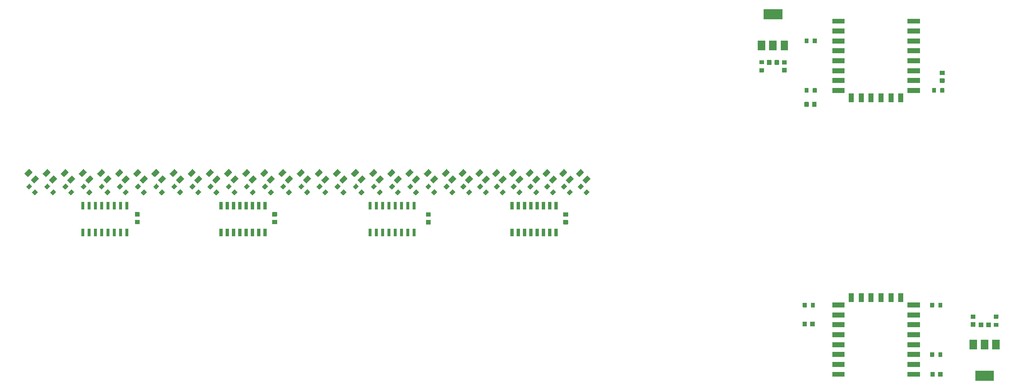
<source format=gbr>
%TF.GenerationSoftware,Flux,Pcbnew,7.0.11-7.0.11~ubuntu20.04.1*%
%TF.CreationDate,2024-08-21T15:19:06+00:00*%
%TF.ProjectId,input,696e7075-742e-46b6-9963-61645f706362,rev?*%
%TF.SameCoordinates,Original*%
%TF.FileFunction,Soldermask,Top*%
%TF.FilePolarity,Negative*%
%FSLAX46Y46*%
G04 Gerber Fmt 4.6, Leading zero omitted, Abs format (unit mm)*
G04 Filename: practical-fuchsia-massive-robot-spider*
G04 Build it with Flux! Visit our site at: https://www.flux.ai (PCBNEW 7.0.11-7.0.11~ubuntu20.04.1) date 2024-08-21 15:19:06*
%MOMM*%
%LPD*%
G01*
G04 APERTURE LIST*
G04 APERTURE END LIST*
%TO.C,*%
G36*
X-156634561Y-3942842D02*
G01*
X-156627723Y-3943515D01*
X-156620944Y-3944634D01*
X-156614252Y-3946195D01*
X-156607677Y-3948189D01*
X-156601247Y-3950610D01*
X-156594988Y-3953445D01*
X-156588928Y-3956684D01*
X-156583094Y-3960313D01*
X-156577508Y-3964315D01*
X-156572197Y-3968674D01*
X-156567182Y-3973371D01*
X-156026246Y-4514307D01*
X-156021549Y-4519322D01*
X-156017190Y-4524634D01*
X-156013187Y-4530219D01*
X-156009559Y-4536054D01*
X-156006320Y-4542113D01*
X-156003484Y-4548372D01*
X-156001064Y-4554802D01*
X-155999070Y-4561378D01*
X-155997509Y-4568069D01*
X-155996390Y-4574848D01*
X-155995717Y-4581686D01*
X-155995492Y-4588554D01*
X-155995717Y-4595421D01*
X-155996390Y-4602259D01*
X-155997509Y-4609038D01*
X-155999070Y-4615730D01*
X-156001064Y-4622305D01*
X-156003484Y-4628735D01*
X-156006320Y-4634994D01*
X-156009559Y-4641054D01*
X-156013187Y-4646889D01*
X-156017190Y-4652474D01*
X-156021549Y-4657785D01*
X-156026246Y-4662800D01*
X-156867703Y-5504257D01*
X-156872717Y-5508954D01*
X-156878029Y-5513313D01*
X-156883614Y-5517315D01*
X-156889449Y-5520943D01*
X-156895508Y-5524182D01*
X-156901767Y-5527018D01*
X-156908198Y-5529438D01*
X-156914773Y-5531433D01*
X-156921464Y-5532993D01*
X-156928244Y-5534112D01*
X-156935081Y-5534786D01*
X-156941949Y-5535011D01*
X-156948816Y-5534786D01*
X-156955654Y-5534112D01*
X-156962433Y-5532993D01*
X-156969125Y-5531433D01*
X-156975700Y-5529438D01*
X-156982131Y-5527018D01*
X-156988389Y-5524182D01*
X-156994449Y-5520943D01*
X-157000284Y-5517315D01*
X-157005869Y-5513313D01*
X-157011180Y-5508954D01*
X-157016195Y-5504257D01*
X-157557132Y-4963320D01*
X-157561829Y-4958305D01*
X-157566188Y-4952994D01*
X-157570190Y-4947409D01*
X-157573818Y-4941574D01*
X-157577057Y-4935514D01*
X-157579893Y-4929256D01*
X-157582313Y-4922825D01*
X-157584308Y-4916250D01*
X-157585868Y-4909558D01*
X-157586987Y-4902779D01*
X-157587661Y-4895941D01*
X-157587885Y-4889074D01*
X-157587661Y-4882207D01*
X-157586987Y-4875369D01*
X-157585868Y-4868590D01*
X-157584308Y-4861898D01*
X-157582313Y-4855323D01*
X-157579893Y-4848892D01*
X-157577057Y-4842634D01*
X-157573818Y-4836574D01*
X-157570190Y-4830739D01*
X-157566188Y-4825154D01*
X-157561829Y-4819843D01*
X-157557132Y-4814828D01*
X-156715675Y-3973371D01*
X-156710660Y-3968674D01*
X-156705348Y-3964315D01*
X-156699763Y-3960313D01*
X-156693928Y-3956684D01*
X-156687869Y-3953445D01*
X-156681610Y-3950610D01*
X-156675180Y-3948189D01*
X-156668604Y-3946195D01*
X-156661913Y-3944634D01*
X-156655134Y-3943515D01*
X-156648296Y-3942842D01*
X-156641428Y-3942617D01*
X-156634561Y-3942842D01*
G37*
G36*
X-157960384Y-2617014D02*
G01*
X-157953546Y-2617688D01*
X-157946767Y-2618807D01*
X-157940075Y-2620367D01*
X-157933500Y-2622362D01*
X-157927069Y-2624782D01*
X-157920811Y-2627618D01*
X-157914751Y-2630857D01*
X-157908916Y-2634485D01*
X-157903331Y-2638487D01*
X-157898020Y-2642846D01*
X-157893005Y-2647543D01*
X-157352068Y-3188480D01*
X-157347371Y-3193495D01*
X-157343012Y-3198806D01*
X-157339010Y-3204391D01*
X-157335382Y-3210226D01*
X-157332143Y-3216286D01*
X-157329307Y-3222544D01*
X-157326887Y-3228975D01*
X-157324892Y-3235550D01*
X-157323332Y-3242242D01*
X-157322213Y-3249021D01*
X-157321539Y-3255859D01*
X-157321315Y-3262726D01*
X-157321539Y-3269593D01*
X-157322213Y-3276431D01*
X-157323332Y-3283210D01*
X-157324892Y-3289902D01*
X-157326887Y-3296477D01*
X-157329307Y-3302908D01*
X-157332143Y-3309166D01*
X-157335382Y-3315226D01*
X-157339010Y-3321061D01*
X-157343012Y-3326646D01*
X-157347371Y-3331957D01*
X-157352068Y-3336972D01*
X-158193525Y-4178429D01*
X-158198540Y-4183126D01*
X-158203852Y-4187485D01*
X-158209437Y-4191487D01*
X-158215272Y-4195116D01*
X-158221331Y-4198355D01*
X-158227590Y-4201190D01*
X-158234020Y-4203611D01*
X-158240596Y-4205605D01*
X-158247287Y-4207166D01*
X-158254066Y-4208285D01*
X-158260904Y-4208958D01*
X-158267772Y-4209183D01*
X-158274639Y-4208958D01*
X-158281477Y-4208285D01*
X-158288256Y-4207166D01*
X-158294948Y-4205605D01*
X-158301523Y-4203611D01*
X-158307953Y-4201190D01*
X-158314212Y-4198355D01*
X-158320272Y-4195116D01*
X-158326106Y-4191487D01*
X-158331692Y-4187485D01*
X-158337003Y-4183126D01*
X-158342018Y-4178429D01*
X-158882954Y-3637493D01*
X-158887651Y-3632478D01*
X-158892010Y-3627166D01*
X-158896013Y-3621581D01*
X-158899641Y-3615746D01*
X-158902880Y-3609687D01*
X-158905716Y-3603428D01*
X-158908136Y-3596998D01*
X-158910130Y-3590422D01*
X-158911691Y-3583731D01*
X-158912810Y-3576952D01*
X-158913483Y-3570114D01*
X-158913708Y-3563246D01*
X-158913483Y-3556379D01*
X-158912810Y-3549541D01*
X-158911691Y-3542762D01*
X-158910130Y-3536070D01*
X-158908136Y-3529495D01*
X-158905716Y-3523065D01*
X-158902880Y-3516806D01*
X-158899641Y-3510746D01*
X-158896013Y-3504911D01*
X-158892010Y-3499326D01*
X-158887651Y-3494015D01*
X-158882954Y-3489000D01*
X-158041497Y-2647543D01*
X-158036483Y-2642846D01*
X-158031171Y-2638487D01*
X-158025586Y-2634485D01*
X-158019751Y-2630857D01*
X-158013692Y-2627618D01*
X-158007433Y-2624782D01*
X-158001002Y-2622362D01*
X-157994427Y-2620367D01*
X-157987736Y-2618807D01*
X-157980956Y-2617688D01*
X-157974119Y-2617014D01*
X-157967251Y-2616789D01*
X-157960384Y-2617014D01*
G37*
G36*
X-123545697Y-16199898D02*
G01*
X-124195697Y-16199898D01*
X-124195697Y-14674898D01*
X-123545697Y-14674898D01*
X-123545697Y-16199898D01*
G37*
G36*
X-122275703Y-10775897D02*
G01*
X-122925703Y-10775897D01*
X-122925703Y-9250897D01*
X-122275703Y-9250897D01*
X-122275703Y-10775897D01*
G37*
G36*
X-127355697Y-16199902D02*
G01*
X-128005697Y-16199902D01*
X-128005697Y-14674902D01*
X-127355697Y-14674902D01*
X-127355697Y-16199902D01*
G37*
G36*
X-128625703Y-10775903D02*
G01*
X-129275703Y-10775903D01*
X-129275703Y-9250903D01*
X-128625703Y-9250903D01*
X-128625703Y-10775903D01*
G37*
G36*
X-129895697Y-16199905D02*
G01*
X-130545697Y-16199905D01*
X-130545697Y-14674905D01*
X-129895697Y-14674905D01*
X-129895697Y-16199905D01*
G37*
G36*
X-124815697Y-16199899D02*
G01*
X-125465697Y-16199899D01*
X-125465697Y-14674899D01*
X-124815697Y-14674899D01*
X-124815697Y-16199899D01*
G37*
G36*
X-127355703Y-10775902D02*
G01*
X-128005703Y-10775902D01*
X-128005703Y-9250902D01*
X-127355703Y-9250902D01*
X-127355703Y-10775902D01*
G37*
G36*
X-126085703Y-10775901D02*
G01*
X-126735703Y-10775901D01*
X-126735703Y-9250901D01*
X-126085703Y-9250901D01*
X-126085703Y-10775901D01*
G37*
G36*
X-129895703Y-10775905D02*
G01*
X-130545703Y-10775905D01*
X-130545703Y-9250905D01*
X-129895703Y-9250905D01*
X-129895703Y-10775905D01*
G37*
G36*
X-121005697Y-16199895D02*
G01*
X-121655697Y-16199895D01*
X-121655697Y-14674895D01*
X-121005697Y-14674895D01*
X-121005697Y-16199895D01*
G37*
G36*
X-126085697Y-16199901D02*
G01*
X-126735697Y-16199901D01*
X-126735697Y-14674901D01*
X-126085697Y-14674901D01*
X-126085697Y-16199901D01*
G37*
G36*
X-123545703Y-10775898D02*
G01*
X-124195703Y-10775898D01*
X-124195703Y-9250898D01*
X-123545703Y-9250898D01*
X-123545703Y-10775898D01*
G37*
G36*
X-121005703Y-10775895D02*
G01*
X-121655703Y-10775895D01*
X-121655703Y-9250895D01*
X-121005703Y-9250895D01*
X-121005703Y-10775895D01*
G37*
G36*
X-128625697Y-16199903D02*
G01*
X-129275697Y-16199903D01*
X-129275697Y-14674903D01*
X-128625697Y-14674903D01*
X-128625697Y-16199903D01*
G37*
G36*
X-122275697Y-16199897D02*
G01*
X-122925697Y-16199897D01*
X-122925697Y-14674897D01*
X-122275697Y-14674897D01*
X-122275697Y-16199897D01*
G37*
G36*
X-124815703Y-10775899D02*
G01*
X-125465703Y-10775899D01*
X-125465703Y-9250899D01*
X-124815703Y-9250899D01*
X-124815703Y-10775899D01*
G37*
G36*
X-87016961Y-3942842D02*
G01*
X-87010123Y-3943515D01*
X-87003344Y-3944634D01*
X-86996652Y-3946195D01*
X-86990077Y-3948189D01*
X-86983647Y-3950610D01*
X-86977388Y-3953445D01*
X-86971328Y-3956684D01*
X-86965494Y-3960313D01*
X-86959908Y-3964315D01*
X-86954597Y-3968674D01*
X-86949582Y-3973371D01*
X-86408646Y-4514307D01*
X-86403949Y-4519322D01*
X-86399590Y-4524634D01*
X-86395587Y-4530219D01*
X-86391959Y-4536054D01*
X-86388720Y-4542113D01*
X-86385884Y-4548372D01*
X-86383464Y-4554802D01*
X-86381470Y-4561378D01*
X-86379909Y-4568069D01*
X-86378790Y-4574848D01*
X-86378117Y-4581686D01*
X-86377892Y-4588554D01*
X-86378117Y-4595421D01*
X-86378790Y-4602259D01*
X-86379909Y-4609038D01*
X-86381470Y-4615730D01*
X-86383464Y-4622305D01*
X-86385884Y-4628735D01*
X-86388720Y-4634994D01*
X-86391959Y-4641054D01*
X-86395587Y-4646889D01*
X-86399590Y-4652474D01*
X-86403949Y-4657785D01*
X-86408646Y-4662800D01*
X-87250103Y-5504257D01*
X-87255117Y-5508954D01*
X-87260429Y-5513313D01*
X-87266014Y-5517315D01*
X-87271849Y-5520943D01*
X-87277908Y-5524182D01*
X-87284167Y-5527018D01*
X-87290598Y-5529438D01*
X-87297173Y-5531433D01*
X-87303864Y-5532993D01*
X-87310644Y-5534112D01*
X-87317481Y-5534786D01*
X-87324349Y-5535011D01*
X-87331216Y-5534786D01*
X-87338054Y-5534112D01*
X-87344833Y-5532993D01*
X-87351525Y-5531433D01*
X-87358100Y-5529438D01*
X-87364531Y-5527018D01*
X-87370789Y-5524182D01*
X-87376849Y-5520943D01*
X-87382684Y-5517315D01*
X-87388269Y-5513313D01*
X-87393580Y-5508954D01*
X-87398595Y-5504257D01*
X-87939532Y-4963320D01*
X-87944229Y-4958305D01*
X-87948588Y-4952994D01*
X-87952590Y-4947409D01*
X-87956218Y-4941574D01*
X-87959457Y-4935514D01*
X-87962293Y-4929256D01*
X-87964713Y-4922825D01*
X-87966708Y-4916250D01*
X-87968268Y-4909558D01*
X-87969387Y-4902779D01*
X-87970061Y-4895941D01*
X-87970285Y-4889074D01*
X-87970061Y-4882207D01*
X-87969387Y-4875369D01*
X-87968268Y-4868590D01*
X-87966708Y-4861898D01*
X-87964713Y-4855323D01*
X-87962293Y-4848892D01*
X-87959457Y-4842634D01*
X-87956218Y-4836574D01*
X-87952590Y-4830739D01*
X-87948588Y-4825154D01*
X-87944229Y-4819843D01*
X-87939532Y-4814828D01*
X-87098075Y-3973371D01*
X-87093060Y-3968674D01*
X-87087748Y-3964315D01*
X-87082163Y-3960313D01*
X-87076328Y-3956684D01*
X-87070269Y-3953445D01*
X-87064010Y-3950610D01*
X-87057580Y-3948189D01*
X-87051004Y-3946195D01*
X-87044313Y-3944634D01*
X-87037534Y-3943515D01*
X-87030696Y-3942842D01*
X-87023828Y-3942617D01*
X-87016961Y-3942842D01*
G37*
G36*
X-88342784Y-2617014D02*
G01*
X-88335946Y-2617688D01*
X-88329167Y-2618807D01*
X-88322475Y-2620367D01*
X-88315900Y-2622362D01*
X-88309469Y-2624782D01*
X-88303211Y-2627618D01*
X-88297151Y-2630857D01*
X-88291316Y-2634485D01*
X-88285731Y-2638487D01*
X-88280420Y-2642846D01*
X-88275405Y-2647543D01*
X-87734468Y-3188480D01*
X-87729771Y-3193495D01*
X-87725412Y-3198806D01*
X-87721410Y-3204391D01*
X-87717782Y-3210226D01*
X-87714543Y-3216286D01*
X-87711707Y-3222544D01*
X-87709287Y-3228975D01*
X-87707292Y-3235550D01*
X-87705732Y-3242242D01*
X-87704613Y-3249021D01*
X-87703939Y-3255859D01*
X-87703715Y-3262726D01*
X-87703939Y-3269593D01*
X-87704613Y-3276431D01*
X-87705732Y-3283210D01*
X-87707292Y-3289902D01*
X-87709287Y-3296477D01*
X-87711707Y-3302908D01*
X-87714543Y-3309166D01*
X-87717782Y-3315226D01*
X-87721410Y-3321061D01*
X-87725412Y-3326646D01*
X-87729771Y-3331957D01*
X-87734468Y-3336972D01*
X-88575925Y-4178429D01*
X-88580940Y-4183126D01*
X-88586252Y-4187485D01*
X-88591837Y-4191487D01*
X-88597672Y-4195116D01*
X-88603731Y-4198355D01*
X-88609990Y-4201190D01*
X-88616420Y-4203611D01*
X-88622996Y-4205605D01*
X-88629687Y-4207166D01*
X-88636466Y-4208285D01*
X-88643304Y-4208958D01*
X-88650172Y-4209183D01*
X-88657039Y-4208958D01*
X-88663877Y-4208285D01*
X-88670656Y-4207166D01*
X-88677348Y-4205605D01*
X-88683923Y-4203611D01*
X-88690353Y-4201190D01*
X-88696612Y-4198355D01*
X-88702672Y-4195116D01*
X-88708506Y-4191487D01*
X-88714092Y-4187485D01*
X-88719403Y-4183126D01*
X-88724418Y-4178429D01*
X-89265354Y-3637493D01*
X-89270051Y-3632478D01*
X-89274410Y-3627166D01*
X-89278413Y-3621581D01*
X-89282041Y-3615746D01*
X-89285280Y-3609687D01*
X-89288116Y-3603428D01*
X-89290536Y-3596998D01*
X-89292530Y-3590422D01*
X-89294091Y-3583731D01*
X-89295210Y-3576952D01*
X-89295883Y-3570114D01*
X-89296108Y-3563246D01*
X-89295883Y-3556379D01*
X-89295210Y-3549541D01*
X-89294091Y-3542762D01*
X-89292530Y-3536070D01*
X-89290536Y-3529495D01*
X-89288116Y-3523065D01*
X-89285280Y-3516806D01*
X-89282041Y-3510746D01*
X-89278413Y-3504911D01*
X-89274410Y-3499326D01*
X-89270051Y-3494015D01*
X-89265354Y-3489000D01*
X-88423897Y-2647543D01*
X-88418883Y-2642846D01*
X-88413571Y-2638487D01*
X-88407986Y-2634485D01*
X-88402151Y-2630857D01*
X-88396092Y-2627618D01*
X-88389833Y-2624782D01*
X-88383402Y-2622362D01*
X-88376827Y-2620367D01*
X-88370136Y-2618807D01*
X-88363356Y-2617688D01*
X-88356519Y-2617014D01*
X-88349651Y-2616789D01*
X-88342784Y-2617014D01*
G37*
G36*
X-60896134Y-5571417D02*
G01*
X-60891537Y-5572176D01*
X-60887000Y-5573234D01*
X-60882541Y-5574586D01*
X-60878180Y-5576228D01*
X-60873937Y-5578151D01*
X-60869827Y-5580347D01*
X-60865871Y-5582807D01*
X-60862084Y-5585521D01*
X-60858482Y-5588477D01*
X-60855081Y-5591662D01*
X-60390088Y-6056655D01*
X-60386903Y-6060056D01*
X-60383947Y-6063657D01*
X-60381233Y-6067445D01*
X-60378773Y-6071401D01*
X-60376577Y-6075510D01*
X-60374654Y-6079754D01*
X-60373013Y-6084115D01*
X-60371660Y-6088573D01*
X-60370602Y-6093111D01*
X-60369843Y-6097708D01*
X-60369386Y-6102345D01*
X-60369386Y-6111658D01*
X-60369843Y-6116295D01*
X-60370602Y-6120892D01*
X-60371660Y-6125429D01*
X-60373013Y-6129888D01*
X-60374654Y-6134248D01*
X-60376577Y-6138492D01*
X-60378773Y-6142601D01*
X-60381233Y-6146558D01*
X-60383947Y-6150345D01*
X-60386903Y-6153947D01*
X-60390088Y-6157347D01*
X-60961147Y-6728407D01*
X-60964548Y-6731592D01*
X-60968150Y-6734547D01*
X-60971937Y-6737261D01*
X-60975893Y-6739722D01*
X-60980003Y-6741918D01*
X-60984246Y-6743841D01*
X-60988607Y-6745482D01*
X-60993066Y-6746835D01*
X-60997603Y-6747893D01*
X-61002200Y-6748652D01*
X-61006837Y-6749108D01*
X-61016150Y-6749108D01*
X-61020787Y-6748652D01*
X-61025384Y-6747893D01*
X-61029921Y-6746835D01*
X-61034380Y-6745482D01*
X-61038741Y-6743841D01*
X-61042984Y-6741918D01*
X-61047093Y-6739722D01*
X-61051050Y-6737261D01*
X-61054837Y-6734547D01*
X-61058439Y-6731592D01*
X-61061839Y-6728407D01*
X-61526833Y-6263413D01*
X-61530018Y-6260013D01*
X-61532974Y-6256411D01*
X-61535688Y-6252624D01*
X-61538148Y-6248667D01*
X-61540344Y-6244558D01*
X-61542267Y-6240314D01*
X-61543908Y-6235954D01*
X-61545261Y-6231495D01*
X-61546319Y-6226958D01*
X-61547078Y-6222361D01*
X-61547534Y-6217724D01*
X-61547534Y-6208411D01*
X-61547078Y-6203774D01*
X-61546319Y-6199177D01*
X-61545261Y-6194639D01*
X-61543908Y-6190181D01*
X-61542267Y-6185820D01*
X-61540344Y-6181576D01*
X-61538148Y-6177467D01*
X-61535688Y-6173511D01*
X-61532974Y-6169723D01*
X-61530018Y-6166122D01*
X-61526833Y-6162721D01*
X-60955773Y-5591662D01*
X-60952373Y-5588477D01*
X-60948771Y-5585521D01*
X-60944984Y-5582807D01*
X-60941027Y-5580347D01*
X-60936918Y-5578151D01*
X-60932675Y-5576228D01*
X-60928314Y-5574586D01*
X-60923855Y-5573234D01*
X-60919318Y-5572176D01*
X-60914721Y-5571417D01*
X-60910084Y-5570960D01*
X-60900771Y-5570960D01*
X-60896134Y-5571417D01*
G37*
G36*
X-59729413Y-6738148D02*
G01*
X-59724816Y-6738907D01*
X-59720279Y-6739965D01*
X-59715820Y-6741318D01*
X-59711459Y-6742959D01*
X-59707216Y-6744882D01*
X-59703107Y-6747078D01*
X-59699150Y-6749539D01*
X-59695363Y-6752253D01*
X-59691761Y-6755208D01*
X-59688361Y-6758393D01*
X-59223367Y-7223387D01*
X-59220182Y-7226787D01*
X-59217226Y-7230389D01*
X-59214512Y-7234176D01*
X-59212052Y-7238133D01*
X-59209856Y-7242242D01*
X-59207933Y-7246486D01*
X-59206292Y-7250846D01*
X-59204939Y-7255305D01*
X-59203881Y-7259842D01*
X-59203122Y-7264439D01*
X-59202666Y-7269076D01*
X-59202666Y-7278389D01*
X-59203122Y-7283026D01*
X-59203881Y-7287623D01*
X-59204939Y-7292161D01*
X-59206292Y-7296619D01*
X-59207933Y-7300980D01*
X-59209856Y-7305224D01*
X-59212052Y-7309333D01*
X-59214512Y-7313289D01*
X-59217226Y-7317077D01*
X-59220182Y-7320678D01*
X-59223367Y-7324079D01*
X-59794427Y-7895138D01*
X-59797827Y-7898323D01*
X-59801429Y-7901279D01*
X-59805216Y-7903993D01*
X-59809173Y-7906453D01*
X-59813282Y-7908649D01*
X-59817525Y-7910572D01*
X-59821886Y-7912214D01*
X-59826345Y-7913566D01*
X-59830882Y-7914624D01*
X-59835479Y-7915383D01*
X-59840116Y-7915840D01*
X-59849429Y-7915840D01*
X-59854066Y-7915383D01*
X-59858663Y-7914624D01*
X-59863200Y-7913566D01*
X-59867659Y-7912214D01*
X-59872020Y-7910572D01*
X-59876263Y-7908649D01*
X-59880373Y-7906453D01*
X-59884329Y-7903993D01*
X-59888116Y-7901279D01*
X-59891718Y-7898323D01*
X-59895119Y-7895138D01*
X-60360112Y-7430145D01*
X-60363297Y-7426744D01*
X-60366253Y-7423143D01*
X-60368967Y-7419355D01*
X-60371427Y-7415399D01*
X-60373623Y-7411290D01*
X-60375546Y-7407046D01*
X-60377187Y-7402685D01*
X-60378540Y-7398227D01*
X-60379598Y-7393689D01*
X-60380357Y-7389092D01*
X-60380814Y-7384455D01*
X-60380814Y-7375142D01*
X-60380357Y-7370505D01*
X-60379598Y-7365908D01*
X-60378540Y-7361371D01*
X-60377187Y-7356912D01*
X-60375546Y-7352552D01*
X-60373623Y-7348308D01*
X-60371427Y-7344199D01*
X-60368967Y-7340242D01*
X-60366253Y-7336455D01*
X-60363297Y-7332853D01*
X-60360112Y-7329453D01*
X-59789053Y-6758393D01*
X-59785652Y-6755208D01*
X-59782050Y-6752253D01*
X-59778263Y-6749539D01*
X-59774307Y-6747078D01*
X-59770197Y-6744882D01*
X-59765954Y-6742959D01*
X-59761593Y-6741318D01*
X-59757134Y-6739965D01*
X-59752597Y-6738907D01*
X-59748000Y-6738148D01*
X-59743363Y-6737692D01*
X-59734050Y-6737692D01*
X-59729413Y-6738148D01*
G37*
G36*
X26674158Y-33711052D02*
G01*
X26678794Y-33711509D01*
X26683391Y-33712268D01*
X26687929Y-33713326D01*
X26692387Y-33714679D01*
X26696748Y-33716320D01*
X26700992Y-33718243D01*
X26705101Y-33720439D01*
X26709057Y-33722899D01*
X26712845Y-33725613D01*
X26716446Y-33728569D01*
X26719847Y-33731754D01*
X26723032Y-33735155D01*
X26725988Y-33738756D01*
X26728701Y-33742543D01*
X26731162Y-33746500D01*
X26733358Y-33750609D01*
X26735281Y-33754853D01*
X26736922Y-33759214D01*
X26738275Y-33763672D01*
X26739333Y-33768210D01*
X26740092Y-33772807D01*
X26740548Y-33777443D01*
X26740701Y-33782100D01*
X26740701Y-34439700D01*
X26740548Y-34444357D01*
X26740092Y-34448993D01*
X26739333Y-34453590D01*
X26738275Y-34458128D01*
X26736922Y-34462586D01*
X26735281Y-34466947D01*
X26733358Y-34471191D01*
X26731162Y-34475300D01*
X26728701Y-34479257D01*
X26725988Y-34483044D01*
X26723032Y-34486645D01*
X26719847Y-34490046D01*
X26716446Y-34493231D01*
X26712845Y-34496187D01*
X26709057Y-34498901D01*
X26705101Y-34501361D01*
X26700992Y-34503557D01*
X26696748Y-34505480D01*
X26692387Y-34507121D01*
X26687929Y-34508474D01*
X26683391Y-34509532D01*
X26678794Y-34510291D01*
X26674158Y-34510748D01*
X26669501Y-34510900D01*
X25861901Y-34510900D01*
X25857244Y-34510748D01*
X25852607Y-34510291D01*
X25848010Y-34509532D01*
X25843473Y-34508474D01*
X25839014Y-34507121D01*
X25834654Y-34505480D01*
X25830410Y-34503557D01*
X25826301Y-34501361D01*
X25822344Y-34498901D01*
X25818557Y-34496187D01*
X25814955Y-34493231D01*
X25811555Y-34490046D01*
X25808370Y-34486645D01*
X25805414Y-34483044D01*
X25802700Y-34479257D01*
X25800240Y-34475300D01*
X25798044Y-34471191D01*
X25796121Y-34466947D01*
X25794479Y-34462586D01*
X25793127Y-34458128D01*
X25792069Y-34453590D01*
X25791310Y-34448993D01*
X25790853Y-34444357D01*
X25790701Y-34439700D01*
X25790701Y-33782100D01*
X25790853Y-33777443D01*
X25791310Y-33772807D01*
X25792069Y-33768210D01*
X25793127Y-33763672D01*
X25794479Y-33759214D01*
X25796121Y-33754853D01*
X25798044Y-33750609D01*
X25800240Y-33746500D01*
X25802700Y-33742543D01*
X25805414Y-33738756D01*
X25808370Y-33735155D01*
X25811555Y-33731754D01*
X25814955Y-33728569D01*
X25818557Y-33725613D01*
X25822344Y-33722899D01*
X25826301Y-33720439D01*
X25830410Y-33718243D01*
X25834654Y-33716320D01*
X25839014Y-33714679D01*
X25843473Y-33713326D01*
X25848010Y-33712268D01*
X25852607Y-33711509D01*
X25857244Y-33711052D01*
X25861901Y-33710900D01*
X26669501Y-33710900D01*
X26674158Y-33711052D01*
G37*
G36*
X26674156Y-32061052D02*
G01*
X26678793Y-32061509D01*
X26683390Y-32062268D01*
X26687927Y-32063326D01*
X26692386Y-32064679D01*
X26696746Y-32066320D01*
X26700990Y-32068243D01*
X26705099Y-32070439D01*
X26709056Y-32072899D01*
X26712843Y-32075613D01*
X26716445Y-32078569D01*
X26719845Y-32081754D01*
X26723030Y-32085155D01*
X26725986Y-32088756D01*
X26728700Y-32092543D01*
X26731160Y-32096500D01*
X26733356Y-32100609D01*
X26735279Y-32104853D01*
X26736921Y-32109214D01*
X26738273Y-32113672D01*
X26739331Y-32118210D01*
X26740090Y-32122807D01*
X26740547Y-32127443D01*
X26740699Y-32132100D01*
X26740699Y-32789700D01*
X26740547Y-32794357D01*
X26740090Y-32798993D01*
X26739331Y-32803590D01*
X26738273Y-32808128D01*
X26736921Y-32812586D01*
X26735279Y-32816947D01*
X26733356Y-32821191D01*
X26731160Y-32825300D01*
X26728700Y-32829257D01*
X26725986Y-32833044D01*
X26723030Y-32836645D01*
X26719845Y-32840046D01*
X26716445Y-32843231D01*
X26712843Y-32846187D01*
X26709056Y-32848901D01*
X26705099Y-32851361D01*
X26700990Y-32853557D01*
X26696746Y-32855480D01*
X26692386Y-32857121D01*
X26687927Y-32858474D01*
X26683390Y-32859532D01*
X26678793Y-32860291D01*
X26674156Y-32860748D01*
X26669499Y-32860900D01*
X25861899Y-32860900D01*
X25857242Y-32860748D01*
X25852606Y-32860291D01*
X25848009Y-32859532D01*
X25843471Y-32858474D01*
X25839013Y-32857121D01*
X25834652Y-32855480D01*
X25830408Y-32853557D01*
X25826299Y-32851361D01*
X25822343Y-32848901D01*
X25818555Y-32846187D01*
X25814954Y-32843231D01*
X25811553Y-32840046D01*
X25808368Y-32836645D01*
X25805412Y-32833044D01*
X25802699Y-32829257D01*
X25800238Y-32825300D01*
X25798042Y-32821191D01*
X25796119Y-32816947D01*
X25794478Y-32812586D01*
X25793125Y-32808128D01*
X25792067Y-32803590D01*
X25791308Y-32798993D01*
X25790852Y-32794357D01*
X25790699Y-32789700D01*
X25790699Y-32132100D01*
X25790852Y-32127443D01*
X25791308Y-32122807D01*
X25792067Y-32118210D01*
X25793125Y-32113672D01*
X25794478Y-32109214D01*
X25796119Y-32104853D01*
X25798042Y-32100609D01*
X25800238Y-32096500D01*
X25802699Y-32092543D01*
X25805412Y-32088756D01*
X25808368Y-32085155D01*
X25811553Y-32081754D01*
X25814954Y-32078569D01*
X25818555Y-32075613D01*
X25822343Y-32072899D01*
X25826299Y-32070439D01*
X25830408Y-32068243D01*
X25834652Y-32066320D01*
X25839013Y-32064679D01*
X25843471Y-32063326D01*
X25848009Y-32062268D01*
X25852606Y-32061509D01*
X25857242Y-32061052D01*
X25861899Y-32060900D01*
X26669499Y-32060900D01*
X26674156Y-32061052D01*
G37*
G36*
X15404557Y-43636055D02*
G01*
X15409193Y-43636511D01*
X15413790Y-43637270D01*
X15418328Y-43638328D01*
X15422786Y-43639681D01*
X15427147Y-43641322D01*
X15431391Y-43643245D01*
X15435500Y-43645441D01*
X15439457Y-43647901D01*
X15443244Y-43650615D01*
X15446845Y-43653571D01*
X15450246Y-43656756D01*
X15453431Y-43660157D01*
X15456387Y-43663758D01*
X15459101Y-43667545D01*
X15461561Y-43671502D01*
X15463757Y-43675611D01*
X15465680Y-43679855D01*
X15467321Y-43684216D01*
X15468674Y-43688674D01*
X15469732Y-43693212D01*
X15470491Y-43697809D01*
X15470948Y-43702445D01*
X15471100Y-43707102D01*
X15471100Y-44514702D01*
X15470948Y-44519359D01*
X15470491Y-44523996D01*
X15469732Y-44528592D01*
X15468674Y-44533130D01*
X15467321Y-44537589D01*
X15465680Y-44541949D01*
X15463757Y-44546193D01*
X15461561Y-44550302D01*
X15459101Y-44554259D01*
X15456387Y-44558046D01*
X15453431Y-44561647D01*
X15450246Y-44565048D01*
X15446845Y-44568233D01*
X15443244Y-44571189D01*
X15439457Y-44573903D01*
X15435500Y-44576363D01*
X15431391Y-44578559D01*
X15427147Y-44580482D01*
X15422786Y-44582123D01*
X15418328Y-44583476D01*
X15413790Y-44584534D01*
X15409193Y-44585293D01*
X15404557Y-44585750D01*
X15399900Y-44585902D01*
X14642300Y-44585902D01*
X14637643Y-44585750D01*
X14633007Y-44585293D01*
X14628410Y-44584534D01*
X14623872Y-44583476D01*
X14619414Y-44582123D01*
X14615053Y-44580482D01*
X14610809Y-44578559D01*
X14606700Y-44576363D01*
X14602743Y-44573903D01*
X14598956Y-44571189D01*
X14595355Y-44568233D01*
X14591954Y-44565048D01*
X14588769Y-44561647D01*
X14585813Y-44558046D01*
X14583099Y-44554259D01*
X14580639Y-44550302D01*
X14578443Y-44546193D01*
X14576520Y-44541949D01*
X14574879Y-44537589D01*
X14573526Y-44533130D01*
X14572468Y-44528592D01*
X14571709Y-44523996D01*
X14571252Y-44519359D01*
X14571100Y-44514702D01*
X14571100Y-43707102D01*
X14571252Y-43702445D01*
X14571709Y-43697809D01*
X14572468Y-43693212D01*
X14573526Y-43688674D01*
X14574879Y-43684216D01*
X14576520Y-43679855D01*
X14578443Y-43675611D01*
X14580639Y-43671502D01*
X14583099Y-43667545D01*
X14585813Y-43663758D01*
X14588769Y-43660157D01*
X14591954Y-43656756D01*
X14595355Y-43653571D01*
X14598956Y-43650615D01*
X14602743Y-43647901D01*
X14606700Y-43645441D01*
X14610809Y-43643245D01*
X14615053Y-43641322D01*
X14619414Y-43639681D01*
X14623872Y-43638328D01*
X14628410Y-43637270D01*
X14633007Y-43636511D01*
X14637643Y-43636055D01*
X14642300Y-43635902D01*
X15399900Y-43635902D01*
X15404557Y-43636055D01*
G37*
G36*
X13854557Y-43636050D02*
G01*
X13859193Y-43636507D01*
X13863790Y-43637266D01*
X13868328Y-43638324D01*
X13872786Y-43639677D01*
X13877147Y-43641318D01*
X13881391Y-43643241D01*
X13885500Y-43645437D01*
X13889457Y-43647897D01*
X13893244Y-43650611D01*
X13896845Y-43653567D01*
X13900246Y-43656752D01*
X13903431Y-43660153D01*
X13906387Y-43663754D01*
X13909101Y-43667541D01*
X13911561Y-43671498D01*
X13913757Y-43675607D01*
X13915680Y-43679851D01*
X13917321Y-43684211D01*
X13918674Y-43688670D01*
X13919732Y-43693208D01*
X13920491Y-43697804D01*
X13920948Y-43702441D01*
X13921100Y-43707098D01*
X13921100Y-44514698D01*
X13920948Y-44519355D01*
X13920491Y-44523991D01*
X13919732Y-44528588D01*
X13918674Y-44533126D01*
X13917321Y-44537584D01*
X13915680Y-44541945D01*
X13913757Y-44546189D01*
X13911561Y-44550298D01*
X13909101Y-44554255D01*
X13906387Y-44558042D01*
X13903431Y-44561643D01*
X13900246Y-44565044D01*
X13896845Y-44568229D01*
X13893244Y-44571185D01*
X13889457Y-44573899D01*
X13885500Y-44576359D01*
X13881391Y-44578555D01*
X13877147Y-44580478D01*
X13872786Y-44582119D01*
X13868328Y-44583472D01*
X13863790Y-44584530D01*
X13859193Y-44585289D01*
X13854557Y-44585745D01*
X13849900Y-44585898D01*
X13092300Y-44585898D01*
X13087643Y-44585745D01*
X13083007Y-44585289D01*
X13078410Y-44584530D01*
X13073872Y-44583472D01*
X13069414Y-44582119D01*
X13065053Y-44580478D01*
X13060809Y-44578555D01*
X13056700Y-44576359D01*
X13052743Y-44573899D01*
X13048956Y-44571185D01*
X13045355Y-44568229D01*
X13041954Y-44565044D01*
X13038769Y-44561643D01*
X13035813Y-44558042D01*
X13033099Y-44554255D01*
X13030639Y-44550298D01*
X13028443Y-44546189D01*
X13026520Y-44541945D01*
X13024879Y-44537584D01*
X13023526Y-44533126D01*
X13022468Y-44528588D01*
X13021709Y-44523991D01*
X13021252Y-44519355D01*
X13021100Y-44514698D01*
X13021100Y-43707098D01*
X13021252Y-43702441D01*
X13021709Y-43697804D01*
X13022468Y-43693208D01*
X13023526Y-43688670D01*
X13024879Y-43684211D01*
X13026520Y-43679851D01*
X13028443Y-43675607D01*
X13030639Y-43671498D01*
X13033099Y-43667541D01*
X13035813Y-43663754D01*
X13038769Y-43660153D01*
X13041954Y-43656752D01*
X13045355Y-43653567D01*
X13048956Y-43650611D01*
X13052743Y-43647897D01*
X13056700Y-43645437D01*
X13060809Y-43643241D01*
X13065053Y-43641318D01*
X13069414Y-43639677D01*
X13073872Y-43638324D01*
X13078410Y-43637266D01*
X13083007Y-43636507D01*
X13087643Y-43636050D01*
X13092300Y-43635898D01*
X13849900Y-43635898D01*
X13854557Y-43636050D01*
G37*
G36*
X-160298561Y-3942842D02*
G01*
X-160291723Y-3943515D01*
X-160284944Y-3944634D01*
X-160278252Y-3946195D01*
X-160271677Y-3948189D01*
X-160265247Y-3950610D01*
X-160258988Y-3953445D01*
X-160252928Y-3956684D01*
X-160247094Y-3960313D01*
X-160241508Y-3964315D01*
X-160236197Y-3968674D01*
X-160231182Y-3973371D01*
X-159690246Y-4514307D01*
X-159685549Y-4519322D01*
X-159681190Y-4524634D01*
X-159677187Y-4530219D01*
X-159673559Y-4536054D01*
X-159670320Y-4542113D01*
X-159667484Y-4548372D01*
X-159665064Y-4554802D01*
X-159663070Y-4561378D01*
X-159661509Y-4568069D01*
X-159660390Y-4574848D01*
X-159659717Y-4581686D01*
X-159659492Y-4588554D01*
X-159659717Y-4595421D01*
X-159660390Y-4602259D01*
X-159661509Y-4609038D01*
X-159663070Y-4615730D01*
X-159665064Y-4622305D01*
X-159667484Y-4628735D01*
X-159670320Y-4634994D01*
X-159673559Y-4641054D01*
X-159677187Y-4646889D01*
X-159681190Y-4652474D01*
X-159685549Y-4657785D01*
X-159690246Y-4662800D01*
X-160531703Y-5504257D01*
X-160536717Y-5508954D01*
X-160542029Y-5513313D01*
X-160547614Y-5517315D01*
X-160553449Y-5520943D01*
X-160559508Y-5524182D01*
X-160565767Y-5527018D01*
X-160572198Y-5529438D01*
X-160578773Y-5531433D01*
X-160585464Y-5532993D01*
X-160592244Y-5534112D01*
X-160599081Y-5534786D01*
X-160605949Y-5535011D01*
X-160612816Y-5534786D01*
X-160619654Y-5534112D01*
X-160626433Y-5532993D01*
X-160633125Y-5531433D01*
X-160639700Y-5529438D01*
X-160646131Y-5527018D01*
X-160652389Y-5524182D01*
X-160658449Y-5520943D01*
X-160664284Y-5517315D01*
X-160669869Y-5513313D01*
X-160675180Y-5508954D01*
X-160680195Y-5504257D01*
X-161221132Y-4963320D01*
X-161225829Y-4958305D01*
X-161230188Y-4952994D01*
X-161234190Y-4947409D01*
X-161237818Y-4941574D01*
X-161241057Y-4935514D01*
X-161243893Y-4929256D01*
X-161246313Y-4922825D01*
X-161248308Y-4916250D01*
X-161249868Y-4909558D01*
X-161250987Y-4902779D01*
X-161251661Y-4895941D01*
X-161251885Y-4889074D01*
X-161251661Y-4882207D01*
X-161250987Y-4875369D01*
X-161249868Y-4868590D01*
X-161248308Y-4861898D01*
X-161246313Y-4855323D01*
X-161243893Y-4848892D01*
X-161241057Y-4842634D01*
X-161237818Y-4836574D01*
X-161234190Y-4830739D01*
X-161230188Y-4825154D01*
X-161225829Y-4819843D01*
X-161221132Y-4814828D01*
X-160379675Y-3973371D01*
X-160374660Y-3968674D01*
X-160369348Y-3964315D01*
X-160363763Y-3960313D01*
X-160357928Y-3956684D01*
X-160351869Y-3953445D01*
X-160345610Y-3950610D01*
X-160339180Y-3948189D01*
X-160332604Y-3946195D01*
X-160325913Y-3944634D01*
X-160319134Y-3943515D01*
X-160312296Y-3942842D01*
X-160305428Y-3942617D01*
X-160298561Y-3942842D01*
G37*
G36*
X-161624384Y-2617014D02*
G01*
X-161617546Y-2617688D01*
X-161610767Y-2618807D01*
X-161604075Y-2620367D01*
X-161597500Y-2622362D01*
X-161591069Y-2624782D01*
X-161584811Y-2627618D01*
X-161578751Y-2630857D01*
X-161572916Y-2634485D01*
X-161567331Y-2638487D01*
X-161562020Y-2642846D01*
X-161557005Y-2647543D01*
X-161016068Y-3188480D01*
X-161011371Y-3193495D01*
X-161007012Y-3198806D01*
X-161003010Y-3204391D01*
X-160999382Y-3210226D01*
X-160996143Y-3216286D01*
X-160993307Y-3222544D01*
X-160990887Y-3228975D01*
X-160988892Y-3235550D01*
X-160987332Y-3242242D01*
X-160986213Y-3249021D01*
X-160985539Y-3255859D01*
X-160985315Y-3262726D01*
X-160985539Y-3269593D01*
X-160986213Y-3276431D01*
X-160987332Y-3283210D01*
X-160988892Y-3289902D01*
X-160990887Y-3296477D01*
X-160993307Y-3302908D01*
X-160996143Y-3309166D01*
X-160999382Y-3315226D01*
X-161003010Y-3321061D01*
X-161007012Y-3326646D01*
X-161011371Y-3331957D01*
X-161016068Y-3336972D01*
X-161857525Y-4178429D01*
X-161862540Y-4183126D01*
X-161867852Y-4187485D01*
X-161873437Y-4191487D01*
X-161879272Y-4195116D01*
X-161885331Y-4198355D01*
X-161891590Y-4201190D01*
X-161898020Y-4203611D01*
X-161904596Y-4205605D01*
X-161911287Y-4207166D01*
X-161918066Y-4208285D01*
X-161924904Y-4208958D01*
X-161931772Y-4209183D01*
X-161938639Y-4208958D01*
X-161945477Y-4208285D01*
X-161952256Y-4207166D01*
X-161958948Y-4205605D01*
X-161965523Y-4203611D01*
X-161971953Y-4201190D01*
X-161978212Y-4198355D01*
X-161984272Y-4195116D01*
X-161990106Y-4191487D01*
X-161995692Y-4187485D01*
X-162001003Y-4183126D01*
X-162006018Y-4178429D01*
X-162546954Y-3637493D01*
X-162551651Y-3632478D01*
X-162556010Y-3627166D01*
X-162560013Y-3621581D01*
X-162563641Y-3615746D01*
X-162566880Y-3609687D01*
X-162569716Y-3603428D01*
X-162572136Y-3596998D01*
X-162574130Y-3590422D01*
X-162575691Y-3583731D01*
X-162576810Y-3576952D01*
X-162577483Y-3570114D01*
X-162577708Y-3563246D01*
X-162577483Y-3556379D01*
X-162576810Y-3549541D01*
X-162575691Y-3542762D01*
X-162574130Y-3536070D01*
X-162572136Y-3529495D01*
X-162569716Y-3523065D01*
X-162566880Y-3516806D01*
X-162563641Y-3510746D01*
X-162560013Y-3504911D01*
X-162556010Y-3499326D01*
X-162551651Y-3494015D01*
X-162546954Y-3489000D01*
X-161705497Y-2647543D01*
X-161700483Y-2642846D01*
X-161695171Y-2638487D01*
X-161689586Y-2634485D01*
X-161683751Y-2630857D01*
X-161677692Y-2627618D01*
X-161671433Y-2624782D01*
X-161665002Y-2622362D01*
X-161658427Y-2620367D01*
X-161651736Y-2618807D01*
X-161644956Y-2617688D01*
X-161638119Y-2617014D01*
X-161631251Y-2616789D01*
X-161624384Y-2617014D01*
G37*
G36*
X-138314061Y-3942842D02*
G01*
X-138307223Y-3943515D01*
X-138300444Y-3944634D01*
X-138293752Y-3946195D01*
X-138287177Y-3948189D01*
X-138280747Y-3950610D01*
X-138274488Y-3953445D01*
X-138268428Y-3956684D01*
X-138262594Y-3960313D01*
X-138257008Y-3964315D01*
X-138251697Y-3968674D01*
X-138246682Y-3973371D01*
X-137705746Y-4514307D01*
X-137701049Y-4519322D01*
X-137696690Y-4524634D01*
X-137692687Y-4530219D01*
X-137689059Y-4536054D01*
X-137685820Y-4542113D01*
X-137682984Y-4548372D01*
X-137680564Y-4554802D01*
X-137678570Y-4561378D01*
X-137677009Y-4568069D01*
X-137675890Y-4574848D01*
X-137675217Y-4581686D01*
X-137674992Y-4588554D01*
X-137675217Y-4595421D01*
X-137675890Y-4602259D01*
X-137677009Y-4609038D01*
X-137678570Y-4615730D01*
X-137680564Y-4622305D01*
X-137682984Y-4628735D01*
X-137685820Y-4634994D01*
X-137689059Y-4641054D01*
X-137692687Y-4646889D01*
X-137696690Y-4652474D01*
X-137701049Y-4657785D01*
X-137705746Y-4662800D01*
X-138547203Y-5504257D01*
X-138552217Y-5508954D01*
X-138557529Y-5513313D01*
X-138563114Y-5517315D01*
X-138568949Y-5520943D01*
X-138575008Y-5524182D01*
X-138581267Y-5527018D01*
X-138587698Y-5529438D01*
X-138594273Y-5531433D01*
X-138600964Y-5532993D01*
X-138607744Y-5534112D01*
X-138614581Y-5534786D01*
X-138621449Y-5535011D01*
X-138628316Y-5534786D01*
X-138635154Y-5534112D01*
X-138641933Y-5532993D01*
X-138648625Y-5531433D01*
X-138655200Y-5529438D01*
X-138661631Y-5527018D01*
X-138667889Y-5524182D01*
X-138673949Y-5520943D01*
X-138679784Y-5517315D01*
X-138685369Y-5513313D01*
X-138690680Y-5508954D01*
X-138695695Y-5504257D01*
X-139236632Y-4963320D01*
X-139241329Y-4958305D01*
X-139245688Y-4952994D01*
X-139249690Y-4947409D01*
X-139253318Y-4941574D01*
X-139256557Y-4935514D01*
X-139259393Y-4929256D01*
X-139261813Y-4922825D01*
X-139263808Y-4916250D01*
X-139265368Y-4909558D01*
X-139266487Y-4902779D01*
X-139267161Y-4895941D01*
X-139267385Y-4889074D01*
X-139267161Y-4882207D01*
X-139266487Y-4875369D01*
X-139265368Y-4868590D01*
X-139263808Y-4861898D01*
X-139261813Y-4855323D01*
X-139259393Y-4848892D01*
X-139256557Y-4842634D01*
X-139253318Y-4836574D01*
X-139249690Y-4830739D01*
X-139245688Y-4825154D01*
X-139241329Y-4819843D01*
X-139236632Y-4814828D01*
X-138395175Y-3973371D01*
X-138390160Y-3968674D01*
X-138384848Y-3964315D01*
X-138379263Y-3960313D01*
X-138373428Y-3956684D01*
X-138367369Y-3953445D01*
X-138361110Y-3950610D01*
X-138354680Y-3948189D01*
X-138348104Y-3946195D01*
X-138341413Y-3944634D01*
X-138334634Y-3943515D01*
X-138327796Y-3942842D01*
X-138320928Y-3942617D01*
X-138314061Y-3942842D01*
G37*
G36*
X-139639884Y-2617014D02*
G01*
X-139633046Y-2617688D01*
X-139626267Y-2618807D01*
X-139619575Y-2620367D01*
X-139613000Y-2622362D01*
X-139606569Y-2624782D01*
X-139600311Y-2627618D01*
X-139594251Y-2630857D01*
X-139588416Y-2634485D01*
X-139582831Y-2638487D01*
X-139577520Y-2642846D01*
X-139572505Y-2647543D01*
X-139031568Y-3188480D01*
X-139026871Y-3193495D01*
X-139022512Y-3198806D01*
X-139018510Y-3204391D01*
X-139014882Y-3210226D01*
X-139011643Y-3216286D01*
X-139008807Y-3222544D01*
X-139006387Y-3228975D01*
X-139004392Y-3235550D01*
X-139002832Y-3242242D01*
X-139001713Y-3249021D01*
X-139001039Y-3255859D01*
X-139000815Y-3262726D01*
X-139001039Y-3269593D01*
X-139001713Y-3276431D01*
X-139002832Y-3283210D01*
X-139004392Y-3289902D01*
X-139006387Y-3296477D01*
X-139008807Y-3302908D01*
X-139011643Y-3309166D01*
X-139014882Y-3315226D01*
X-139018510Y-3321061D01*
X-139022512Y-3326646D01*
X-139026871Y-3331957D01*
X-139031568Y-3336972D01*
X-139873025Y-4178429D01*
X-139878040Y-4183126D01*
X-139883352Y-4187485D01*
X-139888937Y-4191487D01*
X-139894772Y-4195116D01*
X-139900831Y-4198355D01*
X-139907090Y-4201190D01*
X-139913520Y-4203611D01*
X-139920096Y-4205605D01*
X-139926787Y-4207166D01*
X-139933566Y-4208285D01*
X-139940404Y-4208958D01*
X-139947272Y-4209183D01*
X-139954139Y-4208958D01*
X-139960977Y-4208285D01*
X-139967756Y-4207166D01*
X-139974448Y-4205605D01*
X-139981023Y-4203611D01*
X-139987453Y-4201190D01*
X-139993712Y-4198355D01*
X-139999772Y-4195116D01*
X-140005606Y-4191487D01*
X-140011192Y-4187485D01*
X-140016503Y-4183126D01*
X-140021518Y-4178429D01*
X-140562454Y-3637493D01*
X-140567151Y-3632478D01*
X-140571510Y-3627166D01*
X-140575513Y-3621581D01*
X-140579141Y-3615746D01*
X-140582380Y-3609687D01*
X-140585216Y-3603428D01*
X-140587636Y-3596998D01*
X-140589630Y-3590422D01*
X-140591191Y-3583731D01*
X-140592310Y-3576952D01*
X-140592983Y-3570114D01*
X-140593208Y-3563246D01*
X-140592983Y-3556379D01*
X-140592310Y-3549541D01*
X-140591191Y-3542762D01*
X-140589630Y-3536070D01*
X-140587636Y-3529495D01*
X-140585216Y-3523065D01*
X-140582380Y-3516806D01*
X-140579141Y-3510746D01*
X-140575513Y-3504911D01*
X-140571510Y-3499326D01*
X-140567151Y-3494015D01*
X-140562454Y-3489000D01*
X-139720997Y-2647543D01*
X-139715983Y-2642846D01*
X-139710671Y-2638487D01*
X-139705086Y-2634485D01*
X-139699251Y-2630857D01*
X-139693192Y-2627618D01*
X-139686933Y-2624782D01*
X-139680502Y-2622362D01*
X-139673927Y-2620367D01*
X-139667236Y-2618807D01*
X-139660456Y-2617688D01*
X-139653619Y-2617014D01*
X-139646751Y-2616789D01*
X-139639884Y-2617014D01*
G37*
G36*
X-69799561Y-3942842D02*
G01*
X-69792723Y-3943515D01*
X-69785944Y-3944634D01*
X-69779252Y-3946195D01*
X-69772677Y-3948189D01*
X-69766247Y-3950610D01*
X-69759988Y-3953445D01*
X-69753928Y-3956684D01*
X-69748094Y-3960313D01*
X-69742508Y-3964315D01*
X-69737197Y-3968674D01*
X-69732182Y-3973371D01*
X-69191246Y-4514307D01*
X-69186549Y-4519322D01*
X-69182190Y-4524634D01*
X-69178187Y-4530219D01*
X-69174559Y-4536054D01*
X-69171320Y-4542113D01*
X-69168484Y-4548372D01*
X-69166064Y-4554802D01*
X-69164070Y-4561378D01*
X-69162509Y-4568069D01*
X-69161390Y-4574848D01*
X-69160717Y-4581686D01*
X-69160492Y-4588554D01*
X-69160717Y-4595421D01*
X-69161390Y-4602259D01*
X-69162509Y-4609038D01*
X-69164070Y-4615730D01*
X-69166064Y-4622305D01*
X-69168484Y-4628735D01*
X-69171320Y-4634994D01*
X-69174559Y-4641054D01*
X-69178187Y-4646889D01*
X-69182190Y-4652474D01*
X-69186549Y-4657785D01*
X-69191246Y-4662800D01*
X-70032703Y-5504257D01*
X-70037717Y-5508954D01*
X-70043029Y-5513313D01*
X-70048614Y-5517315D01*
X-70054449Y-5520943D01*
X-70060508Y-5524182D01*
X-70066767Y-5527018D01*
X-70073198Y-5529438D01*
X-70079773Y-5531433D01*
X-70086464Y-5532993D01*
X-70093244Y-5534112D01*
X-70100081Y-5534786D01*
X-70106949Y-5535011D01*
X-70113816Y-5534786D01*
X-70120654Y-5534112D01*
X-70127433Y-5532993D01*
X-70134125Y-5531433D01*
X-70140700Y-5529438D01*
X-70147131Y-5527018D01*
X-70153389Y-5524182D01*
X-70159449Y-5520943D01*
X-70165284Y-5517315D01*
X-70170869Y-5513313D01*
X-70176180Y-5508954D01*
X-70181195Y-5504257D01*
X-70722132Y-4963320D01*
X-70726829Y-4958305D01*
X-70731188Y-4952994D01*
X-70735190Y-4947409D01*
X-70738818Y-4941574D01*
X-70742057Y-4935514D01*
X-70744893Y-4929256D01*
X-70747313Y-4922825D01*
X-70749308Y-4916250D01*
X-70750868Y-4909558D01*
X-70751987Y-4902779D01*
X-70752661Y-4895941D01*
X-70752885Y-4889074D01*
X-70752661Y-4882207D01*
X-70751987Y-4875369D01*
X-70750868Y-4868590D01*
X-70749308Y-4861898D01*
X-70747313Y-4855323D01*
X-70744893Y-4848892D01*
X-70742057Y-4842634D01*
X-70738818Y-4836574D01*
X-70735190Y-4830739D01*
X-70731188Y-4825154D01*
X-70726829Y-4819843D01*
X-70722132Y-4814828D01*
X-69880675Y-3973371D01*
X-69875660Y-3968674D01*
X-69870348Y-3964315D01*
X-69864763Y-3960313D01*
X-69858928Y-3956684D01*
X-69852869Y-3953445D01*
X-69846610Y-3950610D01*
X-69840180Y-3948189D01*
X-69833604Y-3946195D01*
X-69826913Y-3944634D01*
X-69820134Y-3943515D01*
X-69813296Y-3942842D01*
X-69806428Y-3942617D01*
X-69799561Y-3942842D01*
G37*
G36*
X-71125384Y-2617014D02*
G01*
X-71118546Y-2617688D01*
X-71111767Y-2618807D01*
X-71105075Y-2620367D01*
X-71098500Y-2622362D01*
X-71092069Y-2624782D01*
X-71085811Y-2627618D01*
X-71079751Y-2630857D01*
X-71073916Y-2634485D01*
X-71068331Y-2638487D01*
X-71063020Y-2642846D01*
X-71058005Y-2647543D01*
X-70517068Y-3188480D01*
X-70512371Y-3193495D01*
X-70508012Y-3198806D01*
X-70504010Y-3204391D01*
X-70500382Y-3210226D01*
X-70497143Y-3216286D01*
X-70494307Y-3222544D01*
X-70491887Y-3228975D01*
X-70489892Y-3235550D01*
X-70488332Y-3242242D01*
X-70487213Y-3249021D01*
X-70486539Y-3255859D01*
X-70486315Y-3262726D01*
X-70486539Y-3269593D01*
X-70487213Y-3276431D01*
X-70488332Y-3283210D01*
X-70489892Y-3289902D01*
X-70491887Y-3296477D01*
X-70494307Y-3302908D01*
X-70497143Y-3309166D01*
X-70500382Y-3315226D01*
X-70504010Y-3321061D01*
X-70508012Y-3326646D01*
X-70512371Y-3331957D01*
X-70517068Y-3336972D01*
X-71358525Y-4178429D01*
X-71363540Y-4183126D01*
X-71368852Y-4187485D01*
X-71374437Y-4191487D01*
X-71380272Y-4195116D01*
X-71386331Y-4198355D01*
X-71392590Y-4201190D01*
X-71399020Y-4203611D01*
X-71405596Y-4205605D01*
X-71412287Y-4207166D01*
X-71419066Y-4208285D01*
X-71425904Y-4208958D01*
X-71432772Y-4209183D01*
X-71439639Y-4208958D01*
X-71446477Y-4208285D01*
X-71453256Y-4207166D01*
X-71459948Y-4205605D01*
X-71466523Y-4203611D01*
X-71472953Y-4201190D01*
X-71479212Y-4198355D01*
X-71485272Y-4195116D01*
X-71491106Y-4191487D01*
X-71496692Y-4187485D01*
X-71502003Y-4183126D01*
X-71507018Y-4178429D01*
X-72047954Y-3637493D01*
X-72052651Y-3632478D01*
X-72057010Y-3627166D01*
X-72061013Y-3621581D01*
X-72064641Y-3615746D01*
X-72067880Y-3609687D01*
X-72070716Y-3603428D01*
X-72073136Y-3596998D01*
X-72075130Y-3590422D01*
X-72076691Y-3583731D01*
X-72077810Y-3576952D01*
X-72078483Y-3570114D01*
X-72078708Y-3563246D01*
X-72078483Y-3556379D01*
X-72077810Y-3549541D01*
X-72076691Y-3542762D01*
X-72075130Y-3536070D01*
X-72073136Y-3529495D01*
X-72070716Y-3523065D01*
X-72067880Y-3516806D01*
X-72064641Y-3510746D01*
X-72061013Y-3504911D01*
X-72057010Y-3499326D01*
X-72052651Y-3494015D01*
X-72047954Y-3489000D01*
X-71206497Y-2647543D01*
X-71201483Y-2642846D01*
X-71196171Y-2638487D01*
X-71190586Y-2634485D01*
X-71184751Y-2630857D01*
X-71178692Y-2627618D01*
X-71172433Y-2624782D01*
X-71166002Y-2622362D01*
X-71159427Y-2620367D01*
X-71152736Y-2618807D01*
X-71145956Y-2617688D01*
X-71139119Y-2617014D01*
X-71132251Y-2616789D01*
X-71125384Y-2617014D01*
G37*
G36*
X-132247434Y-5571417D02*
G01*
X-132242837Y-5572176D01*
X-132238300Y-5573234D01*
X-132233841Y-5574586D01*
X-132229480Y-5576228D01*
X-132225237Y-5578151D01*
X-132221127Y-5580347D01*
X-132217171Y-5582807D01*
X-132213384Y-5585521D01*
X-132209782Y-5588477D01*
X-132206381Y-5591662D01*
X-131741388Y-6056655D01*
X-131738203Y-6060056D01*
X-131735247Y-6063657D01*
X-131732533Y-6067445D01*
X-131730073Y-6071401D01*
X-131727877Y-6075510D01*
X-131725954Y-6079754D01*
X-131724313Y-6084115D01*
X-131722960Y-6088573D01*
X-131721902Y-6093111D01*
X-131721143Y-6097708D01*
X-131720686Y-6102345D01*
X-131720686Y-6111658D01*
X-131721143Y-6116295D01*
X-131721902Y-6120892D01*
X-131722960Y-6125429D01*
X-131724313Y-6129888D01*
X-131725954Y-6134248D01*
X-131727877Y-6138492D01*
X-131730073Y-6142601D01*
X-131732533Y-6146558D01*
X-131735247Y-6150345D01*
X-131738203Y-6153947D01*
X-131741388Y-6157347D01*
X-132312447Y-6728407D01*
X-132315848Y-6731592D01*
X-132319450Y-6734547D01*
X-132323237Y-6737261D01*
X-132327193Y-6739722D01*
X-132331303Y-6741918D01*
X-132335546Y-6743841D01*
X-132339907Y-6745482D01*
X-132344366Y-6746835D01*
X-132348903Y-6747893D01*
X-132353500Y-6748652D01*
X-132358137Y-6749108D01*
X-132367450Y-6749108D01*
X-132372087Y-6748652D01*
X-132376684Y-6747893D01*
X-132381221Y-6746835D01*
X-132385680Y-6745482D01*
X-132390041Y-6743841D01*
X-132394284Y-6741918D01*
X-132398393Y-6739722D01*
X-132402350Y-6737261D01*
X-132406137Y-6734547D01*
X-132409739Y-6731592D01*
X-132413139Y-6728407D01*
X-132878133Y-6263413D01*
X-132881318Y-6260013D01*
X-132884274Y-6256411D01*
X-132886988Y-6252624D01*
X-132889448Y-6248667D01*
X-132891644Y-6244558D01*
X-132893567Y-6240314D01*
X-132895208Y-6235954D01*
X-132896561Y-6231495D01*
X-132897619Y-6226958D01*
X-132898378Y-6222361D01*
X-132898834Y-6217724D01*
X-132898834Y-6208411D01*
X-132898378Y-6203774D01*
X-132897619Y-6199177D01*
X-132896561Y-6194639D01*
X-132895208Y-6190181D01*
X-132893567Y-6185820D01*
X-132891644Y-6181576D01*
X-132889448Y-6177467D01*
X-132886988Y-6173511D01*
X-132884274Y-6169723D01*
X-132881318Y-6166122D01*
X-132878133Y-6162721D01*
X-132307073Y-5591662D01*
X-132303673Y-5588477D01*
X-132300071Y-5585521D01*
X-132296284Y-5582807D01*
X-132292327Y-5580347D01*
X-132288218Y-5578151D01*
X-132283975Y-5576228D01*
X-132279614Y-5574586D01*
X-132275155Y-5573234D01*
X-132270618Y-5572176D01*
X-132266021Y-5571417D01*
X-132261384Y-5570960D01*
X-132252071Y-5570960D01*
X-132247434Y-5571417D01*
G37*
G36*
X-131080713Y-6738148D02*
G01*
X-131076116Y-6738907D01*
X-131071579Y-6739965D01*
X-131067120Y-6741318D01*
X-131062759Y-6742959D01*
X-131058516Y-6744882D01*
X-131054407Y-6747078D01*
X-131050450Y-6749539D01*
X-131046663Y-6752253D01*
X-131043061Y-6755208D01*
X-131039661Y-6758393D01*
X-130574667Y-7223387D01*
X-130571482Y-7226787D01*
X-130568526Y-7230389D01*
X-130565812Y-7234176D01*
X-130563352Y-7238133D01*
X-130561156Y-7242242D01*
X-130559233Y-7246486D01*
X-130557592Y-7250846D01*
X-130556239Y-7255305D01*
X-130555181Y-7259842D01*
X-130554422Y-7264439D01*
X-130553966Y-7269076D01*
X-130553966Y-7278389D01*
X-130554422Y-7283026D01*
X-130555181Y-7287623D01*
X-130556239Y-7292161D01*
X-130557592Y-7296619D01*
X-130559233Y-7300980D01*
X-130561156Y-7305224D01*
X-130563352Y-7309333D01*
X-130565812Y-7313289D01*
X-130568526Y-7317077D01*
X-130571482Y-7320678D01*
X-130574667Y-7324079D01*
X-131145727Y-7895138D01*
X-131149127Y-7898323D01*
X-131152729Y-7901279D01*
X-131156516Y-7903993D01*
X-131160473Y-7906453D01*
X-131164582Y-7908649D01*
X-131168825Y-7910572D01*
X-131173186Y-7912214D01*
X-131177645Y-7913566D01*
X-131182182Y-7914624D01*
X-131186779Y-7915383D01*
X-131191416Y-7915840D01*
X-131200729Y-7915840D01*
X-131205366Y-7915383D01*
X-131209963Y-7914624D01*
X-131214500Y-7913566D01*
X-131218959Y-7912214D01*
X-131223320Y-7910572D01*
X-131227563Y-7908649D01*
X-131231673Y-7906453D01*
X-131235629Y-7903993D01*
X-131239416Y-7901279D01*
X-131243018Y-7898323D01*
X-131246419Y-7895138D01*
X-131711412Y-7430145D01*
X-131714597Y-7426744D01*
X-131717553Y-7423143D01*
X-131720267Y-7419355D01*
X-131722727Y-7415399D01*
X-131724923Y-7411290D01*
X-131726846Y-7407046D01*
X-131728487Y-7402685D01*
X-131729840Y-7398227D01*
X-131730898Y-7393689D01*
X-131731657Y-7389092D01*
X-131732114Y-7384455D01*
X-131732114Y-7375142D01*
X-131731657Y-7370505D01*
X-131730898Y-7365908D01*
X-131729840Y-7361371D01*
X-131728487Y-7356912D01*
X-131726846Y-7352552D01*
X-131724923Y-7348308D01*
X-131722727Y-7344199D01*
X-131720267Y-7340242D01*
X-131717553Y-7336455D01*
X-131714597Y-7332853D01*
X-131711412Y-7329453D01*
X-131140353Y-6758393D01*
X-131136952Y-6755208D01*
X-131133350Y-6752253D01*
X-131129563Y-6749539D01*
X-131125607Y-6747078D01*
X-131121497Y-6744882D01*
X-131117254Y-6742959D01*
X-131112893Y-6741318D01*
X-131108434Y-6739965D01*
X-131103897Y-6738907D01*
X-131099300Y-6738148D01*
X-131094663Y-6737692D01*
X-131085350Y-6737692D01*
X-131080713Y-6738148D01*
G37*
G36*
X-145642261Y-3942842D02*
G01*
X-145635423Y-3943515D01*
X-145628644Y-3944634D01*
X-145621952Y-3946195D01*
X-145615377Y-3948189D01*
X-145608947Y-3950610D01*
X-145602688Y-3953445D01*
X-145596628Y-3956684D01*
X-145590794Y-3960313D01*
X-145585208Y-3964315D01*
X-145579897Y-3968674D01*
X-145574882Y-3973371D01*
X-145033946Y-4514307D01*
X-145029249Y-4519322D01*
X-145024890Y-4524634D01*
X-145020887Y-4530219D01*
X-145017259Y-4536054D01*
X-145014020Y-4542113D01*
X-145011184Y-4548372D01*
X-145008764Y-4554802D01*
X-145006770Y-4561378D01*
X-145005209Y-4568069D01*
X-145004090Y-4574848D01*
X-145003417Y-4581686D01*
X-145003192Y-4588554D01*
X-145003417Y-4595421D01*
X-145004090Y-4602259D01*
X-145005209Y-4609038D01*
X-145006770Y-4615730D01*
X-145008764Y-4622305D01*
X-145011184Y-4628735D01*
X-145014020Y-4634994D01*
X-145017259Y-4641054D01*
X-145020887Y-4646889D01*
X-145024890Y-4652474D01*
X-145029249Y-4657785D01*
X-145033946Y-4662800D01*
X-145875403Y-5504257D01*
X-145880417Y-5508954D01*
X-145885729Y-5513313D01*
X-145891314Y-5517315D01*
X-145897149Y-5520943D01*
X-145903208Y-5524182D01*
X-145909467Y-5527018D01*
X-145915898Y-5529438D01*
X-145922473Y-5531433D01*
X-145929164Y-5532993D01*
X-145935944Y-5534112D01*
X-145942781Y-5534786D01*
X-145949649Y-5535011D01*
X-145956516Y-5534786D01*
X-145963354Y-5534112D01*
X-145970133Y-5532993D01*
X-145976825Y-5531433D01*
X-145983400Y-5529438D01*
X-145989831Y-5527018D01*
X-145996089Y-5524182D01*
X-146002149Y-5520943D01*
X-146007984Y-5517315D01*
X-146013569Y-5513313D01*
X-146018880Y-5508954D01*
X-146023895Y-5504257D01*
X-146564832Y-4963320D01*
X-146569529Y-4958305D01*
X-146573888Y-4952994D01*
X-146577890Y-4947409D01*
X-146581518Y-4941574D01*
X-146584757Y-4935514D01*
X-146587593Y-4929256D01*
X-146590013Y-4922825D01*
X-146592008Y-4916250D01*
X-146593568Y-4909558D01*
X-146594687Y-4902779D01*
X-146595361Y-4895941D01*
X-146595585Y-4889074D01*
X-146595361Y-4882207D01*
X-146594687Y-4875369D01*
X-146593568Y-4868590D01*
X-146592008Y-4861898D01*
X-146590013Y-4855323D01*
X-146587593Y-4848892D01*
X-146584757Y-4842634D01*
X-146581518Y-4836574D01*
X-146577890Y-4830739D01*
X-146573888Y-4825154D01*
X-146569529Y-4819843D01*
X-146564832Y-4814828D01*
X-145723375Y-3973371D01*
X-145718360Y-3968674D01*
X-145713048Y-3964315D01*
X-145707463Y-3960313D01*
X-145701628Y-3956684D01*
X-145695569Y-3953445D01*
X-145689310Y-3950610D01*
X-145682880Y-3948189D01*
X-145676304Y-3946195D01*
X-145669613Y-3944634D01*
X-145662834Y-3943515D01*
X-145655996Y-3942842D01*
X-145649128Y-3942617D01*
X-145642261Y-3942842D01*
G37*
G36*
X-146968084Y-2617014D02*
G01*
X-146961246Y-2617688D01*
X-146954467Y-2618807D01*
X-146947775Y-2620367D01*
X-146941200Y-2622362D01*
X-146934769Y-2624782D01*
X-146928511Y-2627618D01*
X-146922451Y-2630857D01*
X-146916616Y-2634485D01*
X-146911031Y-2638487D01*
X-146905720Y-2642846D01*
X-146900705Y-2647543D01*
X-146359768Y-3188480D01*
X-146355071Y-3193495D01*
X-146350712Y-3198806D01*
X-146346710Y-3204391D01*
X-146343082Y-3210226D01*
X-146339843Y-3216286D01*
X-146337007Y-3222544D01*
X-146334587Y-3228975D01*
X-146332592Y-3235550D01*
X-146331032Y-3242242D01*
X-146329913Y-3249021D01*
X-146329239Y-3255859D01*
X-146329015Y-3262726D01*
X-146329239Y-3269593D01*
X-146329913Y-3276431D01*
X-146331032Y-3283210D01*
X-146332592Y-3289902D01*
X-146334587Y-3296477D01*
X-146337007Y-3302908D01*
X-146339843Y-3309166D01*
X-146343082Y-3315226D01*
X-146346710Y-3321061D01*
X-146350712Y-3326646D01*
X-146355071Y-3331957D01*
X-146359768Y-3336972D01*
X-147201225Y-4178429D01*
X-147206240Y-4183126D01*
X-147211552Y-4187485D01*
X-147217137Y-4191487D01*
X-147222972Y-4195116D01*
X-147229031Y-4198355D01*
X-147235290Y-4201190D01*
X-147241720Y-4203611D01*
X-147248296Y-4205605D01*
X-147254987Y-4207166D01*
X-147261766Y-4208285D01*
X-147268604Y-4208958D01*
X-147275472Y-4209183D01*
X-147282339Y-4208958D01*
X-147289177Y-4208285D01*
X-147295956Y-4207166D01*
X-147302648Y-4205605D01*
X-147309223Y-4203611D01*
X-147315653Y-4201190D01*
X-147321912Y-4198355D01*
X-147327972Y-4195116D01*
X-147333806Y-4191487D01*
X-147339392Y-4187485D01*
X-147344703Y-4183126D01*
X-147349718Y-4178429D01*
X-147890654Y-3637493D01*
X-147895351Y-3632478D01*
X-147899710Y-3627166D01*
X-147903713Y-3621581D01*
X-147907341Y-3615746D01*
X-147910580Y-3609687D01*
X-147913416Y-3603428D01*
X-147915836Y-3596998D01*
X-147917830Y-3590422D01*
X-147919391Y-3583731D01*
X-147920510Y-3576952D01*
X-147921183Y-3570114D01*
X-147921408Y-3563246D01*
X-147921183Y-3556379D01*
X-147920510Y-3549541D01*
X-147919391Y-3542762D01*
X-147917830Y-3536070D01*
X-147915836Y-3529495D01*
X-147913416Y-3523065D01*
X-147910580Y-3516806D01*
X-147907341Y-3510746D01*
X-147903713Y-3504911D01*
X-147899710Y-3499326D01*
X-147895351Y-3494015D01*
X-147890654Y-3489000D01*
X-147049197Y-2647543D01*
X-147044183Y-2642846D01*
X-147038871Y-2638487D01*
X-147033286Y-2634485D01*
X-147027451Y-2630857D01*
X-147021392Y-2627618D01*
X-147015133Y-2624782D01*
X-147008702Y-2622362D01*
X-147002127Y-2620367D01*
X-146995436Y-2618807D01*
X-146988656Y-2617688D01*
X-146981819Y-2617014D01*
X-146974951Y-2616789D01*
X-146968084Y-2617014D01*
G37*
G36*
X-79964561Y-3942842D02*
G01*
X-79957723Y-3943515D01*
X-79950944Y-3944634D01*
X-79944252Y-3946195D01*
X-79937677Y-3948189D01*
X-79931247Y-3950610D01*
X-79924988Y-3953445D01*
X-79918928Y-3956684D01*
X-79913094Y-3960313D01*
X-79907508Y-3964315D01*
X-79902197Y-3968674D01*
X-79897182Y-3973371D01*
X-79356246Y-4514307D01*
X-79351549Y-4519322D01*
X-79347190Y-4524634D01*
X-79343187Y-4530219D01*
X-79339559Y-4536054D01*
X-79336320Y-4542113D01*
X-79333484Y-4548372D01*
X-79331064Y-4554802D01*
X-79329070Y-4561378D01*
X-79327509Y-4568069D01*
X-79326390Y-4574848D01*
X-79325717Y-4581686D01*
X-79325492Y-4588554D01*
X-79325717Y-4595421D01*
X-79326390Y-4602259D01*
X-79327509Y-4609038D01*
X-79329070Y-4615730D01*
X-79331064Y-4622305D01*
X-79333484Y-4628735D01*
X-79336320Y-4634994D01*
X-79339559Y-4641054D01*
X-79343187Y-4646889D01*
X-79347190Y-4652474D01*
X-79351549Y-4657785D01*
X-79356246Y-4662800D01*
X-80197703Y-5504257D01*
X-80202717Y-5508954D01*
X-80208029Y-5513313D01*
X-80213614Y-5517315D01*
X-80219449Y-5520943D01*
X-80225508Y-5524182D01*
X-80231767Y-5527018D01*
X-80238198Y-5529438D01*
X-80244773Y-5531433D01*
X-80251464Y-5532993D01*
X-80258244Y-5534112D01*
X-80265081Y-5534786D01*
X-80271949Y-5535011D01*
X-80278816Y-5534786D01*
X-80285654Y-5534112D01*
X-80292433Y-5532993D01*
X-80299125Y-5531433D01*
X-80305700Y-5529438D01*
X-80312131Y-5527018D01*
X-80318389Y-5524182D01*
X-80324449Y-5520943D01*
X-80330284Y-5517315D01*
X-80335869Y-5513313D01*
X-80341180Y-5508954D01*
X-80346195Y-5504257D01*
X-80887132Y-4963320D01*
X-80891829Y-4958305D01*
X-80896188Y-4952994D01*
X-80900190Y-4947409D01*
X-80903818Y-4941574D01*
X-80907057Y-4935514D01*
X-80909893Y-4929256D01*
X-80912313Y-4922825D01*
X-80914308Y-4916250D01*
X-80915868Y-4909558D01*
X-80916987Y-4902779D01*
X-80917661Y-4895941D01*
X-80917885Y-4889074D01*
X-80917661Y-4882207D01*
X-80916987Y-4875369D01*
X-80915868Y-4868590D01*
X-80914308Y-4861898D01*
X-80912313Y-4855323D01*
X-80909893Y-4848892D01*
X-80907057Y-4842634D01*
X-80903818Y-4836574D01*
X-80900190Y-4830739D01*
X-80896188Y-4825154D01*
X-80891829Y-4819843D01*
X-80887132Y-4814828D01*
X-80045675Y-3973371D01*
X-80040660Y-3968674D01*
X-80035348Y-3964315D01*
X-80029763Y-3960313D01*
X-80023928Y-3956684D01*
X-80017869Y-3953445D01*
X-80011610Y-3950610D01*
X-80005180Y-3948189D01*
X-79998604Y-3946195D01*
X-79991913Y-3944634D01*
X-79985134Y-3943515D01*
X-79978296Y-3942842D01*
X-79971428Y-3942617D01*
X-79964561Y-3942842D01*
G37*
G36*
X-81290384Y-2617014D02*
G01*
X-81283546Y-2617688D01*
X-81276767Y-2618807D01*
X-81270075Y-2620367D01*
X-81263500Y-2622362D01*
X-81257069Y-2624782D01*
X-81250811Y-2627618D01*
X-81244751Y-2630857D01*
X-81238916Y-2634485D01*
X-81233331Y-2638487D01*
X-81228020Y-2642846D01*
X-81223005Y-2647543D01*
X-80682068Y-3188480D01*
X-80677371Y-3193495D01*
X-80673012Y-3198806D01*
X-80669010Y-3204391D01*
X-80665382Y-3210226D01*
X-80662143Y-3216286D01*
X-80659307Y-3222544D01*
X-80656887Y-3228975D01*
X-80654892Y-3235550D01*
X-80653332Y-3242242D01*
X-80652213Y-3249021D01*
X-80651539Y-3255859D01*
X-80651315Y-3262726D01*
X-80651539Y-3269593D01*
X-80652213Y-3276431D01*
X-80653332Y-3283210D01*
X-80654892Y-3289902D01*
X-80656887Y-3296477D01*
X-80659307Y-3302908D01*
X-80662143Y-3309166D01*
X-80665382Y-3315226D01*
X-80669010Y-3321061D01*
X-80673012Y-3326646D01*
X-80677371Y-3331957D01*
X-80682068Y-3336972D01*
X-81523525Y-4178429D01*
X-81528540Y-4183126D01*
X-81533852Y-4187485D01*
X-81539437Y-4191487D01*
X-81545272Y-4195116D01*
X-81551331Y-4198355D01*
X-81557590Y-4201190D01*
X-81564020Y-4203611D01*
X-81570596Y-4205605D01*
X-81577287Y-4207166D01*
X-81584066Y-4208285D01*
X-81590904Y-4208958D01*
X-81597772Y-4209183D01*
X-81604639Y-4208958D01*
X-81611477Y-4208285D01*
X-81618256Y-4207166D01*
X-81624948Y-4205605D01*
X-81631523Y-4203611D01*
X-81637953Y-4201190D01*
X-81644212Y-4198355D01*
X-81650272Y-4195116D01*
X-81656106Y-4191487D01*
X-81661692Y-4187485D01*
X-81667003Y-4183126D01*
X-81672018Y-4178429D01*
X-82212954Y-3637493D01*
X-82217651Y-3632478D01*
X-82222010Y-3627166D01*
X-82226013Y-3621581D01*
X-82229641Y-3615746D01*
X-82232880Y-3609687D01*
X-82235716Y-3603428D01*
X-82238136Y-3596998D01*
X-82240130Y-3590422D01*
X-82241691Y-3583731D01*
X-82242810Y-3576952D01*
X-82243483Y-3570114D01*
X-82243708Y-3563246D01*
X-82243483Y-3556379D01*
X-82242810Y-3549541D01*
X-82241691Y-3542762D01*
X-82240130Y-3536070D01*
X-82238136Y-3529495D01*
X-82235716Y-3523065D01*
X-82232880Y-3516806D01*
X-82229641Y-3510746D01*
X-82226013Y-3504911D01*
X-82222010Y-3499326D01*
X-82217651Y-3494015D01*
X-82212954Y-3489000D01*
X-81371497Y-2647543D01*
X-81366483Y-2642846D01*
X-81361171Y-2638487D01*
X-81355586Y-2634485D01*
X-81349751Y-2630857D01*
X-81343692Y-2627618D01*
X-81337433Y-2624782D01*
X-81331002Y-2622362D01*
X-81324427Y-2620367D01*
X-81317736Y-2618807D01*
X-81310956Y-2617688D01*
X-81304119Y-2617014D01*
X-81297251Y-2616789D01*
X-81290384Y-2617014D01*
G37*
G36*
X-83352861Y-3942842D02*
G01*
X-83346023Y-3943515D01*
X-83339244Y-3944634D01*
X-83332552Y-3946195D01*
X-83325977Y-3948189D01*
X-83319547Y-3950610D01*
X-83313288Y-3953445D01*
X-83307228Y-3956684D01*
X-83301394Y-3960313D01*
X-83295808Y-3964315D01*
X-83290497Y-3968674D01*
X-83285482Y-3973371D01*
X-82744546Y-4514307D01*
X-82739849Y-4519322D01*
X-82735490Y-4524634D01*
X-82731487Y-4530219D01*
X-82727859Y-4536054D01*
X-82724620Y-4542113D01*
X-82721784Y-4548372D01*
X-82719364Y-4554802D01*
X-82717370Y-4561378D01*
X-82715809Y-4568069D01*
X-82714690Y-4574848D01*
X-82714017Y-4581686D01*
X-82713792Y-4588554D01*
X-82714017Y-4595421D01*
X-82714690Y-4602259D01*
X-82715809Y-4609038D01*
X-82717370Y-4615730D01*
X-82719364Y-4622305D01*
X-82721784Y-4628735D01*
X-82724620Y-4634994D01*
X-82727859Y-4641054D01*
X-82731487Y-4646889D01*
X-82735490Y-4652474D01*
X-82739849Y-4657785D01*
X-82744546Y-4662800D01*
X-83586003Y-5504257D01*
X-83591017Y-5508954D01*
X-83596329Y-5513313D01*
X-83601914Y-5517315D01*
X-83607749Y-5520943D01*
X-83613808Y-5524182D01*
X-83620067Y-5527018D01*
X-83626498Y-5529438D01*
X-83633073Y-5531433D01*
X-83639764Y-5532993D01*
X-83646544Y-5534112D01*
X-83653381Y-5534786D01*
X-83660249Y-5535011D01*
X-83667116Y-5534786D01*
X-83673954Y-5534112D01*
X-83680733Y-5532993D01*
X-83687425Y-5531433D01*
X-83694000Y-5529438D01*
X-83700431Y-5527018D01*
X-83706689Y-5524182D01*
X-83712749Y-5520943D01*
X-83718584Y-5517315D01*
X-83724169Y-5513313D01*
X-83729480Y-5508954D01*
X-83734495Y-5504257D01*
X-84275432Y-4963320D01*
X-84280129Y-4958305D01*
X-84284488Y-4952994D01*
X-84288490Y-4947409D01*
X-84292118Y-4941574D01*
X-84295357Y-4935514D01*
X-84298193Y-4929256D01*
X-84300613Y-4922825D01*
X-84302608Y-4916250D01*
X-84304168Y-4909558D01*
X-84305287Y-4902779D01*
X-84305961Y-4895941D01*
X-84306185Y-4889074D01*
X-84305961Y-4882207D01*
X-84305287Y-4875369D01*
X-84304168Y-4868590D01*
X-84302608Y-4861898D01*
X-84300613Y-4855323D01*
X-84298193Y-4848892D01*
X-84295357Y-4842634D01*
X-84292118Y-4836574D01*
X-84288490Y-4830739D01*
X-84284488Y-4825154D01*
X-84280129Y-4819843D01*
X-84275432Y-4814828D01*
X-83433975Y-3973371D01*
X-83428960Y-3968674D01*
X-83423648Y-3964315D01*
X-83418063Y-3960313D01*
X-83412228Y-3956684D01*
X-83406169Y-3953445D01*
X-83399910Y-3950610D01*
X-83393480Y-3948189D01*
X-83386904Y-3946195D01*
X-83380213Y-3944634D01*
X-83373434Y-3943515D01*
X-83366596Y-3942842D01*
X-83359728Y-3942617D01*
X-83352861Y-3942842D01*
G37*
G36*
X-84678684Y-2617014D02*
G01*
X-84671846Y-2617688D01*
X-84665067Y-2618807D01*
X-84658375Y-2620367D01*
X-84651800Y-2622362D01*
X-84645369Y-2624782D01*
X-84639111Y-2627618D01*
X-84633051Y-2630857D01*
X-84627216Y-2634485D01*
X-84621631Y-2638487D01*
X-84616320Y-2642846D01*
X-84611305Y-2647543D01*
X-84070368Y-3188480D01*
X-84065671Y-3193495D01*
X-84061312Y-3198806D01*
X-84057310Y-3204391D01*
X-84053682Y-3210226D01*
X-84050443Y-3216286D01*
X-84047607Y-3222544D01*
X-84045187Y-3228975D01*
X-84043192Y-3235550D01*
X-84041632Y-3242242D01*
X-84040513Y-3249021D01*
X-84039839Y-3255859D01*
X-84039615Y-3262726D01*
X-84039839Y-3269593D01*
X-84040513Y-3276431D01*
X-84041632Y-3283210D01*
X-84043192Y-3289902D01*
X-84045187Y-3296477D01*
X-84047607Y-3302908D01*
X-84050443Y-3309166D01*
X-84053682Y-3315226D01*
X-84057310Y-3321061D01*
X-84061312Y-3326646D01*
X-84065671Y-3331957D01*
X-84070368Y-3336972D01*
X-84911825Y-4178429D01*
X-84916840Y-4183126D01*
X-84922152Y-4187485D01*
X-84927737Y-4191487D01*
X-84933572Y-4195116D01*
X-84939631Y-4198355D01*
X-84945890Y-4201190D01*
X-84952320Y-4203611D01*
X-84958896Y-4205605D01*
X-84965587Y-4207166D01*
X-84972366Y-4208285D01*
X-84979204Y-4208958D01*
X-84986072Y-4209183D01*
X-84992939Y-4208958D01*
X-84999777Y-4208285D01*
X-85006556Y-4207166D01*
X-85013248Y-4205605D01*
X-85019823Y-4203611D01*
X-85026253Y-4201190D01*
X-85032512Y-4198355D01*
X-85038572Y-4195116D01*
X-85044406Y-4191487D01*
X-85049992Y-4187485D01*
X-85055303Y-4183126D01*
X-85060318Y-4178429D01*
X-85601254Y-3637493D01*
X-85605951Y-3632478D01*
X-85610310Y-3627166D01*
X-85614313Y-3621581D01*
X-85617941Y-3615746D01*
X-85621180Y-3609687D01*
X-85624016Y-3603428D01*
X-85626436Y-3596998D01*
X-85628430Y-3590422D01*
X-85629991Y-3583731D01*
X-85631110Y-3576952D01*
X-85631783Y-3570114D01*
X-85632008Y-3563246D01*
X-85631783Y-3556379D01*
X-85631110Y-3549541D01*
X-85629991Y-3542762D01*
X-85628430Y-3536070D01*
X-85626436Y-3529495D01*
X-85624016Y-3523065D01*
X-85621180Y-3516806D01*
X-85617941Y-3510746D01*
X-85614313Y-3504911D01*
X-85610310Y-3499326D01*
X-85605951Y-3494015D01*
X-85601254Y-3489000D01*
X-84759797Y-2647543D01*
X-84754783Y-2642846D01*
X-84749471Y-2638487D01*
X-84743886Y-2634485D01*
X-84738051Y-2630857D01*
X-84731992Y-2627618D01*
X-84725733Y-2624782D01*
X-84719302Y-2622362D01*
X-84712727Y-2620367D01*
X-84706036Y-2618807D01*
X-84699256Y-2617688D01*
X-84692419Y-2617014D01*
X-84685551Y-2616789D01*
X-84678684Y-2617014D01*
G37*
G36*
X-77837734Y-5571417D02*
G01*
X-77833137Y-5572176D01*
X-77828600Y-5573234D01*
X-77824141Y-5574586D01*
X-77819780Y-5576228D01*
X-77815537Y-5578151D01*
X-77811427Y-5580347D01*
X-77807471Y-5582807D01*
X-77803684Y-5585521D01*
X-77800082Y-5588477D01*
X-77796681Y-5591662D01*
X-77331688Y-6056655D01*
X-77328503Y-6060056D01*
X-77325547Y-6063657D01*
X-77322833Y-6067445D01*
X-77320373Y-6071401D01*
X-77318177Y-6075510D01*
X-77316254Y-6079754D01*
X-77314613Y-6084115D01*
X-77313260Y-6088573D01*
X-77312202Y-6093111D01*
X-77311443Y-6097708D01*
X-77310986Y-6102345D01*
X-77310986Y-6111658D01*
X-77311443Y-6116295D01*
X-77312202Y-6120892D01*
X-77313260Y-6125429D01*
X-77314613Y-6129888D01*
X-77316254Y-6134248D01*
X-77318177Y-6138492D01*
X-77320373Y-6142601D01*
X-77322833Y-6146558D01*
X-77325547Y-6150345D01*
X-77328503Y-6153947D01*
X-77331688Y-6157347D01*
X-77902747Y-6728407D01*
X-77906148Y-6731592D01*
X-77909750Y-6734547D01*
X-77913537Y-6737261D01*
X-77917493Y-6739722D01*
X-77921603Y-6741918D01*
X-77925846Y-6743841D01*
X-77930207Y-6745482D01*
X-77934666Y-6746835D01*
X-77939203Y-6747893D01*
X-77943800Y-6748652D01*
X-77948437Y-6749108D01*
X-77957750Y-6749108D01*
X-77962387Y-6748652D01*
X-77966984Y-6747893D01*
X-77971521Y-6746835D01*
X-77975980Y-6745482D01*
X-77980341Y-6743841D01*
X-77984584Y-6741918D01*
X-77988693Y-6739722D01*
X-77992650Y-6737261D01*
X-77996437Y-6734547D01*
X-78000039Y-6731592D01*
X-78003439Y-6728407D01*
X-78468433Y-6263413D01*
X-78471618Y-6260013D01*
X-78474574Y-6256411D01*
X-78477288Y-6252624D01*
X-78479748Y-6248667D01*
X-78481944Y-6244558D01*
X-78483867Y-6240314D01*
X-78485508Y-6235954D01*
X-78486861Y-6231495D01*
X-78487919Y-6226958D01*
X-78488678Y-6222361D01*
X-78489134Y-6217724D01*
X-78489134Y-6208411D01*
X-78488678Y-6203774D01*
X-78487919Y-6199177D01*
X-78486861Y-6194639D01*
X-78485508Y-6190181D01*
X-78483867Y-6185820D01*
X-78481944Y-6181576D01*
X-78479748Y-6177467D01*
X-78477288Y-6173511D01*
X-78474574Y-6169723D01*
X-78471618Y-6166122D01*
X-78468433Y-6162721D01*
X-77897373Y-5591662D01*
X-77893973Y-5588477D01*
X-77890371Y-5585521D01*
X-77886584Y-5582807D01*
X-77882627Y-5580347D01*
X-77878518Y-5578151D01*
X-77874275Y-5576228D01*
X-77869914Y-5574586D01*
X-77865455Y-5573234D01*
X-77860918Y-5572176D01*
X-77856321Y-5571417D01*
X-77851684Y-5570960D01*
X-77842371Y-5570960D01*
X-77837734Y-5571417D01*
G37*
G36*
X-76671013Y-6738148D02*
G01*
X-76666416Y-6738907D01*
X-76661879Y-6739965D01*
X-76657420Y-6741318D01*
X-76653059Y-6742959D01*
X-76648816Y-6744882D01*
X-76644707Y-6747078D01*
X-76640750Y-6749539D01*
X-76636963Y-6752253D01*
X-76633361Y-6755208D01*
X-76629961Y-6758393D01*
X-76164967Y-7223387D01*
X-76161782Y-7226787D01*
X-76158826Y-7230389D01*
X-76156112Y-7234176D01*
X-76153652Y-7238133D01*
X-76151456Y-7242242D01*
X-76149533Y-7246486D01*
X-76147892Y-7250846D01*
X-76146539Y-7255305D01*
X-76145481Y-7259842D01*
X-76144722Y-7264439D01*
X-76144266Y-7269076D01*
X-76144266Y-7278389D01*
X-76144722Y-7283026D01*
X-76145481Y-7287623D01*
X-76146539Y-7292161D01*
X-76147892Y-7296619D01*
X-76149533Y-7300980D01*
X-76151456Y-7305224D01*
X-76153652Y-7309333D01*
X-76156112Y-7313289D01*
X-76158826Y-7317077D01*
X-76161782Y-7320678D01*
X-76164967Y-7324079D01*
X-76736027Y-7895138D01*
X-76739427Y-7898323D01*
X-76743029Y-7901279D01*
X-76746816Y-7903993D01*
X-76750773Y-7906453D01*
X-76754882Y-7908649D01*
X-76759125Y-7910572D01*
X-76763486Y-7912214D01*
X-76767945Y-7913566D01*
X-76772482Y-7914624D01*
X-76777079Y-7915383D01*
X-76781716Y-7915840D01*
X-76791029Y-7915840D01*
X-76795666Y-7915383D01*
X-76800263Y-7914624D01*
X-76804800Y-7913566D01*
X-76809259Y-7912214D01*
X-76813620Y-7910572D01*
X-76817863Y-7908649D01*
X-76821973Y-7906453D01*
X-76825929Y-7903993D01*
X-76829716Y-7901279D01*
X-76833318Y-7898323D01*
X-76836719Y-7895138D01*
X-77301712Y-7430145D01*
X-77304897Y-7426744D01*
X-77307853Y-7423143D01*
X-77310567Y-7419355D01*
X-77313027Y-7415399D01*
X-77315223Y-7411290D01*
X-77317146Y-7407046D01*
X-77318787Y-7402685D01*
X-77320140Y-7398227D01*
X-77321198Y-7393689D01*
X-77321957Y-7389092D01*
X-77322414Y-7384455D01*
X-77322414Y-7375142D01*
X-77321957Y-7370505D01*
X-77321198Y-7365908D01*
X-77320140Y-7361371D01*
X-77318787Y-7356912D01*
X-77317146Y-7352552D01*
X-77315223Y-7348308D01*
X-77313027Y-7344199D01*
X-77310567Y-7340242D01*
X-77307853Y-7336455D01*
X-77304897Y-7332853D01*
X-77301712Y-7329453D01*
X-76730653Y-6758393D01*
X-76727252Y-6755208D01*
X-76723650Y-6752253D01*
X-76719863Y-6749539D01*
X-76715907Y-6747078D01*
X-76711797Y-6744882D01*
X-76707554Y-6742959D01*
X-76703193Y-6741318D01*
X-76698734Y-6739965D01*
X-76694197Y-6738907D01*
X-76689600Y-6738148D01*
X-76684963Y-6737692D01*
X-76675650Y-6737692D01*
X-76671013Y-6738148D01*
G37*
G36*
X-139575534Y-5571417D02*
G01*
X-139570937Y-5572176D01*
X-139566400Y-5573234D01*
X-139561941Y-5574586D01*
X-139557580Y-5576228D01*
X-139553337Y-5578151D01*
X-139549227Y-5580347D01*
X-139545271Y-5582807D01*
X-139541484Y-5585521D01*
X-139537882Y-5588477D01*
X-139534481Y-5591662D01*
X-139069488Y-6056655D01*
X-139066303Y-6060056D01*
X-139063347Y-6063657D01*
X-139060633Y-6067445D01*
X-139058173Y-6071401D01*
X-139055977Y-6075510D01*
X-139054054Y-6079754D01*
X-139052413Y-6084115D01*
X-139051060Y-6088573D01*
X-139050002Y-6093111D01*
X-139049243Y-6097708D01*
X-139048786Y-6102345D01*
X-139048786Y-6111658D01*
X-139049243Y-6116295D01*
X-139050002Y-6120892D01*
X-139051060Y-6125429D01*
X-139052413Y-6129888D01*
X-139054054Y-6134248D01*
X-139055977Y-6138492D01*
X-139058173Y-6142601D01*
X-139060633Y-6146558D01*
X-139063347Y-6150345D01*
X-139066303Y-6153947D01*
X-139069488Y-6157347D01*
X-139640547Y-6728407D01*
X-139643948Y-6731592D01*
X-139647550Y-6734547D01*
X-139651337Y-6737261D01*
X-139655293Y-6739722D01*
X-139659403Y-6741918D01*
X-139663646Y-6743841D01*
X-139668007Y-6745482D01*
X-139672466Y-6746835D01*
X-139677003Y-6747893D01*
X-139681600Y-6748652D01*
X-139686237Y-6749108D01*
X-139695550Y-6749108D01*
X-139700187Y-6748652D01*
X-139704784Y-6747893D01*
X-139709321Y-6746835D01*
X-139713780Y-6745482D01*
X-139718141Y-6743841D01*
X-139722384Y-6741918D01*
X-139726493Y-6739722D01*
X-139730450Y-6737261D01*
X-139734237Y-6734547D01*
X-139737839Y-6731592D01*
X-139741239Y-6728407D01*
X-140206233Y-6263413D01*
X-140209418Y-6260013D01*
X-140212374Y-6256411D01*
X-140215088Y-6252624D01*
X-140217548Y-6248667D01*
X-140219744Y-6244558D01*
X-140221667Y-6240314D01*
X-140223308Y-6235954D01*
X-140224661Y-6231495D01*
X-140225719Y-6226958D01*
X-140226478Y-6222361D01*
X-140226934Y-6217724D01*
X-140226934Y-6208411D01*
X-140226478Y-6203774D01*
X-140225719Y-6199177D01*
X-140224661Y-6194639D01*
X-140223308Y-6190181D01*
X-140221667Y-6185820D01*
X-140219744Y-6181576D01*
X-140217548Y-6177467D01*
X-140215088Y-6173511D01*
X-140212374Y-6169723D01*
X-140209418Y-6166122D01*
X-140206233Y-6162721D01*
X-139635173Y-5591662D01*
X-139631773Y-5588477D01*
X-139628171Y-5585521D01*
X-139624384Y-5582807D01*
X-139620427Y-5580347D01*
X-139616318Y-5578151D01*
X-139612075Y-5576228D01*
X-139607714Y-5574586D01*
X-139603255Y-5573234D01*
X-139598718Y-5572176D01*
X-139594121Y-5571417D01*
X-139589484Y-5570960D01*
X-139580171Y-5570960D01*
X-139575534Y-5571417D01*
G37*
G36*
X-138408813Y-6738148D02*
G01*
X-138404216Y-6738907D01*
X-138399679Y-6739965D01*
X-138395220Y-6741318D01*
X-138390859Y-6742959D01*
X-138386616Y-6744882D01*
X-138382507Y-6747078D01*
X-138378550Y-6749539D01*
X-138374763Y-6752253D01*
X-138371161Y-6755208D01*
X-138367761Y-6758393D01*
X-137902767Y-7223387D01*
X-137899582Y-7226787D01*
X-137896626Y-7230389D01*
X-137893912Y-7234176D01*
X-137891452Y-7238133D01*
X-137889256Y-7242242D01*
X-137887333Y-7246486D01*
X-137885692Y-7250846D01*
X-137884339Y-7255305D01*
X-137883281Y-7259842D01*
X-137882522Y-7264439D01*
X-137882066Y-7269076D01*
X-137882066Y-7278389D01*
X-137882522Y-7283026D01*
X-137883281Y-7287623D01*
X-137884339Y-7292161D01*
X-137885692Y-7296619D01*
X-137887333Y-7300980D01*
X-137889256Y-7305224D01*
X-137891452Y-7309333D01*
X-137893912Y-7313289D01*
X-137896626Y-7317077D01*
X-137899582Y-7320678D01*
X-137902767Y-7324079D01*
X-138473827Y-7895138D01*
X-138477227Y-7898323D01*
X-138480829Y-7901279D01*
X-138484616Y-7903993D01*
X-138488573Y-7906453D01*
X-138492682Y-7908649D01*
X-138496925Y-7910572D01*
X-138501286Y-7912214D01*
X-138505745Y-7913566D01*
X-138510282Y-7914624D01*
X-138514879Y-7915383D01*
X-138519516Y-7915840D01*
X-138528829Y-7915840D01*
X-138533466Y-7915383D01*
X-138538063Y-7914624D01*
X-138542600Y-7913566D01*
X-138547059Y-7912214D01*
X-138551420Y-7910572D01*
X-138555663Y-7908649D01*
X-138559773Y-7906453D01*
X-138563729Y-7903993D01*
X-138567516Y-7901279D01*
X-138571118Y-7898323D01*
X-138574519Y-7895138D01*
X-139039512Y-7430145D01*
X-139042697Y-7426744D01*
X-139045653Y-7423143D01*
X-139048367Y-7419355D01*
X-139050827Y-7415399D01*
X-139053023Y-7411290D01*
X-139054946Y-7407046D01*
X-139056587Y-7402685D01*
X-139057940Y-7398227D01*
X-139058998Y-7393689D01*
X-139059757Y-7389092D01*
X-139060214Y-7384455D01*
X-139060214Y-7375142D01*
X-139059757Y-7370505D01*
X-139058998Y-7365908D01*
X-139057940Y-7361371D01*
X-139056587Y-7356912D01*
X-139054946Y-7352552D01*
X-139053023Y-7348308D01*
X-139050827Y-7344199D01*
X-139048367Y-7340242D01*
X-139045653Y-7336455D01*
X-139042697Y-7332853D01*
X-139039512Y-7329453D01*
X-138468453Y-6758393D01*
X-138465052Y-6755208D01*
X-138461450Y-6752253D01*
X-138457663Y-6749539D01*
X-138453707Y-6747078D01*
X-138449597Y-6744882D01*
X-138445354Y-6742959D01*
X-138440993Y-6741318D01*
X-138436534Y-6739965D01*
X-138431997Y-6738907D01*
X-138427400Y-6738148D01*
X-138422763Y-6737692D01*
X-138413450Y-6737692D01*
X-138408813Y-6738148D01*
G37*
G36*
X-98009161Y-3942842D02*
G01*
X-98002323Y-3943515D01*
X-97995544Y-3944634D01*
X-97988852Y-3946195D01*
X-97982277Y-3948189D01*
X-97975847Y-3950610D01*
X-97969588Y-3953445D01*
X-97963528Y-3956684D01*
X-97957694Y-3960313D01*
X-97952108Y-3964315D01*
X-97946797Y-3968674D01*
X-97941782Y-3973371D01*
X-97400846Y-4514307D01*
X-97396149Y-4519322D01*
X-97391790Y-4524634D01*
X-97387787Y-4530219D01*
X-97384159Y-4536054D01*
X-97380920Y-4542113D01*
X-97378084Y-4548372D01*
X-97375664Y-4554802D01*
X-97373670Y-4561378D01*
X-97372109Y-4568069D01*
X-97370990Y-4574848D01*
X-97370317Y-4581686D01*
X-97370092Y-4588554D01*
X-97370317Y-4595421D01*
X-97370990Y-4602259D01*
X-97372109Y-4609038D01*
X-97373670Y-4615730D01*
X-97375664Y-4622305D01*
X-97378084Y-4628735D01*
X-97380920Y-4634994D01*
X-97384159Y-4641054D01*
X-97387787Y-4646889D01*
X-97391790Y-4652474D01*
X-97396149Y-4657785D01*
X-97400846Y-4662800D01*
X-98242303Y-5504257D01*
X-98247317Y-5508954D01*
X-98252629Y-5513313D01*
X-98258214Y-5517315D01*
X-98264049Y-5520943D01*
X-98270108Y-5524182D01*
X-98276367Y-5527018D01*
X-98282798Y-5529438D01*
X-98289373Y-5531433D01*
X-98296064Y-5532993D01*
X-98302844Y-5534112D01*
X-98309681Y-5534786D01*
X-98316549Y-5535011D01*
X-98323416Y-5534786D01*
X-98330254Y-5534112D01*
X-98337033Y-5532993D01*
X-98343725Y-5531433D01*
X-98350300Y-5529438D01*
X-98356731Y-5527018D01*
X-98362989Y-5524182D01*
X-98369049Y-5520943D01*
X-98374884Y-5517315D01*
X-98380469Y-5513313D01*
X-98385780Y-5508954D01*
X-98390795Y-5504257D01*
X-98931732Y-4963320D01*
X-98936429Y-4958305D01*
X-98940788Y-4952994D01*
X-98944790Y-4947409D01*
X-98948418Y-4941574D01*
X-98951657Y-4935514D01*
X-98954493Y-4929256D01*
X-98956913Y-4922825D01*
X-98958908Y-4916250D01*
X-98960468Y-4909558D01*
X-98961587Y-4902779D01*
X-98962261Y-4895941D01*
X-98962485Y-4889074D01*
X-98962261Y-4882207D01*
X-98961587Y-4875369D01*
X-98960468Y-4868590D01*
X-98958908Y-4861898D01*
X-98956913Y-4855323D01*
X-98954493Y-4848892D01*
X-98951657Y-4842634D01*
X-98948418Y-4836574D01*
X-98944790Y-4830739D01*
X-98940788Y-4825154D01*
X-98936429Y-4819843D01*
X-98931732Y-4814828D01*
X-98090275Y-3973371D01*
X-98085260Y-3968674D01*
X-98079948Y-3964315D01*
X-98074363Y-3960313D01*
X-98068528Y-3956684D01*
X-98062469Y-3953445D01*
X-98056210Y-3950610D01*
X-98049780Y-3948189D01*
X-98043204Y-3946195D01*
X-98036513Y-3944634D01*
X-98029734Y-3943515D01*
X-98022896Y-3942842D01*
X-98016028Y-3942617D01*
X-98009161Y-3942842D01*
G37*
G36*
X-99334984Y-2617014D02*
G01*
X-99328146Y-2617688D01*
X-99321367Y-2618807D01*
X-99314675Y-2620367D01*
X-99308100Y-2622362D01*
X-99301669Y-2624782D01*
X-99295411Y-2627618D01*
X-99289351Y-2630857D01*
X-99283516Y-2634485D01*
X-99277931Y-2638487D01*
X-99272620Y-2642846D01*
X-99267605Y-2647543D01*
X-98726668Y-3188480D01*
X-98721971Y-3193495D01*
X-98717612Y-3198806D01*
X-98713610Y-3204391D01*
X-98709982Y-3210226D01*
X-98706743Y-3216286D01*
X-98703907Y-3222544D01*
X-98701487Y-3228975D01*
X-98699492Y-3235550D01*
X-98697932Y-3242242D01*
X-98696813Y-3249021D01*
X-98696139Y-3255859D01*
X-98695915Y-3262726D01*
X-98696139Y-3269593D01*
X-98696813Y-3276431D01*
X-98697932Y-3283210D01*
X-98699492Y-3289902D01*
X-98701487Y-3296477D01*
X-98703907Y-3302908D01*
X-98706743Y-3309166D01*
X-98709982Y-3315226D01*
X-98713610Y-3321061D01*
X-98717612Y-3326646D01*
X-98721971Y-3331957D01*
X-98726668Y-3336972D01*
X-99568125Y-4178429D01*
X-99573140Y-4183126D01*
X-99578452Y-4187485D01*
X-99584037Y-4191487D01*
X-99589872Y-4195116D01*
X-99595931Y-4198355D01*
X-99602190Y-4201190D01*
X-99608620Y-4203611D01*
X-99615196Y-4205605D01*
X-99621887Y-4207166D01*
X-99628666Y-4208285D01*
X-99635504Y-4208958D01*
X-99642372Y-4209183D01*
X-99649239Y-4208958D01*
X-99656077Y-4208285D01*
X-99662856Y-4207166D01*
X-99669548Y-4205605D01*
X-99676123Y-4203611D01*
X-99682553Y-4201190D01*
X-99688812Y-4198355D01*
X-99694872Y-4195116D01*
X-99700706Y-4191487D01*
X-99706292Y-4187485D01*
X-99711603Y-4183126D01*
X-99716618Y-4178429D01*
X-100257554Y-3637493D01*
X-100262251Y-3632478D01*
X-100266610Y-3627166D01*
X-100270613Y-3621581D01*
X-100274241Y-3615746D01*
X-100277480Y-3609687D01*
X-100280316Y-3603428D01*
X-100282736Y-3596998D01*
X-100284730Y-3590422D01*
X-100286291Y-3583731D01*
X-100287410Y-3576952D01*
X-100288083Y-3570114D01*
X-100288308Y-3563246D01*
X-100288083Y-3556379D01*
X-100287410Y-3549541D01*
X-100286291Y-3542762D01*
X-100284730Y-3536070D01*
X-100282736Y-3529495D01*
X-100280316Y-3523065D01*
X-100277480Y-3516806D01*
X-100274241Y-3510746D01*
X-100270613Y-3504911D01*
X-100266610Y-3499326D01*
X-100262251Y-3494015D01*
X-100257554Y-3489000D01*
X-99416097Y-2647543D01*
X-99411083Y-2642846D01*
X-99405771Y-2638487D01*
X-99400186Y-2634485D01*
X-99394351Y-2630857D01*
X-99388292Y-2627618D01*
X-99382033Y-2624782D01*
X-99375602Y-2622362D01*
X-99369027Y-2620367D01*
X-99362336Y-2618807D01*
X-99355556Y-2617688D01*
X-99348719Y-2617014D01*
X-99341851Y-2616789D01*
X-99334984Y-2617014D01*
G37*
G36*
X-151429297Y-16199898D02*
G01*
X-152079297Y-16199898D01*
X-152079297Y-14674898D01*
X-151429297Y-14674898D01*
X-151429297Y-16199898D01*
G37*
G36*
X-150159303Y-10775897D02*
G01*
X-150809303Y-10775897D01*
X-150809303Y-9250897D01*
X-150159303Y-9250897D01*
X-150159303Y-10775897D01*
G37*
G36*
X-155239297Y-16199902D02*
G01*
X-155889297Y-16199902D01*
X-155889297Y-14674902D01*
X-155239297Y-14674902D01*
X-155239297Y-16199902D01*
G37*
G36*
X-156509303Y-10775903D02*
G01*
X-157159303Y-10775903D01*
X-157159303Y-9250903D01*
X-156509303Y-9250903D01*
X-156509303Y-10775903D01*
G37*
G36*
X-157779297Y-16199905D02*
G01*
X-158429297Y-16199905D01*
X-158429297Y-14674905D01*
X-157779297Y-14674905D01*
X-157779297Y-16199905D01*
G37*
G36*
X-152699297Y-16199899D02*
G01*
X-153349297Y-16199899D01*
X-153349297Y-14674899D01*
X-152699297Y-14674899D01*
X-152699297Y-16199899D01*
G37*
G36*
X-155239303Y-10775902D02*
G01*
X-155889303Y-10775902D01*
X-155889303Y-9250902D01*
X-155239303Y-9250902D01*
X-155239303Y-10775902D01*
G37*
G36*
X-153969303Y-10775901D02*
G01*
X-154619303Y-10775901D01*
X-154619303Y-9250901D01*
X-153969303Y-9250901D01*
X-153969303Y-10775901D01*
G37*
G36*
X-157779303Y-10775905D02*
G01*
X-158429303Y-10775905D01*
X-158429303Y-9250905D01*
X-157779303Y-9250905D01*
X-157779303Y-10775905D01*
G37*
G36*
X-148889297Y-16199895D02*
G01*
X-149539297Y-16199895D01*
X-149539297Y-14674895D01*
X-148889297Y-14674895D01*
X-148889297Y-16199895D01*
G37*
G36*
X-153969297Y-16199901D02*
G01*
X-154619297Y-16199901D01*
X-154619297Y-14674901D01*
X-153969297Y-14674901D01*
X-153969297Y-16199901D01*
G37*
G36*
X-151429303Y-10775898D02*
G01*
X-152079303Y-10775898D01*
X-152079303Y-9250898D01*
X-151429303Y-9250898D01*
X-151429303Y-10775898D01*
G37*
G36*
X-148889303Y-10775895D02*
G01*
X-149539303Y-10775895D01*
X-149539303Y-9250895D01*
X-148889303Y-9250895D01*
X-148889303Y-10775895D01*
G37*
G36*
X-156509297Y-16199903D02*
G01*
X-157159297Y-16199903D01*
X-157159297Y-14674903D01*
X-156509297Y-14674903D01*
X-156509297Y-16199903D01*
G37*
G36*
X-150159297Y-16199897D02*
G01*
X-150809297Y-16199897D01*
X-150809297Y-14674897D01*
X-150159297Y-14674897D01*
X-150159297Y-16199897D01*
G37*
G36*
X-152699303Y-10775899D02*
G01*
X-153349303Y-10775899D01*
X-153349303Y-9250899D01*
X-152699303Y-9250899D01*
X-152699303Y-10775899D01*
G37*
G36*
X-112665561Y-3942842D02*
G01*
X-112658723Y-3943515D01*
X-112651944Y-3944634D01*
X-112645252Y-3946195D01*
X-112638677Y-3948189D01*
X-112632247Y-3950610D01*
X-112625988Y-3953445D01*
X-112619928Y-3956684D01*
X-112614094Y-3960313D01*
X-112608508Y-3964315D01*
X-112603197Y-3968674D01*
X-112598182Y-3973371D01*
X-112057246Y-4514307D01*
X-112052549Y-4519322D01*
X-112048190Y-4524634D01*
X-112044187Y-4530219D01*
X-112040559Y-4536054D01*
X-112037320Y-4542113D01*
X-112034484Y-4548372D01*
X-112032064Y-4554802D01*
X-112030070Y-4561378D01*
X-112028509Y-4568069D01*
X-112027390Y-4574848D01*
X-112026717Y-4581686D01*
X-112026492Y-4588554D01*
X-112026717Y-4595421D01*
X-112027390Y-4602259D01*
X-112028509Y-4609038D01*
X-112030070Y-4615730D01*
X-112032064Y-4622305D01*
X-112034484Y-4628735D01*
X-112037320Y-4634994D01*
X-112040559Y-4641054D01*
X-112044187Y-4646889D01*
X-112048190Y-4652474D01*
X-112052549Y-4657785D01*
X-112057246Y-4662800D01*
X-112898703Y-5504257D01*
X-112903717Y-5508954D01*
X-112909029Y-5513313D01*
X-112914614Y-5517315D01*
X-112920449Y-5520943D01*
X-112926508Y-5524182D01*
X-112932767Y-5527018D01*
X-112939198Y-5529438D01*
X-112945773Y-5531433D01*
X-112952464Y-5532993D01*
X-112959244Y-5534112D01*
X-112966081Y-5534786D01*
X-112972949Y-5535011D01*
X-112979816Y-5534786D01*
X-112986654Y-5534112D01*
X-112993433Y-5532993D01*
X-113000125Y-5531433D01*
X-113006700Y-5529438D01*
X-113013131Y-5527018D01*
X-113019389Y-5524182D01*
X-113025449Y-5520943D01*
X-113031284Y-5517315D01*
X-113036869Y-5513313D01*
X-113042180Y-5508954D01*
X-113047195Y-5504257D01*
X-113588132Y-4963320D01*
X-113592829Y-4958305D01*
X-113597188Y-4952994D01*
X-113601190Y-4947409D01*
X-113604818Y-4941574D01*
X-113608057Y-4935514D01*
X-113610893Y-4929256D01*
X-113613313Y-4922825D01*
X-113615308Y-4916250D01*
X-113616868Y-4909558D01*
X-113617987Y-4902779D01*
X-113618661Y-4895941D01*
X-113618885Y-4889074D01*
X-113618661Y-4882207D01*
X-113617987Y-4875369D01*
X-113616868Y-4868590D01*
X-113615308Y-4861898D01*
X-113613313Y-4855323D01*
X-113610893Y-4848892D01*
X-113608057Y-4842634D01*
X-113604818Y-4836574D01*
X-113601190Y-4830739D01*
X-113597188Y-4825154D01*
X-113592829Y-4819843D01*
X-113588132Y-4814828D01*
X-112746675Y-3973371D01*
X-112741660Y-3968674D01*
X-112736348Y-3964315D01*
X-112730763Y-3960313D01*
X-112724928Y-3956684D01*
X-112718869Y-3953445D01*
X-112712610Y-3950610D01*
X-112706180Y-3948189D01*
X-112699604Y-3946195D01*
X-112692913Y-3944634D01*
X-112686134Y-3943515D01*
X-112679296Y-3942842D01*
X-112672428Y-3942617D01*
X-112665561Y-3942842D01*
G37*
G36*
X-113991384Y-2617014D02*
G01*
X-113984546Y-2617688D01*
X-113977767Y-2618807D01*
X-113971075Y-2620367D01*
X-113964500Y-2622362D01*
X-113958069Y-2624782D01*
X-113951811Y-2627618D01*
X-113945751Y-2630857D01*
X-113939916Y-2634485D01*
X-113934331Y-2638487D01*
X-113929020Y-2642846D01*
X-113924005Y-2647543D01*
X-113383068Y-3188480D01*
X-113378371Y-3193495D01*
X-113374012Y-3198806D01*
X-113370010Y-3204391D01*
X-113366382Y-3210226D01*
X-113363143Y-3216286D01*
X-113360307Y-3222544D01*
X-113357887Y-3228975D01*
X-113355892Y-3235550D01*
X-113354332Y-3242242D01*
X-113353213Y-3249021D01*
X-113352539Y-3255859D01*
X-113352315Y-3262726D01*
X-113352539Y-3269593D01*
X-113353213Y-3276431D01*
X-113354332Y-3283210D01*
X-113355892Y-3289902D01*
X-113357887Y-3296477D01*
X-113360307Y-3302908D01*
X-113363143Y-3309166D01*
X-113366382Y-3315226D01*
X-113370010Y-3321061D01*
X-113374012Y-3326646D01*
X-113378371Y-3331957D01*
X-113383068Y-3336972D01*
X-114224525Y-4178429D01*
X-114229540Y-4183126D01*
X-114234852Y-4187485D01*
X-114240437Y-4191487D01*
X-114246272Y-4195116D01*
X-114252331Y-4198355D01*
X-114258590Y-4201190D01*
X-114265020Y-4203611D01*
X-114271596Y-4205605D01*
X-114278287Y-4207166D01*
X-114285066Y-4208285D01*
X-114291904Y-4208958D01*
X-114298772Y-4209183D01*
X-114305639Y-4208958D01*
X-114312477Y-4208285D01*
X-114319256Y-4207166D01*
X-114325948Y-4205605D01*
X-114332523Y-4203611D01*
X-114338953Y-4201190D01*
X-114345212Y-4198355D01*
X-114351272Y-4195116D01*
X-114357106Y-4191487D01*
X-114362692Y-4187485D01*
X-114368003Y-4183126D01*
X-114373018Y-4178429D01*
X-114913954Y-3637493D01*
X-114918651Y-3632478D01*
X-114923010Y-3627166D01*
X-114927013Y-3621581D01*
X-114930641Y-3615746D01*
X-114933880Y-3609687D01*
X-114936716Y-3603428D01*
X-114939136Y-3596998D01*
X-114941130Y-3590422D01*
X-114942691Y-3583731D01*
X-114943810Y-3576952D01*
X-114944483Y-3570114D01*
X-114944708Y-3563246D01*
X-114944483Y-3556379D01*
X-114943810Y-3549541D01*
X-114942691Y-3542762D01*
X-114941130Y-3536070D01*
X-114939136Y-3529495D01*
X-114936716Y-3523065D01*
X-114933880Y-3516806D01*
X-114930641Y-3510746D01*
X-114927013Y-3504911D01*
X-114923010Y-3499326D01*
X-114918651Y-3494015D01*
X-114913954Y-3489000D01*
X-114072497Y-2647543D01*
X-114067483Y-2642846D01*
X-114062171Y-2638487D01*
X-114056586Y-2634485D01*
X-114050751Y-2630857D01*
X-114044692Y-2627618D01*
X-114038433Y-2624782D01*
X-114032002Y-2622362D01*
X-114025427Y-2620367D01*
X-114018736Y-2618807D01*
X-114011956Y-2617688D01*
X-114005119Y-2617014D01*
X-113998251Y-2616789D01*
X-113991384Y-2617014D01*
G37*
G36*
X-16050744Y19371848D02*
G01*
X-16046107Y19371391D01*
X-16041510Y19370632D01*
X-16036973Y19369574D01*
X-16032514Y19368221D01*
X-16028154Y19366580D01*
X-16023910Y19364657D01*
X-16019801Y19362461D01*
X-16015844Y19360001D01*
X-16012057Y19357287D01*
X-16008455Y19354331D01*
X-16005055Y19351146D01*
X-16001870Y19347745D01*
X-15998914Y19344144D01*
X-15996200Y19340357D01*
X-15993740Y19336400D01*
X-15991543Y19332291D01*
X-15989621Y19328047D01*
X-15987979Y19323686D01*
X-15986627Y19319228D01*
X-15985569Y19314690D01*
X-15984810Y19310093D01*
X-15984353Y19305457D01*
X-15984201Y19300800D01*
X-15984201Y18543200D01*
X-15984353Y18538543D01*
X-15984810Y18533907D01*
X-15985569Y18529310D01*
X-15986627Y18524772D01*
X-15987979Y18520314D01*
X-15989621Y18515953D01*
X-15991543Y18511709D01*
X-15993740Y18507600D01*
X-15996200Y18503643D01*
X-15998914Y18499856D01*
X-16001870Y18496255D01*
X-16005055Y18492854D01*
X-16008455Y18489669D01*
X-16012057Y18486713D01*
X-16015844Y18483999D01*
X-16019801Y18481539D01*
X-16023910Y18479343D01*
X-16028154Y18477420D01*
X-16032514Y18475779D01*
X-16036973Y18474426D01*
X-16041510Y18473368D01*
X-16046107Y18472609D01*
X-16050744Y18472152D01*
X-16055401Y18472000D01*
X-16863001Y18472000D01*
X-16867657Y18472152D01*
X-16872294Y18472609D01*
X-16876891Y18473368D01*
X-16881429Y18474426D01*
X-16885887Y18475779D01*
X-16890248Y18477420D01*
X-16894492Y18479343D01*
X-16898601Y18481539D01*
X-16902557Y18483999D01*
X-16906345Y18486713D01*
X-16909946Y18489669D01*
X-16913347Y18492854D01*
X-16916532Y18496255D01*
X-16919488Y18499856D01*
X-16922201Y18503643D01*
X-16924662Y18507600D01*
X-16926858Y18511709D01*
X-16928781Y18515953D01*
X-16930422Y18520314D01*
X-16931775Y18524772D01*
X-16932833Y18529310D01*
X-16933592Y18533907D01*
X-16934048Y18538543D01*
X-16934201Y18543200D01*
X-16934201Y19300800D01*
X-16934048Y19305457D01*
X-16933592Y19310093D01*
X-16932833Y19314690D01*
X-16931775Y19319228D01*
X-16930422Y19323686D01*
X-16928781Y19328047D01*
X-16926858Y19332291D01*
X-16924662Y19336400D01*
X-16922201Y19340357D01*
X-16919488Y19344144D01*
X-16916532Y19347745D01*
X-16913347Y19351146D01*
X-16909946Y19354331D01*
X-16906345Y19357287D01*
X-16902557Y19360001D01*
X-16898601Y19362461D01*
X-16894492Y19364657D01*
X-16890248Y19366580D01*
X-16885887Y19368221D01*
X-16881429Y19369574D01*
X-16876891Y19370632D01*
X-16872294Y19371391D01*
X-16867657Y19371848D01*
X-16863001Y19372000D01*
X-16055401Y19372000D01*
X-16050744Y19371848D01*
G37*
G36*
X-16050743Y17821848D02*
G01*
X-16046106Y17821391D01*
X-16041509Y17820632D01*
X-16036971Y17819574D01*
X-16032513Y17818221D01*
X-16028152Y17816580D01*
X-16023908Y17814657D01*
X-16019799Y17812461D01*
X-16015843Y17810001D01*
X-16012055Y17807287D01*
X-16008454Y17804331D01*
X-16005053Y17801146D01*
X-16001868Y17797745D01*
X-15998912Y17794144D01*
X-15996199Y17790357D01*
X-15993738Y17786400D01*
X-15991542Y17782291D01*
X-15989619Y17778047D01*
X-15987978Y17773686D01*
X-15986625Y17769228D01*
X-15985567Y17764690D01*
X-15984808Y17760093D01*
X-15984352Y17755457D01*
X-15984199Y17750800D01*
X-15984199Y16993200D01*
X-15984352Y16988543D01*
X-15984808Y16983907D01*
X-15985567Y16979310D01*
X-15986625Y16974772D01*
X-15987978Y16970314D01*
X-15989619Y16965953D01*
X-15991542Y16961709D01*
X-15993738Y16957600D01*
X-15996199Y16953643D01*
X-15998912Y16949856D01*
X-16001868Y16946255D01*
X-16005053Y16942854D01*
X-16008454Y16939669D01*
X-16012055Y16936713D01*
X-16015843Y16933999D01*
X-16019799Y16931539D01*
X-16023908Y16929343D01*
X-16028152Y16927420D01*
X-16032513Y16925779D01*
X-16036971Y16924426D01*
X-16041509Y16923368D01*
X-16046106Y16922609D01*
X-16050743Y16922152D01*
X-16055399Y16922000D01*
X-16862999Y16922000D01*
X-16867656Y16922152D01*
X-16872293Y16922609D01*
X-16876890Y16923368D01*
X-16881427Y16924426D01*
X-16885886Y16925779D01*
X-16890246Y16927420D01*
X-16894490Y16929343D01*
X-16898599Y16931539D01*
X-16902556Y16933999D01*
X-16906343Y16936713D01*
X-16909945Y16939669D01*
X-16913345Y16942854D01*
X-16916530Y16946255D01*
X-16919486Y16949856D01*
X-16922200Y16953643D01*
X-16924660Y16957600D01*
X-16926857Y16961709D01*
X-16928779Y16965953D01*
X-16930421Y16970314D01*
X-16931773Y16974772D01*
X-16932831Y16979310D01*
X-16933590Y16983907D01*
X-16934047Y16988543D01*
X-16934199Y16993200D01*
X-16934199Y17750800D01*
X-16934047Y17755457D01*
X-16933590Y17760093D01*
X-16932831Y17764690D01*
X-16931773Y17769228D01*
X-16930421Y17773686D01*
X-16928779Y17778047D01*
X-16926857Y17782291D01*
X-16924660Y17786400D01*
X-16922200Y17790357D01*
X-16919486Y17794144D01*
X-16916530Y17797745D01*
X-16913345Y17801146D01*
X-16909945Y17804331D01*
X-16906343Y17807287D01*
X-16902556Y17810001D01*
X-16898599Y17812461D01*
X-16894490Y17814657D01*
X-16890246Y17816580D01*
X-16885886Y17818221D01*
X-16881427Y17819574D01*
X-16876890Y17820632D01*
X-16872293Y17821391D01*
X-16867656Y17821848D01*
X-16862999Y17822000D01*
X-16055399Y17822000D01*
X-16050743Y17821848D01*
G37*
G36*
X-66411261Y-3942842D02*
G01*
X-66404423Y-3943515D01*
X-66397644Y-3944634D01*
X-66390952Y-3946195D01*
X-66384377Y-3948189D01*
X-66377947Y-3950610D01*
X-66371688Y-3953445D01*
X-66365628Y-3956684D01*
X-66359794Y-3960313D01*
X-66354208Y-3964315D01*
X-66348897Y-3968674D01*
X-66343882Y-3973371D01*
X-65802946Y-4514307D01*
X-65798249Y-4519322D01*
X-65793890Y-4524634D01*
X-65789887Y-4530219D01*
X-65786259Y-4536054D01*
X-65783020Y-4542113D01*
X-65780184Y-4548372D01*
X-65777764Y-4554802D01*
X-65775770Y-4561378D01*
X-65774209Y-4568069D01*
X-65773090Y-4574848D01*
X-65772417Y-4581686D01*
X-65772192Y-4588554D01*
X-65772417Y-4595421D01*
X-65773090Y-4602259D01*
X-65774209Y-4609038D01*
X-65775770Y-4615730D01*
X-65777764Y-4622305D01*
X-65780184Y-4628735D01*
X-65783020Y-4634994D01*
X-65786259Y-4641054D01*
X-65789887Y-4646889D01*
X-65793890Y-4652474D01*
X-65798249Y-4657785D01*
X-65802946Y-4662800D01*
X-66644403Y-5504257D01*
X-66649417Y-5508954D01*
X-66654729Y-5513313D01*
X-66660314Y-5517315D01*
X-66666149Y-5520943D01*
X-66672208Y-5524182D01*
X-66678467Y-5527018D01*
X-66684898Y-5529438D01*
X-66691473Y-5531433D01*
X-66698164Y-5532993D01*
X-66704944Y-5534112D01*
X-66711781Y-5534786D01*
X-66718649Y-5535011D01*
X-66725516Y-5534786D01*
X-66732354Y-5534112D01*
X-66739133Y-5532993D01*
X-66745825Y-5531433D01*
X-66752400Y-5529438D01*
X-66758831Y-5527018D01*
X-66765089Y-5524182D01*
X-66771149Y-5520943D01*
X-66776984Y-5517315D01*
X-66782569Y-5513313D01*
X-66787880Y-5508954D01*
X-66792895Y-5504257D01*
X-67333832Y-4963320D01*
X-67338529Y-4958305D01*
X-67342888Y-4952994D01*
X-67346890Y-4947409D01*
X-67350518Y-4941574D01*
X-67353757Y-4935514D01*
X-67356593Y-4929256D01*
X-67359013Y-4922825D01*
X-67361008Y-4916250D01*
X-67362568Y-4909558D01*
X-67363687Y-4902779D01*
X-67364361Y-4895941D01*
X-67364585Y-4889074D01*
X-67364361Y-4882207D01*
X-67363687Y-4875369D01*
X-67362568Y-4868590D01*
X-67361008Y-4861898D01*
X-67359013Y-4855323D01*
X-67356593Y-4848892D01*
X-67353757Y-4842634D01*
X-67350518Y-4836574D01*
X-67346890Y-4830739D01*
X-67342888Y-4825154D01*
X-67338529Y-4819843D01*
X-67333832Y-4814828D01*
X-66492375Y-3973371D01*
X-66487360Y-3968674D01*
X-66482048Y-3964315D01*
X-66476463Y-3960313D01*
X-66470628Y-3956684D01*
X-66464569Y-3953445D01*
X-66458310Y-3950610D01*
X-66451880Y-3948189D01*
X-66445304Y-3946195D01*
X-66438613Y-3944634D01*
X-66431834Y-3943515D01*
X-66424996Y-3942842D01*
X-66418128Y-3942617D01*
X-66411261Y-3942842D01*
G37*
G36*
X-67737084Y-2617014D02*
G01*
X-67730246Y-2617688D01*
X-67723467Y-2618807D01*
X-67716775Y-2620367D01*
X-67710200Y-2622362D01*
X-67703769Y-2624782D01*
X-67697511Y-2627618D01*
X-67691451Y-2630857D01*
X-67685616Y-2634485D01*
X-67680031Y-2638487D01*
X-67674720Y-2642846D01*
X-67669705Y-2647543D01*
X-67128768Y-3188480D01*
X-67124071Y-3193495D01*
X-67119712Y-3198806D01*
X-67115710Y-3204391D01*
X-67112082Y-3210226D01*
X-67108843Y-3216286D01*
X-67106007Y-3222544D01*
X-67103587Y-3228975D01*
X-67101592Y-3235550D01*
X-67100032Y-3242242D01*
X-67098913Y-3249021D01*
X-67098239Y-3255859D01*
X-67098015Y-3262726D01*
X-67098239Y-3269593D01*
X-67098913Y-3276431D01*
X-67100032Y-3283210D01*
X-67101592Y-3289902D01*
X-67103587Y-3296477D01*
X-67106007Y-3302908D01*
X-67108843Y-3309166D01*
X-67112082Y-3315226D01*
X-67115710Y-3321061D01*
X-67119712Y-3326646D01*
X-67124071Y-3331957D01*
X-67128768Y-3336972D01*
X-67970225Y-4178429D01*
X-67975240Y-4183126D01*
X-67980552Y-4187485D01*
X-67986137Y-4191487D01*
X-67991972Y-4195116D01*
X-67998031Y-4198355D01*
X-68004290Y-4201190D01*
X-68010720Y-4203611D01*
X-68017296Y-4205605D01*
X-68023987Y-4207166D01*
X-68030766Y-4208285D01*
X-68037604Y-4208958D01*
X-68044472Y-4209183D01*
X-68051339Y-4208958D01*
X-68058177Y-4208285D01*
X-68064956Y-4207166D01*
X-68071648Y-4205605D01*
X-68078223Y-4203611D01*
X-68084653Y-4201190D01*
X-68090912Y-4198355D01*
X-68096972Y-4195116D01*
X-68102806Y-4191487D01*
X-68108392Y-4187485D01*
X-68113703Y-4183126D01*
X-68118718Y-4178429D01*
X-68659654Y-3637493D01*
X-68664351Y-3632478D01*
X-68668710Y-3627166D01*
X-68672713Y-3621581D01*
X-68676341Y-3615746D01*
X-68679580Y-3609687D01*
X-68682416Y-3603428D01*
X-68684836Y-3596998D01*
X-68686830Y-3590422D01*
X-68688391Y-3583731D01*
X-68689510Y-3576952D01*
X-68690183Y-3570114D01*
X-68690408Y-3563246D01*
X-68690183Y-3556379D01*
X-68689510Y-3549541D01*
X-68688391Y-3542762D01*
X-68686830Y-3536070D01*
X-68684836Y-3529495D01*
X-68682416Y-3523065D01*
X-68679580Y-3516806D01*
X-68676341Y-3510746D01*
X-68672713Y-3504911D01*
X-68668710Y-3499326D01*
X-68664351Y-3494015D01*
X-68659654Y-3489000D01*
X-67818197Y-2647543D01*
X-67813183Y-2642846D01*
X-67807871Y-2638487D01*
X-67802286Y-2634485D01*
X-67796451Y-2630857D01*
X-67790392Y-2627618D01*
X-67784133Y-2624782D01*
X-67777702Y-2622362D01*
X-67771127Y-2620367D01*
X-67764436Y-2618807D01*
X-67757656Y-2617688D01*
X-67750819Y-2617014D01*
X-67743951Y-2616789D01*
X-67737084Y-2617014D01*
G37*
G36*
X-119993661Y-3942842D02*
G01*
X-119986823Y-3943515D01*
X-119980044Y-3944634D01*
X-119973352Y-3946195D01*
X-119966777Y-3948189D01*
X-119960347Y-3950610D01*
X-119954088Y-3953445D01*
X-119948028Y-3956684D01*
X-119942194Y-3960313D01*
X-119936608Y-3964315D01*
X-119931297Y-3968674D01*
X-119926282Y-3973371D01*
X-119385346Y-4514307D01*
X-119380649Y-4519322D01*
X-119376290Y-4524634D01*
X-119372287Y-4530219D01*
X-119368659Y-4536054D01*
X-119365420Y-4542113D01*
X-119362584Y-4548372D01*
X-119360164Y-4554802D01*
X-119358170Y-4561378D01*
X-119356609Y-4568069D01*
X-119355490Y-4574848D01*
X-119354817Y-4581686D01*
X-119354592Y-4588554D01*
X-119354817Y-4595421D01*
X-119355490Y-4602259D01*
X-119356609Y-4609038D01*
X-119358170Y-4615730D01*
X-119360164Y-4622305D01*
X-119362584Y-4628735D01*
X-119365420Y-4634994D01*
X-119368659Y-4641054D01*
X-119372287Y-4646889D01*
X-119376290Y-4652474D01*
X-119380649Y-4657785D01*
X-119385346Y-4662800D01*
X-120226803Y-5504257D01*
X-120231817Y-5508954D01*
X-120237129Y-5513313D01*
X-120242714Y-5517315D01*
X-120248549Y-5520943D01*
X-120254608Y-5524182D01*
X-120260867Y-5527018D01*
X-120267298Y-5529438D01*
X-120273873Y-5531433D01*
X-120280564Y-5532993D01*
X-120287344Y-5534112D01*
X-120294181Y-5534786D01*
X-120301049Y-5535011D01*
X-120307916Y-5534786D01*
X-120314754Y-5534112D01*
X-120321533Y-5532993D01*
X-120328225Y-5531433D01*
X-120334800Y-5529438D01*
X-120341231Y-5527018D01*
X-120347489Y-5524182D01*
X-120353549Y-5520943D01*
X-120359384Y-5517315D01*
X-120364969Y-5513313D01*
X-120370280Y-5508954D01*
X-120375295Y-5504257D01*
X-120916232Y-4963320D01*
X-120920929Y-4958305D01*
X-120925288Y-4952994D01*
X-120929290Y-4947409D01*
X-120932918Y-4941574D01*
X-120936157Y-4935514D01*
X-120938993Y-4929256D01*
X-120941413Y-4922825D01*
X-120943408Y-4916250D01*
X-120944968Y-4909558D01*
X-120946087Y-4902779D01*
X-120946761Y-4895941D01*
X-120946985Y-4889074D01*
X-120946761Y-4882207D01*
X-120946087Y-4875369D01*
X-120944968Y-4868590D01*
X-120943408Y-4861898D01*
X-120941413Y-4855323D01*
X-120938993Y-4848892D01*
X-120936157Y-4842634D01*
X-120932918Y-4836574D01*
X-120929290Y-4830739D01*
X-120925288Y-4825154D01*
X-120920929Y-4819843D01*
X-120916232Y-4814828D01*
X-120074775Y-3973371D01*
X-120069760Y-3968674D01*
X-120064448Y-3964315D01*
X-120058863Y-3960313D01*
X-120053028Y-3956684D01*
X-120046969Y-3953445D01*
X-120040710Y-3950610D01*
X-120034280Y-3948189D01*
X-120027704Y-3946195D01*
X-120021013Y-3944634D01*
X-120014234Y-3943515D01*
X-120007396Y-3942842D01*
X-120000528Y-3942617D01*
X-119993661Y-3942842D01*
G37*
G36*
X-121319484Y-2617014D02*
G01*
X-121312646Y-2617688D01*
X-121305867Y-2618807D01*
X-121299175Y-2620367D01*
X-121292600Y-2622362D01*
X-121286169Y-2624782D01*
X-121279911Y-2627618D01*
X-121273851Y-2630857D01*
X-121268016Y-2634485D01*
X-121262431Y-2638487D01*
X-121257120Y-2642846D01*
X-121252105Y-2647543D01*
X-120711168Y-3188480D01*
X-120706471Y-3193495D01*
X-120702112Y-3198806D01*
X-120698110Y-3204391D01*
X-120694482Y-3210226D01*
X-120691243Y-3216286D01*
X-120688407Y-3222544D01*
X-120685987Y-3228975D01*
X-120683992Y-3235550D01*
X-120682432Y-3242242D01*
X-120681313Y-3249021D01*
X-120680639Y-3255859D01*
X-120680415Y-3262726D01*
X-120680639Y-3269593D01*
X-120681313Y-3276431D01*
X-120682432Y-3283210D01*
X-120683992Y-3289902D01*
X-120685987Y-3296477D01*
X-120688407Y-3302908D01*
X-120691243Y-3309166D01*
X-120694482Y-3315226D01*
X-120698110Y-3321061D01*
X-120702112Y-3326646D01*
X-120706471Y-3331957D01*
X-120711168Y-3336972D01*
X-121552625Y-4178429D01*
X-121557640Y-4183126D01*
X-121562952Y-4187485D01*
X-121568537Y-4191487D01*
X-121574372Y-4195116D01*
X-121580431Y-4198355D01*
X-121586690Y-4201190D01*
X-121593120Y-4203611D01*
X-121599696Y-4205605D01*
X-121606387Y-4207166D01*
X-121613166Y-4208285D01*
X-121620004Y-4208958D01*
X-121626872Y-4209183D01*
X-121633739Y-4208958D01*
X-121640577Y-4208285D01*
X-121647356Y-4207166D01*
X-121654048Y-4205605D01*
X-121660623Y-4203611D01*
X-121667053Y-4201190D01*
X-121673312Y-4198355D01*
X-121679372Y-4195116D01*
X-121685206Y-4191487D01*
X-121690792Y-4187485D01*
X-121696103Y-4183126D01*
X-121701118Y-4178429D01*
X-122242054Y-3637493D01*
X-122246751Y-3632478D01*
X-122251110Y-3627166D01*
X-122255113Y-3621581D01*
X-122258741Y-3615746D01*
X-122261980Y-3609687D01*
X-122264816Y-3603428D01*
X-122267236Y-3596998D01*
X-122269230Y-3590422D01*
X-122270791Y-3583731D01*
X-122271910Y-3576952D01*
X-122272583Y-3570114D01*
X-122272808Y-3563246D01*
X-122272583Y-3556379D01*
X-122271910Y-3549541D01*
X-122270791Y-3542762D01*
X-122269230Y-3536070D01*
X-122267236Y-3529495D01*
X-122264816Y-3523065D01*
X-122261980Y-3516806D01*
X-122258741Y-3510746D01*
X-122255113Y-3504911D01*
X-122251110Y-3499326D01*
X-122246751Y-3494015D01*
X-122242054Y-3489000D01*
X-121400597Y-2647543D01*
X-121395583Y-2642846D01*
X-121390271Y-2638487D01*
X-121384686Y-2634485D01*
X-121378851Y-2630857D01*
X-121372792Y-2627618D01*
X-121366533Y-2624782D01*
X-121360102Y-2622362D01*
X-121353527Y-2620367D01*
X-121346836Y-2618807D01*
X-121340056Y-2617688D01*
X-121333219Y-2617014D01*
X-121326351Y-2616789D01*
X-121319484Y-2617014D01*
G37*
G36*
X15820556Y17259048D02*
G01*
X15825193Y17258591D01*
X15829790Y17257832D01*
X15834327Y17256774D01*
X15838786Y17255421D01*
X15843146Y17253780D01*
X15847390Y17251857D01*
X15851499Y17249661D01*
X15855456Y17247201D01*
X15859243Y17244487D01*
X15862845Y17241531D01*
X15866245Y17238346D01*
X15869430Y17234945D01*
X15872386Y17231344D01*
X15875100Y17227557D01*
X15877560Y17223600D01*
X15879757Y17219491D01*
X15881679Y17215247D01*
X15883321Y17210886D01*
X15884673Y17206428D01*
X15885731Y17201890D01*
X15886490Y17197293D01*
X15886947Y17192657D01*
X15887099Y17188000D01*
X15887099Y16430400D01*
X15886947Y16425743D01*
X15886490Y16421107D01*
X15885731Y16416510D01*
X15884673Y16411972D01*
X15883321Y16407514D01*
X15881679Y16403153D01*
X15879757Y16398909D01*
X15877560Y16394800D01*
X15875100Y16390843D01*
X15872386Y16387056D01*
X15869430Y16383455D01*
X15866245Y16380054D01*
X15862845Y16376869D01*
X15859243Y16373913D01*
X15855456Y16371199D01*
X15851499Y16368739D01*
X15847390Y16366543D01*
X15843146Y16364620D01*
X15838786Y16362979D01*
X15834327Y16361626D01*
X15829790Y16360568D01*
X15825193Y16359809D01*
X15820556Y16359352D01*
X15815899Y16359200D01*
X15008299Y16359200D01*
X15003643Y16359352D01*
X14999006Y16359809D01*
X14994409Y16360568D01*
X14989871Y16361626D01*
X14985413Y16362979D01*
X14981052Y16364620D01*
X14976808Y16366543D01*
X14972699Y16368739D01*
X14968743Y16371199D01*
X14964955Y16373913D01*
X14961354Y16376869D01*
X14957953Y16380054D01*
X14954768Y16383455D01*
X14951812Y16387056D01*
X14949099Y16390843D01*
X14946638Y16394800D01*
X14944442Y16398909D01*
X14942519Y16403153D01*
X14940878Y16407514D01*
X14939525Y16411972D01*
X14938467Y16416510D01*
X14937708Y16421107D01*
X14937252Y16425743D01*
X14937099Y16430400D01*
X14937099Y17188000D01*
X14937252Y17192657D01*
X14937708Y17197293D01*
X14938467Y17201890D01*
X14939525Y17206428D01*
X14940878Y17210886D01*
X14942519Y17215247D01*
X14944442Y17219491D01*
X14946638Y17223600D01*
X14949099Y17227557D01*
X14951812Y17231344D01*
X14954768Y17234945D01*
X14957953Y17238346D01*
X14961354Y17241531D01*
X14964955Y17244487D01*
X14968743Y17247201D01*
X14972699Y17249661D01*
X14976808Y17251857D01*
X14981052Y17253780D01*
X14985413Y17255421D01*
X14989871Y17256774D01*
X14994409Y17257832D01*
X14999006Y17258591D01*
X15003643Y17259048D01*
X15008299Y17259200D01*
X15815899Y17259200D01*
X15820556Y17259048D01*
G37*
G36*
X15820557Y15709048D02*
G01*
X15825194Y15708591D01*
X15829791Y15707832D01*
X15834329Y15706774D01*
X15838787Y15705421D01*
X15843148Y15703780D01*
X15847392Y15701857D01*
X15851501Y15699661D01*
X15855457Y15697201D01*
X15859245Y15694487D01*
X15862846Y15691531D01*
X15866247Y15688346D01*
X15869432Y15684945D01*
X15872388Y15681344D01*
X15875101Y15677557D01*
X15877562Y15673600D01*
X15879758Y15669491D01*
X15881681Y15665247D01*
X15883322Y15660886D01*
X15884675Y15656428D01*
X15885733Y15651890D01*
X15886492Y15647293D01*
X15886948Y15642657D01*
X15887101Y15638000D01*
X15887101Y14880400D01*
X15886948Y14875743D01*
X15886492Y14871107D01*
X15885733Y14866510D01*
X15884675Y14861972D01*
X15883322Y14857514D01*
X15881681Y14853153D01*
X15879758Y14848909D01*
X15877562Y14844800D01*
X15875101Y14840843D01*
X15872388Y14837056D01*
X15869432Y14833455D01*
X15866247Y14830054D01*
X15862846Y14826869D01*
X15859245Y14823913D01*
X15855457Y14821199D01*
X15851501Y14818739D01*
X15847392Y14816543D01*
X15843148Y14814620D01*
X15838787Y14812979D01*
X15834329Y14811626D01*
X15829791Y14810568D01*
X15825194Y14809809D01*
X15820557Y14809352D01*
X15815901Y14809200D01*
X15008301Y14809200D01*
X15003644Y14809352D01*
X14999007Y14809809D01*
X14994410Y14810568D01*
X14989873Y14811626D01*
X14985414Y14812979D01*
X14981054Y14814620D01*
X14976810Y14816543D01*
X14972701Y14818739D01*
X14968744Y14821199D01*
X14964957Y14823913D01*
X14961355Y14826869D01*
X14957955Y14830054D01*
X14954770Y14833455D01*
X14951814Y14837056D01*
X14949100Y14840843D01*
X14946640Y14844800D01*
X14944443Y14848909D01*
X14942521Y14853153D01*
X14940879Y14857514D01*
X14939527Y14861972D01*
X14938469Y14866510D01*
X14937710Y14871107D01*
X14937253Y14875743D01*
X14937101Y14880400D01*
X14937101Y15638000D01*
X14937253Y15642657D01*
X14937710Y15647293D01*
X14938469Y15651890D01*
X14939527Y15656428D01*
X14940879Y15660886D01*
X14942521Y15665247D01*
X14944443Y15669491D01*
X14946640Y15673600D01*
X14949100Y15677557D01*
X14951814Y15681344D01*
X14954770Y15684945D01*
X14957955Y15688346D01*
X14961355Y15691531D01*
X14964957Y15694487D01*
X14968744Y15697201D01*
X14972701Y15699661D01*
X14976810Y15701857D01*
X14981054Y15703780D01*
X14985414Y15705421D01*
X14989873Y15706774D01*
X14994410Y15707832D01*
X14999007Y15708591D01*
X15003644Y15709048D01*
X15008301Y15709200D01*
X15815901Y15709200D01*
X15820557Y15709048D01*
G37*
G36*
X-95606534Y-5571417D02*
G01*
X-95601937Y-5572176D01*
X-95597400Y-5573234D01*
X-95592941Y-5574586D01*
X-95588580Y-5576228D01*
X-95584337Y-5578151D01*
X-95580227Y-5580347D01*
X-95576271Y-5582807D01*
X-95572484Y-5585521D01*
X-95568882Y-5588477D01*
X-95565481Y-5591662D01*
X-95100488Y-6056655D01*
X-95097303Y-6060056D01*
X-95094347Y-6063657D01*
X-95091633Y-6067445D01*
X-95089173Y-6071401D01*
X-95086977Y-6075510D01*
X-95085054Y-6079754D01*
X-95083413Y-6084115D01*
X-95082060Y-6088573D01*
X-95081002Y-6093111D01*
X-95080243Y-6097708D01*
X-95079786Y-6102345D01*
X-95079786Y-6111658D01*
X-95080243Y-6116295D01*
X-95081002Y-6120892D01*
X-95082060Y-6125429D01*
X-95083413Y-6129888D01*
X-95085054Y-6134248D01*
X-95086977Y-6138492D01*
X-95089173Y-6142601D01*
X-95091633Y-6146558D01*
X-95094347Y-6150345D01*
X-95097303Y-6153947D01*
X-95100488Y-6157347D01*
X-95671547Y-6728407D01*
X-95674948Y-6731592D01*
X-95678550Y-6734547D01*
X-95682337Y-6737261D01*
X-95686293Y-6739722D01*
X-95690403Y-6741918D01*
X-95694646Y-6743841D01*
X-95699007Y-6745482D01*
X-95703466Y-6746835D01*
X-95708003Y-6747893D01*
X-95712600Y-6748652D01*
X-95717237Y-6749108D01*
X-95726550Y-6749108D01*
X-95731187Y-6748652D01*
X-95735784Y-6747893D01*
X-95740321Y-6746835D01*
X-95744780Y-6745482D01*
X-95749141Y-6743841D01*
X-95753384Y-6741918D01*
X-95757493Y-6739722D01*
X-95761450Y-6737261D01*
X-95765237Y-6734547D01*
X-95768839Y-6731592D01*
X-95772239Y-6728407D01*
X-96237233Y-6263413D01*
X-96240418Y-6260013D01*
X-96243374Y-6256411D01*
X-96246088Y-6252624D01*
X-96248548Y-6248667D01*
X-96250744Y-6244558D01*
X-96252667Y-6240314D01*
X-96254308Y-6235954D01*
X-96255661Y-6231495D01*
X-96256719Y-6226958D01*
X-96257478Y-6222361D01*
X-96257934Y-6217724D01*
X-96257934Y-6208411D01*
X-96257478Y-6203774D01*
X-96256719Y-6199177D01*
X-96255661Y-6194639D01*
X-96254308Y-6190181D01*
X-96252667Y-6185820D01*
X-96250744Y-6181576D01*
X-96248548Y-6177467D01*
X-96246088Y-6173511D01*
X-96243374Y-6169723D01*
X-96240418Y-6166122D01*
X-96237233Y-6162721D01*
X-95666173Y-5591662D01*
X-95662773Y-5588477D01*
X-95659171Y-5585521D01*
X-95655384Y-5582807D01*
X-95651427Y-5580347D01*
X-95647318Y-5578151D01*
X-95643075Y-5576228D01*
X-95638714Y-5574586D01*
X-95634255Y-5573234D01*
X-95629718Y-5572176D01*
X-95625121Y-5571417D01*
X-95620484Y-5570960D01*
X-95611171Y-5570960D01*
X-95606534Y-5571417D01*
G37*
G36*
X-94439813Y-6738148D02*
G01*
X-94435216Y-6738907D01*
X-94430679Y-6739965D01*
X-94426220Y-6741318D01*
X-94421859Y-6742959D01*
X-94417616Y-6744882D01*
X-94413507Y-6747078D01*
X-94409550Y-6749539D01*
X-94405763Y-6752253D01*
X-94402161Y-6755208D01*
X-94398761Y-6758393D01*
X-93933767Y-7223387D01*
X-93930582Y-7226787D01*
X-93927626Y-7230389D01*
X-93924912Y-7234176D01*
X-93922452Y-7238133D01*
X-93920256Y-7242242D01*
X-93918333Y-7246486D01*
X-93916692Y-7250846D01*
X-93915339Y-7255305D01*
X-93914281Y-7259842D01*
X-93913522Y-7264439D01*
X-93913066Y-7269076D01*
X-93913066Y-7278389D01*
X-93913522Y-7283026D01*
X-93914281Y-7287623D01*
X-93915339Y-7292161D01*
X-93916692Y-7296619D01*
X-93918333Y-7300980D01*
X-93920256Y-7305224D01*
X-93922452Y-7309333D01*
X-93924912Y-7313289D01*
X-93927626Y-7317077D01*
X-93930582Y-7320678D01*
X-93933767Y-7324079D01*
X-94504827Y-7895138D01*
X-94508227Y-7898323D01*
X-94511829Y-7901279D01*
X-94515616Y-7903993D01*
X-94519573Y-7906453D01*
X-94523682Y-7908649D01*
X-94527925Y-7910572D01*
X-94532286Y-7912214D01*
X-94536745Y-7913566D01*
X-94541282Y-7914624D01*
X-94545879Y-7915383D01*
X-94550516Y-7915840D01*
X-94559829Y-7915840D01*
X-94564466Y-7915383D01*
X-94569063Y-7914624D01*
X-94573600Y-7913566D01*
X-94578059Y-7912214D01*
X-94582420Y-7910572D01*
X-94586663Y-7908649D01*
X-94590773Y-7906453D01*
X-94594729Y-7903993D01*
X-94598516Y-7901279D01*
X-94602118Y-7898323D01*
X-94605519Y-7895138D01*
X-95070512Y-7430145D01*
X-95073697Y-7426744D01*
X-95076653Y-7423143D01*
X-95079367Y-7419355D01*
X-95081827Y-7415399D01*
X-95084023Y-7411290D01*
X-95085946Y-7407046D01*
X-95087587Y-7402685D01*
X-95088940Y-7398227D01*
X-95089998Y-7393689D01*
X-95090757Y-7389092D01*
X-95091214Y-7384455D01*
X-95091214Y-7375142D01*
X-95090757Y-7370505D01*
X-95089998Y-7365908D01*
X-95088940Y-7361371D01*
X-95087587Y-7356912D01*
X-95085946Y-7352552D01*
X-95084023Y-7348308D01*
X-95081827Y-7344199D01*
X-95079367Y-7340242D01*
X-95076653Y-7336455D01*
X-95073697Y-7332853D01*
X-95070512Y-7329453D01*
X-94499453Y-6758393D01*
X-94496052Y-6755208D01*
X-94492450Y-6752253D01*
X-94488663Y-6749539D01*
X-94484707Y-6747078D01*
X-94480597Y-6744882D01*
X-94476354Y-6742959D01*
X-94471993Y-6741318D01*
X-94467534Y-6739965D01*
X-94462997Y-6738907D01*
X-94458400Y-6738148D01*
X-94453763Y-6737692D01*
X-94444450Y-6737692D01*
X-94439813Y-6738148D01*
G37*
G36*
X-161560034Y-5571417D02*
G01*
X-161555437Y-5572176D01*
X-161550900Y-5573234D01*
X-161546441Y-5574586D01*
X-161542080Y-5576228D01*
X-161537837Y-5578151D01*
X-161533727Y-5580347D01*
X-161529771Y-5582807D01*
X-161525984Y-5585521D01*
X-161522382Y-5588477D01*
X-161518981Y-5591662D01*
X-161053988Y-6056655D01*
X-161050803Y-6060056D01*
X-161047847Y-6063657D01*
X-161045133Y-6067445D01*
X-161042673Y-6071401D01*
X-161040477Y-6075510D01*
X-161038554Y-6079754D01*
X-161036913Y-6084115D01*
X-161035560Y-6088573D01*
X-161034502Y-6093111D01*
X-161033743Y-6097708D01*
X-161033286Y-6102345D01*
X-161033286Y-6111658D01*
X-161033743Y-6116295D01*
X-161034502Y-6120892D01*
X-161035560Y-6125429D01*
X-161036913Y-6129888D01*
X-161038554Y-6134248D01*
X-161040477Y-6138492D01*
X-161042673Y-6142601D01*
X-161045133Y-6146558D01*
X-161047847Y-6150345D01*
X-161050803Y-6153947D01*
X-161053988Y-6157347D01*
X-161625047Y-6728407D01*
X-161628448Y-6731592D01*
X-161632050Y-6734547D01*
X-161635837Y-6737261D01*
X-161639793Y-6739722D01*
X-161643903Y-6741918D01*
X-161648146Y-6743841D01*
X-161652507Y-6745482D01*
X-161656966Y-6746835D01*
X-161661503Y-6747893D01*
X-161666100Y-6748652D01*
X-161670737Y-6749108D01*
X-161680050Y-6749108D01*
X-161684687Y-6748652D01*
X-161689284Y-6747893D01*
X-161693821Y-6746835D01*
X-161698280Y-6745482D01*
X-161702641Y-6743841D01*
X-161706884Y-6741918D01*
X-161710993Y-6739722D01*
X-161714950Y-6737261D01*
X-161718737Y-6734547D01*
X-161722339Y-6731592D01*
X-161725739Y-6728407D01*
X-162190733Y-6263413D01*
X-162193918Y-6260013D01*
X-162196874Y-6256411D01*
X-162199588Y-6252624D01*
X-162202048Y-6248667D01*
X-162204244Y-6244558D01*
X-162206167Y-6240314D01*
X-162207808Y-6235954D01*
X-162209161Y-6231495D01*
X-162210219Y-6226958D01*
X-162210978Y-6222361D01*
X-162211434Y-6217724D01*
X-162211434Y-6208411D01*
X-162210978Y-6203774D01*
X-162210219Y-6199177D01*
X-162209161Y-6194639D01*
X-162207808Y-6190181D01*
X-162206167Y-6185820D01*
X-162204244Y-6181576D01*
X-162202048Y-6177467D01*
X-162199588Y-6173511D01*
X-162196874Y-6169723D01*
X-162193918Y-6166122D01*
X-162190733Y-6162721D01*
X-161619673Y-5591662D01*
X-161616273Y-5588477D01*
X-161612671Y-5585521D01*
X-161608884Y-5582807D01*
X-161604927Y-5580347D01*
X-161600818Y-5578151D01*
X-161596575Y-5576228D01*
X-161592214Y-5574586D01*
X-161587755Y-5573234D01*
X-161583218Y-5572176D01*
X-161578621Y-5571417D01*
X-161573984Y-5570960D01*
X-161564671Y-5570960D01*
X-161560034Y-5571417D01*
G37*
G36*
X-160393313Y-6738148D02*
G01*
X-160388716Y-6738907D01*
X-160384179Y-6739965D01*
X-160379720Y-6741318D01*
X-160375359Y-6742959D01*
X-160371116Y-6744882D01*
X-160367007Y-6747078D01*
X-160363050Y-6749539D01*
X-160359263Y-6752253D01*
X-160355661Y-6755208D01*
X-160352261Y-6758393D01*
X-159887267Y-7223387D01*
X-159884082Y-7226787D01*
X-159881126Y-7230389D01*
X-159878412Y-7234176D01*
X-159875952Y-7238133D01*
X-159873756Y-7242242D01*
X-159871833Y-7246486D01*
X-159870192Y-7250846D01*
X-159868839Y-7255305D01*
X-159867781Y-7259842D01*
X-159867022Y-7264439D01*
X-159866566Y-7269076D01*
X-159866566Y-7278389D01*
X-159867022Y-7283026D01*
X-159867781Y-7287623D01*
X-159868839Y-7292161D01*
X-159870192Y-7296619D01*
X-159871833Y-7300980D01*
X-159873756Y-7305224D01*
X-159875952Y-7309333D01*
X-159878412Y-7313289D01*
X-159881126Y-7317077D01*
X-159884082Y-7320678D01*
X-159887267Y-7324079D01*
X-160458327Y-7895138D01*
X-160461727Y-7898323D01*
X-160465329Y-7901279D01*
X-160469116Y-7903993D01*
X-160473073Y-7906453D01*
X-160477182Y-7908649D01*
X-160481425Y-7910572D01*
X-160485786Y-7912214D01*
X-160490245Y-7913566D01*
X-160494782Y-7914624D01*
X-160499379Y-7915383D01*
X-160504016Y-7915840D01*
X-160513329Y-7915840D01*
X-160517966Y-7915383D01*
X-160522563Y-7914624D01*
X-160527100Y-7913566D01*
X-160531559Y-7912214D01*
X-160535920Y-7910572D01*
X-160540163Y-7908649D01*
X-160544273Y-7906453D01*
X-160548229Y-7903993D01*
X-160552016Y-7901279D01*
X-160555618Y-7898323D01*
X-160559019Y-7895138D01*
X-161024012Y-7430145D01*
X-161027197Y-7426744D01*
X-161030153Y-7423143D01*
X-161032867Y-7419355D01*
X-161035327Y-7415399D01*
X-161037523Y-7411290D01*
X-161039446Y-7407046D01*
X-161041087Y-7402685D01*
X-161042440Y-7398227D01*
X-161043498Y-7393689D01*
X-161044257Y-7389092D01*
X-161044714Y-7384455D01*
X-161044714Y-7375142D01*
X-161044257Y-7370505D01*
X-161043498Y-7365908D01*
X-161042440Y-7361371D01*
X-161041087Y-7356912D01*
X-161039446Y-7352552D01*
X-161037523Y-7348308D01*
X-161035327Y-7344199D01*
X-161032867Y-7340242D01*
X-161030153Y-7336455D01*
X-161027197Y-7332853D01*
X-161024012Y-7329453D01*
X-160452953Y-6758393D01*
X-160449552Y-6755208D01*
X-160445950Y-6752253D01*
X-160442163Y-6749539D01*
X-160438207Y-6747078D01*
X-160434097Y-6744882D01*
X-160429854Y-6742959D01*
X-160425493Y-6741318D01*
X-160421034Y-6739965D01*
X-160416497Y-6738907D01*
X-160411900Y-6738148D01*
X-160407263Y-6737692D01*
X-160397950Y-6737692D01*
X-160393313Y-6738148D01*
G37*
G36*
X-99270634Y-5571417D02*
G01*
X-99266037Y-5572176D01*
X-99261500Y-5573234D01*
X-99257041Y-5574586D01*
X-99252680Y-5576228D01*
X-99248437Y-5578151D01*
X-99244327Y-5580347D01*
X-99240371Y-5582807D01*
X-99236584Y-5585521D01*
X-99232982Y-5588477D01*
X-99229581Y-5591662D01*
X-98764588Y-6056655D01*
X-98761403Y-6060056D01*
X-98758447Y-6063657D01*
X-98755733Y-6067445D01*
X-98753273Y-6071401D01*
X-98751077Y-6075510D01*
X-98749154Y-6079754D01*
X-98747513Y-6084115D01*
X-98746160Y-6088573D01*
X-98745102Y-6093111D01*
X-98744343Y-6097708D01*
X-98743886Y-6102345D01*
X-98743886Y-6111658D01*
X-98744343Y-6116295D01*
X-98745102Y-6120892D01*
X-98746160Y-6125429D01*
X-98747513Y-6129888D01*
X-98749154Y-6134248D01*
X-98751077Y-6138492D01*
X-98753273Y-6142601D01*
X-98755733Y-6146558D01*
X-98758447Y-6150345D01*
X-98761403Y-6153947D01*
X-98764588Y-6157347D01*
X-99335647Y-6728407D01*
X-99339048Y-6731592D01*
X-99342650Y-6734547D01*
X-99346437Y-6737261D01*
X-99350393Y-6739722D01*
X-99354503Y-6741918D01*
X-99358746Y-6743841D01*
X-99363107Y-6745482D01*
X-99367566Y-6746835D01*
X-99372103Y-6747893D01*
X-99376700Y-6748652D01*
X-99381337Y-6749108D01*
X-99390650Y-6749108D01*
X-99395287Y-6748652D01*
X-99399884Y-6747893D01*
X-99404421Y-6746835D01*
X-99408880Y-6745482D01*
X-99413241Y-6743841D01*
X-99417484Y-6741918D01*
X-99421593Y-6739722D01*
X-99425550Y-6737261D01*
X-99429337Y-6734547D01*
X-99432939Y-6731592D01*
X-99436339Y-6728407D01*
X-99901333Y-6263413D01*
X-99904518Y-6260013D01*
X-99907474Y-6256411D01*
X-99910188Y-6252624D01*
X-99912648Y-6248667D01*
X-99914844Y-6244558D01*
X-99916767Y-6240314D01*
X-99918408Y-6235954D01*
X-99919761Y-6231495D01*
X-99920819Y-6226958D01*
X-99921578Y-6222361D01*
X-99922034Y-6217724D01*
X-99922034Y-6208411D01*
X-99921578Y-6203774D01*
X-99920819Y-6199177D01*
X-99919761Y-6194639D01*
X-99918408Y-6190181D01*
X-99916767Y-6185820D01*
X-99914844Y-6181576D01*
X-99912648Y-6177467D01*
X-99910188Y-6173511D01*
X-99907474Y-6169723D01*
X-99904518Y-6166122D01*
X-99901333Y-6162721D01*
X-99330273Y-5591662D01*
X-99326873Y-5588477D01*
X-99323271Y-5585521D01*
X-99319484Y-5582807D01*
X-99315527Y-5580347D01*
X-99311418Y-5578151D01*
X-99307175Y-5576228D01*
X-99302814Y-5574586D01*
X-99298355Y-5573234D01*
X-99293818Y-5572176D01*
X-99289221Y-5571417D01*
X-99284584Y-5570960D01*
X-99275271Y-5570960D01*
X-99270634Y-5571417D01*
G37*
G36*
X-98103913Y-6738148D02*
G01*
X-98099316Y-6738907D01*
X-98094779Y-6739965D01*
X-98090320Y-6741318D01*
X-98085959Y-6742959D01*
X-98081716Y-6744882D01*
X-98077607Y-6747078D01*
X-98073650Y-6749539D01*
X-98069863Y-6752253D01*
X-98066261Y-6755208D01*
X-98062861Y-6758393D01*
X-97597867Y-7223387D01*
X-97594682Y-7226787D01*
X-97591726Y-7230389D01*
X-97589012Y-7234176D01*
X-97586552Y-7238133D01*
X-97584356Y-7242242D01*
X-97582433Y-7246486D01*
X-97580792Y-7250846D01*
X-97579439Y-7255305D01*
X-97578381Y-7259842D01*
X-97577622Y-7264439D01*
X-97577166Y-7269076D01*
X-97577166Y-7278389D01*
X-97577622Y-7283026D01*
X-97578381Y-7287623D01*
X-97579439Y-7292161D01*
X-97580792Y-7296619D01*
X-97582433Y-7300980D01*
X-97584356Y-7305224D01*
X-97586552Y-7309333D01*
X-97589012Y-7313289D01*
X-97591726Y-7317077D01*
X-97594682Y-7320678D01*
X-97597867Y-7324079D01*
X-98168927Y-7895138D01*
X-98172327Y-7898323D01*
X-98175929Y-7901279D01*
X-98179716Y-7903993D01*
X-98183673Y-7906453D01*
X-98187782Y-7908649D01*
X-98192025Y-7910572D01*
X-98196386Y-7912214D01*
X-98200845Y-7913566D01*
X-98205382Y-7914624D01*
X-98209979Y-7915383D01*
X-98214616Y-7915840D01*
X-98223929Y-7915840D01*
X-98228566Y-7915383D01*
X-98233163Y-7914624D01*
X-98237700Y-7913566D01*
X-98242159Y-7912214D01*
X-98246520Y-7910572D01*
X-98250763Y-7908649D01*
X-98254873Y-7906453D01*
X-98258829Y-7903993D01*
X-98262616Y-7901279D01*
X-98266218Y-7898323D01*
X-98269619Y-7895138D01*
X-98734612Y-7430145D01*
X-98737797Y-7426744D01*
X-98740753Y-7423143D01*
X-98743467Y-7419355D01*
X-98745927Y-7415399D01*
X-98748123Y-7411290D01*
X-98750046Y-7407046D01*
X-98751687Y-7402685D01*
X-98753040Y-7398227D01*
X-98754098Y-7393689D01*
X-98754857Y-7389092D01*
X-98755314Y-7384455D01*
X-98755314Y-7375142D01*
X-98754857Y-7370505D01*
X-98754098Y-7365908D01*
X-98753040Y-7361371D01*
X-98751687Y-7356912D01*
X-98750046Y-7352552D01*
X-98748123Y-7348308D01*
X-98745927Y-7344199D01*
X-98743467Y-7340242D01*
X-98740753Y-7336455D01*
X-98737797Y-7332853D01*
X-98734612Y-7329453D01*
X-98163553Y-6758393D01*
X-98160152Y-6755208D01*
X-98156550Y-6752253D01*
X-98152763Y-6749539D01*
X-98148807Y-6747078D01*
X-98144697Y-6744882D01*
X-98140454Y-6742959D01*
X-98136093Y-6741318D01*
X-98131634Y-6739965D01*
X-98127097Y-6738907D01*
X-98122500Y-6738148D01*
X-98117863Y-6737692D01*
X-98108550Y-6737692D01*
X-98103913Y-6738148D01*
G37*
G36*
X-143239634Y-5571417D02*
G01*
X-143235037Y-5572176D01*
X-143230500Y-5573234D01*
X-143226041Y-5574586D01*
X-143221680Y-5576228D01*
X-143217437Y-5578151D01*
X-143213327Y-5580347D01*
X-143209371Y-5582807D01*
X-143205584Y-5585521D01*
X-143201982Y-5588477D01*
X-143198581Y-5591662D01*
X-142733588Y-6056655D01*
X-142730403Y-6060056D01*
X-142727447Y-6063657D01*
X-142724733Y-6067445D01*
X-142722273Y-6071401D01*
X-142720077Y-6075510D01*
X-142718154Y-6079754D01*
X-142716513Y-6084115D01*
X-142715160Y-6088573D01*
X-142714102Y-6093111D01*
X-142713343Y-6097708D01*
X-142712886Y-6102345D01*
X-142712886Y-6111658D01*
X-142713343Y-6116295D01*
X-142714102Y-6120892D01*
X-142715160Y-6125429D01*
X-142716513Y-6129888D01*
X-142718154Y-6134248D01*
X-142720077Y-6138492D01*
X-142722273Y-6142601D01*
X-142724733Y-6146558D01*
X-142727447Y-6150345D01*
X-142730403Y-6153947D01*
X-142733588Y-6157347D01*
X-143304647Y-6728407D01*
X-143308048Y-6731592D01*
X-143311650Y-6734547D01*
X-143315437Y-6737261D01*
X-143319393Y-6739722D01*
X-143323503Y-6741918D01*
X-143327746Y-6743841D01*
X-143332107Y-6745482D01*
X-143336566Y-6746835D01*
X-143341103Y-6747893D01*
X-143345700Y-6748652D01*
X-143350337Y-6749108D01*
X-143359650Y-6749108D01*
X-143364287Y-6748652D01*
X-143368884Y-6747893D01*
X-143373421Y-6746835D01*
X-143377880Y-6745482D01*
X-143382241Y-6743841D01*
X-143386484Y-6741918D01*
X-143390593Y-6739722D01*
X-143394550Y-6737261D01*
X-143398337Y-6734547D01*
X-143401939Y-6731592D01*
X-143405339Y-6728407D01*
X-143870333Y-6263413D01*
X-143873518Y-6260013D01*
X-143876474Y-6256411D01*
X-143879188Y-6252624D01*
X-143881648Y-6248667D01*
X-143883844Y-6244558D01*
X-143885767Y-6240314D01*
X-143887408Y-6235954D01*
X-143888761Y-6231495D01*
X-143889819Y-6226958D01*
X-143890578Y-6222361D01*
X-143891034Y-6217724D01*
X-143891034Y-6208411D01*
X-143890578Y-6203774D01*
X-143889819Y-6199177D01*
X-143888761Y-6194639D01*
X-143887408Y-6190181D01*
X-143885767Y-6185820D01*
X-143883844Y-6181576D01*
X-143881648Y-6177467D01*
X-143879188Y-6173511D01*
X-143876474Y-6169723D01*
X-143873518Y-6166122D01*
X-143870333Y-6162721D01*
X-143299273Y-5591662D01*
X-143295873Y-5588477D01*
X-143292271Y-5585521D01*
X-143288484Y-5582807D01*
X-143284527Y-5580347D01*
X-143280418Y-5578151D01*
X-143276175Y-5576228D01*
X-143271814Y-5574586D01*
X-143267355Y-5573234D01*
X-143262818Y-5572176D01*
X-143258221Y-5571417D01*
X-143253584Y-5570960D01*
X-143244271Y-5570960D01*
X-143239634Y-5571417D01*
G37*
G36*
X-142072913Y-6738148D02*
G01*
X-142068316Y-6738907D01*
X-142063779Y-6739965D01*
X-142059320Y-6741318D01*
X-142054959Y-6742959D01*
X-142050716Y-6744882D01*
X-142046607Y-6747078D01*
X-142042650Y-6749539D01*
X-142038863Y-6752253D01*
X-142035261Y-6755208D01*
X-142031861Y-6758393D01*
X-141566867Y-7223387D01*
X-141563682Y-7226787D01*
X-141560726Y-7230389D01*
X-141558012Y-7234176D01*
X-141555552Y-7238133D01*
X-141553356Y-7242242D01*
X-141551433Y-7246486D01*
X-141549792Y-7250846D01*
X-141548439Y-7255305D01*
X-141547381Y-7259842D01*
X-141546622Y-7264439D01*
X-141546166Y-7269076D01*
X-141546166Y-7278389D01*
X-141546622Y-7283026D01*
X-141547381Y-7287623D01*
X-141548439Y-7292161D01*
X-141549792Y-7296619D01*
X-141551433Y-7300980D01*
X-141553356Y-7305224D01*
X-141555552Y-7309333D01*
X-141558012Y-7313289D01*
X-141560726Y-7317077D01*
X-141563682Y-7320678D01*
X-141566867Y-7324079D01*
X-142137927Y-7895138D01*
X-142141327Y-7898323D01*
X-142144929Y-7901279D01*
X-142148716Y-7903993D01*
X-142152673Y-7906453D01*
X-142156782Y-7908649D01*
X-142161025Y-7910572D01*
X-142165386Y-7912214D01*
X-142169845Y-7913566D01*
X-142174382Y-7914624D01*
X-142178979Y-7915383D01*
X-142183616Y-7915840D01*
X-142192929Y-7915840D01*
X-142197566Y-7915383D01*
X-142202163Y-7914624D01*
X-142206700Y-7913566D01*
X-142211159Y-7912214D01*
X-142215520Y-7910572D01*
X-142219763Y-7908649D01*
X-142223873Y-7906453D01*
X-142227829Y-7903993D01*
X-142231616Y-7901279D01*
X-142235218Y-7898323D01*
X-142238619Y-7895138D01*
X-142703612Y-7430145D01*
X-142706797Y-7426744D01*
X-142709753Y-7423143D01*
X-142712467Y-7419355D01*
X-142714927Y-7415399D01*
X-142717123Y-7411290D01*
X-142719046Y-7407046D01*
X-142720687Y-7402685D01*
X-142722040Y-7398227D01*
X-142723098Y-7393689D01*
X-142723857Y-7389092D01*
X-142724314Y-7384455D01*
X-142724314Y-7375142D01*
X-142723857Y-7370505D01*
X-142723098Y-7365908D01*
X-142722040Y-7361371D01*
X-142720687Y-7356912D01*
X-142719046Y-7352552D01*
X-142717123Y-7348308D01*
X-142714927Y-7344199D01*
X-142712467Y-7340242D01*
X-142709753Y-7336455D01*
X-142706797Y-7332853D01*
X-142703612Y-7329453D01*
X-142132553Y-6758393D01*
X-142129152Y-6755208D01*
X-142125550Y-6752253D01*
X-142121763Y-6749539D01*
X-142117807Y-6747078D01*
X-142113697Y-6744882D01*
X-142109454Y-6742959D01*
X-142105093Y-6741318D01*
X-142100634Y-6739965D01*
X-142096097Y-6738907D01*
X-142091500Y-6738148D01*
X-142086863Y-6737692D01*
X-142077550Y-6737692D01*
X-142072913Y-6738148D01*
G37*
G36*
X-71061034Y-5571417D02*
G01*
X-71056437Y-5572176D01*
X-71051900Y-5573234D01*
X-71047441Y-5574586D01*
X-71043080Y-5576228D01*
X-71038837Y-5578151D01*
X-71034727Y-5580347D01*
X-71030771Y-5582807D01*
X-71026984Y-5585521D01*
X-71023382Y-5588477D01*
X-71019981Y-5591662D01*
X-70554988Y-6056655D01*
X-70551803Y-6060056D01*
X-70548847Y-6063657D01*
X-70546133Y-6067445D01*
X-70543673Y-6071401D01*
X-70541477Y-6075510D01*
X-70539554Y-6079754D01*
X-70537913Y-6084115D01*
X-70536560Y-6088573D01*
X-70535502Y-6093111D01*
X-70534743Y-6097708D01*
X-70534286Y-6102345D01*
X-70534286Y-6111658D01*
X-70534743Y-6116295D01*
X-70535502Y-6120892D01*
X-70536560Y-6125429D01*
X-70537913Y-6129888D01*
X-70539554Y-6134248D01*
X-70541477Y-6138492D01*
X-70543673Y-6142601D01*
X-70546133Y-6146558D01*
X-70548847Y-6150345D01*
X-70551803Y-6153947D01*
X-70554988Y-6157347D01*
X-71126047Y-6728407D01*
X-71129448Y-6731592D01*
X-71133050Y-6734547D01*
X-71136837Y-6737261D01*
X-71140793Y-6739722D01*
X-71144903Y-6741918D01*
X-71149146Y-6743841D01*
X-71153507Y-6745482D01*
X-71157966Y-6746835D01*
X-71162503Y-6747893D01*
X-71167100Y-6748652D01*
X-71171737Y-6749108D01*
X-71181050Y-6749108D01*
X-71185687Y-6748652D01*
X-71190284Y-6747893D01*
X-71194821Y-6746835D01*
X-71199280Y-6745482D01*
X-71203641Y-6743841D01*
X-71207884Y-6741918D01*
X-71211993Y-6739722D01*
X-71215950Y-6737261D01*
X-71219737Y-6734547D01*
X-71223339Y-6731592D01*
X-71226739Y-6728407D01*
X-71691733Y-6263413D01*
X-71694918Y-6260013D01*
X-71697874Y-6256411D01*
X-71700588Y-6252624D01*
X-71703048Y-6248667D01*
X-71705244Y-6244558D01*
X-71707167Y-6240314D01*
X-71708808Y-6235954D01*
X-71710161Y-6231495D01*
X-71711219Y-6226958D01*
X-71711978Y-6222361D01*
X-71712434Y-6217724D01*
X-71712434Y-6208411D01*
X-71711978Y-6203774D01*
X-71711219Y-6199177D01*
X-71710161Y-6194639D01*
X-71708808Y-6190181D01*
X-71707167Y-6185820D01*
X-71705244Y-6181576D01*
X-71703048Y-6177467D01*
X-71700588Y-6173511D01*
X-71697874Y-6169723D01*
X-71694918Y-6166122D01*
X-71691733Y-6162721D01*
X-71120673Y-5591662D01*
X-71117273Y-5588477D01*
X-71113671Y-5585521D01*
X-71109884Y-5582807D01*
X-71105927Y-5580347D01*
X-71101818Y-5578151D01*
X-71097575Y-5576228D01*
X-71093214Y-5574586D01*
X-71088755Y-5573234D01*
X-71084218Y-5572176D01*
X-71079621Y-5571417D01*
X-71074984Y-5570960D01*
X-71065671Y-5570960D01*
X-71061034Y-5571417D01*
G37*
G36*
X-69894313Y-6738148D02*
G01*
X-69889716Y-6738907D01*
X-69885179Y-6739965D01*
X-69880720Y-6741318D01*
X-69876359Y-6742959D01*
X-69872116Y-6744882D01*
X-69868007Y-6747078D01*
X-69864050Y-6749539D01*
X-69860263Y-6752253D01*
X-69856661Y-6755208D01*
X-69853261Y-6758393D01*
X-69388267Y-7223387D01*
X-69385082Y-7226787D01*
X-69382126Y-7230389D01*
X-69379412Y-7234176D01*
X-69376952Y-7238133D01*
X-69374756Y-7242242D01*
X-69372833Y-7246486D01*
X-69371192Y-7250846D01*
X-69369839Y-7255305D01*
X-69368781Y-7259842D01*
X-69368022Y-7264439D01*
X-69367566Y-7269076D01*
X-69367566Y-7278389D01*
X-69368022Y-7283026D01*
X-69368781Y-7287623D01*
X-69369839Y-7292161D01*
X-69371192Y-7296619D01*
X-69372833Y-7300980D01*
X-69374756Y-7305224D01*
X-69376952Y-7309333D01*
X-69379412Y-7313289D01*
X-69382126Y-7317077D01*
X-69385082Y-7320678D01*
X-69388267Y-7324079D01*
X-69959327Y-7895138D01*
X-69962727Y-7898323D01*
X-69966329Y-7901279D01*
X-69970116Y-7903993D01*
X-69974073Y-7906453D01*
X-69978182Y-7908649D01*
X-69982425Y-7910572D01*
X-69986786Y-7912214D01*
X-69991245Y-7913566D01*
X-69995782Y-7914624D01*
X-70000379Y-7915383D01*
X-70005016Y-7915840D01*
X-70014329Y-7915840D01*
X-70018966Y-7915383D01*
X-70023563Y-7914624D01*
X-70028100Y-7913566D01*
X-70032559Y-7912214D01*
X-70036920Y-7910572D01*
X-70041163Y-7908649D01*
X-70045273Y-7906453D01*
X-70049229Y-7903993D01*
X-70053016Y-7901279D01*
X-70056618Y-7898323D01*
X-70060019Y-7895138D01*
X-70525012Y-7430145D01*
X-70528197Y-7426744D01*
X-70531153Y-7423143D01*
X-70533867Y-7419355D01*
X-70536327Y-7415399D01*
X-70538523Y-7411290D01*
X-70540446Y-7407046D01*
X-70542087Y-7402685D01*
X-70543440Y-7398227D01*
X-70544498Y-7393689D01*
X-70545257Y-7389092D01*
X-70545714Y-7384455D01*
X-70545714Y-7375142D01*
X-70545257Y-7370505D01*
X-70544498Y-7365908D01*
X-70543440Y-7361371D01*
X-70542087Y-7356912D01*
X-70540446Y-7352552D01*
X-70538523Y-7348308D01*
X-70536327Y-7344199D01*
X-70533867Y-7340242D01*
X-70531153Y-7336455D01*
X-70528197Y-7332853D01*
X-70525012Y-7329453D01*
X-69953953Y-6758393D01*
X-69950552Y-6755208D01*
X-69946950Y-6752253D01*
X-69943163Y-6749539D01*
X-69939207Y-6747078D01*
X-69935097Y-6744882D01*
X-69930854Y-6742959D01*
X-69926493Y-6741318D01*
X-69922034Y-6739965D01*
X-69917497Y-6738907D01*
X-69912900Y-6738148D01*
X-69908263Y-6737692D01*
X-69898950Y-6737692D01*
X-69894313Y-6738148D01*
G37*
G36*
X-146716744Y-11332052D02*
G01*
X-146712107Y-11332509D01*
X-146707510Y-11333268D01*
X-146702973Y-11334326D01*
X-146698514Y-11335679D01*
X-146694154Y-11337320D01*
X-146689910Y-11339243D01*
X-146685801Y-11341439D01*
X-146681844Y-11343899D01*
X-146678057Y-11346613D01*
X-146674455Y-11349569D01*
X-146671055Y-11352754D01*
X-146667870Y-11356155D01*
X-146664914Y-11359756D01*
X-146662200Y-11363543D01*
X-146659740Y-11367500D01*
X-146657543Y-11371609D01*
X-146655621Y-11375853D01*
X-146653979Y-11380214D01*
X-146652627Y-11384672D01*
X-146651569Y-11389210D01*
X-146650810Y-11393807D01*
X-146650353Y-11398443D01*
X-146650201Y-11403100D01*
X-146650201Y-12160700D01*
X-146650353Y-12165357D01*
X-146650810Y-12169993D01*
X-146651569Y-12174590D01*
X-146652627Y-12179128D01*
X-146653979Y-12183586D01*
X-146655621Y-12187947D01*
X-146657543Y-12192191D01*
X-146659740Y-12196300D01*
X-146662200Y-12200257D01*
X-146664914Y-12204044D01*
X-146667870Y-12207645D01*
X-146671055Y-12211046D01*
X-146674455Y-12214231D01*
X-146678057Y-12217187D01*
X-146681844Y-12219901D01*
X-146685801Y-12222361D01*
X-146689910Y-12224557D01*
X-146694154Y-12226480D01*
X-146698514Y-12228121D01*
X-146702973Y-12229474D01*
X-146707510Y-12230532D01*
X-146712107Y-12231291D01*
X-146716744Y-12231748D01*
X-146721401Y-12231900D01*
X-147529001Y-12231900D01*
X-147533657Y-12231748D01*
X-147538294Y-12231291D01*
X-147542891Y-12230532D01*
X-147547429Y-12229474D01*
X-147551887Y-12228121D01*
X-147556248Y-12226480D01*
X-147560492Y-12224557D01*
X-147564601Y-12222361D01*
X-147568557Y-12219901D01*
X-147572345Y-12217187D01*
X-147575946Y-12214231D01*
X-147579347Y-12211046D01*
X-147582532Y-12207645D01*
X-147585488Y-12204044D01*
X-147588201Y-12200257D01*
X-147590662Y-12196300D01*
X-147592858Y-12192191D01*
X-147594781Y-12187947D01*
X-147596422Y-12183586D01*
X-147597775Y-12179128D01*
X-147598833Y-12174590D01*
X-147599592Y-12169993D01*
X-147600048Y-12165357D01*
X-147600201Y-12160700D01*
X-147600201Y-11403100D01*
X-147600048Y-11398443D01*
X-147599592Y-11393807D01*
X-147598833Y-11389210D01*
X-147597775Y-11384672D01*
X-147596422Y-11380214D01*
X-147594781Y-11375853D01*
X-147592858Y-11371609D01*
X-147590662Y-11367500D01*
X-147588201Y-11363543D01*
X-147585488Y-11359756D01*
X-147582532Y-11356155D01*
X-147579347Y-11352754D01*
X-147575946Y-11349569D01*
X-147572345Y-11346613D01*
X-147568557Y-11343899D01*
X-147564601Y-11341439D01*
X-147560492Y-11339243D01*
X-147556248Y-11337320D01*
X-147551887Y-11335679D01*
X-147547429Y-11334326D01*
X-147542891Y-11333268D01*
X-147538294Y-11332509D01*
X-147533657Y-11332052D01*
X-147529001Y-11331900D01*
X-146721401Y-11331900D01*
X-146716744Y-11332052D01*
G37*
G36*
X-146716743Y-12882052D02*
G01*
X-146712106Y-12882509D01*
X-146707509Y-12883268D01*
X-146702971Y-12884326D01*
X-146698513Y-12885679D01*
X-146694152Y-12887320D01*
X-146689908Y-12889243D01*
X-146685799Y-12891439D01*
X-146681843Y-12893899D01*
X-146678055Y-12896613D01*
X-146674454Y-12899569D01*
X-146671053Y-12902754D01*
X-146667868Y-12906155D01*
X-146664912Y-12909756D01*
X-146662199Y-12913543D01*
X-146659738Y-12917500D01*
X-146657542Y-12921609D01*
X-146655619Y-12925853D01*
X-146653978Y-12930214D01*
X-146652625Y-12934672D01*
X-146651567Y-12939210D01*
X-146650808Y-12943807D01*
X-146650352Y-12948443D01*
X-146650199Y-12953100D01*
X-146650199Y-13710700D01*
X-146650352Y-13715357D01*
X-146650808Y-13719993D01*
X-146651567Y-13724590D01*
X-146652625Y-13729128D01*
X-146653978Y-13733586D01*
X-146655619Y-13737947D01*
X-146657542Y-13742191D01*
X-146659738Y-13746300D01*
X-146662199Y-13750257D01*
X-146664912Y-13754044D01*
X-146667868Y-13757645D01*
X-146671053Y-13761046D01*
X-146674454Y-13764231D01*
X-146678055Y-13767187D01*
X-146681843Y-13769901D01*
X-146685799Y-13772361D01*
X-146689908Y-13774557D01*
X-146694152Y-13776480D01*
X-146698513Y-13778121D01*
X-146702971Y-13779474D01*
X-146707509Y-13780532D01*
X-146712106Y-13781291D01*
X-146716743Y-13781748D01*
X-146721399Y-13781900D01*
X-147528999Y-13781900D01*
X-147533656Y-13781748D01*
X-147538293Y-13781291D01*
X-147542890Y-13780532D01*
X-147547427Y-13779474D01*
X-147551886Y-13778121D01*
X-147556246Y-13776480D01*
X-147560490Y-13774557D01*
X-147564599Y-13772361D01*
X-147568556Y-13769901D01*
X-147572343Y-13767187D01*
X-147575945Y-13764231D01*
X-147579345Y-13761046D01*
X-147582530Y-13757645D01*
X-147585486Y-13754044D01*
X-147588200Y-13750257D01*
X-147590660Y-13746300D01*
X-147592857Y-13742191D01*
X-147594779Y-13737947D01*
X-147596421Y-13733586D01*
X-147597773Y-13729128D01*
X-147598831Y-13724590D01*
X-147599590Y-13719993D01*
X-147600047Y-13715357D01*
X-147600199Y-13710700D01*
X-147600199Y-12953100D01*
X-147600047Y-12948443D01*
X-147599590Y-12943807D01*
X-147598831Y-12939210D01*
X-147597773Y-12934672D01*
X-147596421Y-12930214D01*
X-147594779Y-12925853D01*
X-147592857Y-12921609D01*
X-147590660Y-12917500D01*
X-147588200Y-12913543D01*
X-147585486Y-12909756D01*
X-147582530Y-12906155D01*
X-147579345Y-12902754D01*
X-147575945Y-12899569D01*
X-147572343Y-12896613D01*
X-147568556Y-12893899D01*
X-147564599Y-12891439D01*
X-147560490Y-12889243D01*
X-147556246Y-12887320D01*
X-147551886Y-12885679D01*
X-147547427Y-12884326D01*
X-147542890Y-12883268D01*
X-147538293Y-12882509D01*
X-147533656Y-12882052D01*
X-147528999Y-12881900D01*
X-146721399Y-12881900D01*
X-146716743Y-12882052D01*
G37*
G36*
X-20650746Y19375348D02*
G01*
X-20646110Y19374891D01*
X-20641513Y19374132D01*
X-20636975Y19373074D01*
X-20632517Y19371721D01*
X-20628156Y19370080D01*
X-20623912Y19368157D01*
X-20619803Y19365961D01*
X-20615846Y19363501D01*
X-20612059Y19360787D01*
X-20608458Y19357831D01*
X-20605057Y19354646D01*
X-20601872Y19351245D01*
X-20598916Y19347644D01*
X-20596202Y19343857D01*
X-20593742Y19339900D01*
X-20591546Y19335791D01*
X-20589623Y19331547D01*
X-20587982Y19327186D01*
X-20586629Y19322728D01*
X-20585571Y19318190D01*
X-20584812Y19313593D01*
X-20584355Y19308957D01*
X-20584203Y19304300D01*
X-20584203Y18646700D01*
X-20584355Y18642043D01*
X-20584812Y18637407D01*
X-20585571Y18632810D01*
X-20586629Y18628272D01*
X-20587982Y18623814D01*
X-20589623Y18619453D01*
X-20591546Y18615209D01*
X-20593742Y18611100D01*
X-20596202Y18607143D01*
X-20598916Y18603356D01*
X-20601872Y18599755D01*
X-20605057Y18596354D01*
X-20608458Y18593169D01*
X-20612059Y18590213D01*
X-20615846Y18587499D01*
X-20619803Y18585039D01*
X-20623912Y18582843D01*
X-20628156Y18580920D01*
X-20632517Y18579279D01*
X-20636975Y18577926D01*
X-20641513Y18576868D01*
X-20646110Y18576109D01*
X-20650746Y18575652D01*
X-20655403Y18575500D01*
X-21463003Y18575500D01*
X-21467660Y18575652D01*
X-21472296Y18576109D01*
X-21476893Y18576868D01*
X-21481431Y18577926D01*
X-21485890Y18579279D01*
X-21490250Y18580920D01*
X-21494494Y18582843D01*
X-21498603Y18585039D01*
X-21502560Y18587499D01*
X-21506347Y18590213D01*
X-21509948Y18593169D01*
X-21513349Y18596354D01*
X-21516534Y18599755D01*
X-21519490Y18603356D01*
X-21522204Y18607143D01*
X-21524664Y18611100D01*
X-21526860Y18615209D01*
X-21528783Y18619453D01*
X-21530424Y18623814D01*
X-21531777Y18628272D01*
X-21532835Y18632810D01*
X-21533594Y18637407D01*
X-21534051Y18642043D01*
X-21534203Y18646700D01*
X-21534203Y19304300D01*
X-21534051Y19308957D01*
X-21533594Y19313593D01*
X-21532835Y19318190D01*
X-21531777Y19322728D01*
X-21530424Y19327186D01*
X-21528783Y19331547D01*
X-21526860Y19335791D01*
X-21524664Y19339900D01*
X-21522204Y19343857D01*
X-21519490Y19347644D01*
X-21516534Y19351245D01*
X-21513349Y19354646D01*
X-21509948Y19357831D01*
X-21506347Y19360787D01*
X-21502560Y19363501D01*
X-21498603Y19365961D01*
X-21494494Y19368157D01*
X-21490250Y19370080D01*
X-21485890Y19371721D01*
X-21481431Y19373074D01*
X-21476893Y19374132D01*
X-21472296Y19374891D01*
X-21467660Y19375348D01*
X-21463003Y19375500D01*
X-20655403Y19375500D01*
X-20650746Y19375348D01*
G37*
G36*
X-20650740Y17725348D02*
G01*
X-20646104Y17724891D01*
X-20641507Y17724132D01*
X-20636969Y17723074D01*
X-20632510Y17721721D01*
X-20628150Y17720080D01*
X-20623906Y17718157D01*
X-20619797Y17715961D01*
X-20615840Y17713501D01*
X-20612053Y17710787D01*
X-20608452Y17707831D01*
X-20605051Y17704646D01*
X-20601866Y17701245D01*
X-20598910Y17697644D01*
X-20596196Y17693857D01*
X-20593736Y17689900D01*
X-20591540Y17685791D01*
X-20589617Y17681547D01*
X-20587976Y17677186D01*
X-20586623Y17672728D01*
X-20585565Y17668190D01*
X-20584806Y17663593D01*
X-20584349Y17658957D01*
X-20584197Y17654300D01*
X-20584197Y16996700D01*
X-20584349Y16992043D01*
X-20584806Y16987407D01*
X-20585565Y16982810D01*
X-20586623Y16978272D01*
X-20587976Y16973814D01*
X-20589617Y16969453D01*
X-20591540Y16965209D01*
X-20593736Y16961100D01*
X-20596196Y16957143D01*
X-20598910Y16953356D01*
X-20601866Y16949755D01*
X-20605051Y16946354D01*
X-20608452Y16943169D01*
X-20612053Y16940213D01*
X-20615840Y16937499D01*
X-20619797Y16935039D01*
X-20623906Y16932843D01*
X-20628150Y16930920D01*
X-20632510Y16929279D01*
X-20636969Y16927926D01*
X-20641507Y16926868D01*
X-20646104Y16926109D01*
X-20650740Y16925652D01*
X-20655397Y16925500D01*
X-21462997Y16925500D01*
X-21467654Y16925652D01*
X-21472290Y16926109D01*
X-21476887Y16926868D01*
X-21481425Y16927926D01*
X-21485883Y16929279D01*
X-21490244Y16930920D01*
X-21494488Y16932843D01*
X-21498597Y16935039D01*
X-21502554Y16937499D01*
X-21506341Y16940213D01*
X-21509942Y16943169D01*
X-21513343Y16946354D01*
X-21516528Y16949755D01*
X-21519484Y16953356D01*
X-21522198Y16957143D01*
X-21524658Y16961100D01*
X-21526854Y16965209D01*
X-21528777Y16969453D01*
X-21530418Y16973814D01*
X-21531771Y16978272D01*
X-21532829Y16982810D01*
X-21533588Y16987407D01*
X-21534045Y16992043D01*
X-21534197Y16996700D01*
X-21534197Y17654300D01*
X-21534045Y17658957D01*
X-21533588Y17663593D01*
X-21532829Y17668190D01*
X-21531771Y17672728D01*
X-21530418Y17677186D01*
X-21528777Y17681547D01*
X-21526854Y17685791D01*
X-21524658Y17689900D01*
X-21522198Y17693857D01*
X-21519484Y17697644D01*
X-21516528Y17701245D01*
X-21513343Y17704646D01*
X-21509942Y17707831D01*
X-21506341Y17710787D01*
X-21502554Y17713501D01*
X-21498597Y17715961D01*
X-21494488Y17718157D01*
X-21490244Y17720080D01*
X-21485883Y17721721D01*
X-21481425Y17723074D01*
X-21476887Y17724132D01*
X-21472290Y17724891D01*
X-21467654Y17725348D01*
X-21462997Y17725500D01*
X-20655397Y17725500D01*
X-20650740Y17725348D01*
G37*
G36*
X-12014443Y-29636050D02*
G01*
X-12009807Y-29636507D01*
X-12005210Y-29637266D01*
X-12000672Y-29638324D01*
X-11996214Y-29639676D01*
X-11991853Y-29641318D01*
X-11987609Y-29643240D01*
X-11983500Y-29645437D01*
X-11979543Y-29647897D01*
X-11975756Y-29650611D01*
X-11972155Y-29653567D01*
X-11968754Y-29656752D01*
X-11965569Y-29660152D01*
X-11962613Y-29663754D01*
X-11959899Y-29667541D01*
X-11957439Y-29671498D01*
X-11955243Y-29675607D01*
X-11953320Y-29679851D01*
X-11951679Y-29684211D01*
X-11950326Y-29688670D01*
X-11949268Y-29693207D01*
X-11948509Y-29697804D01*
X-11948052Y-29702441D01*
X-11947900Y-29707098D01*
X-11947900Y-30514698D01*
X-11948052Y-30519355D01*
X-11948509Y-30523991D01*
X-11949268Y-30528588D01*
X-11950326Y-30533126D01*
X-11951679Y-30537584D01*
X-11953320Y-30541945D01*
X-11955243Y-30546189D01*
X-11957439Y-30550298D01*
X-11959899Y-30554254D01*
X-11962613Y-30558042D01*
X-11965569Y-30561643D01*
X-11968754Y-30565044D01*
X-11972155Y-30568229D01*
X-11975756Y-30571185D01*
X-11979543Y-30573898D01*
X-11983500Y-30576359D01*
X-11987609Y-30578555D01*
X-11991853Y-30580478D01*
X-11996214Y-30582119D01*
X-12000672Y-30583472D01*
X-12005210Y-30584530D01*
X-12009807Y-30585289D01*
X-12014443Y-30585745D01*
X-12019100Y-30585898D01*
X-12676700Y-30585898D01*
X-12681357Y-30585745D01*
X-12685993Y-30585289D01*
X-12690590Y-30584530D01*
X-12695128Y-30583472D01*
X-12699586Y-30582119D01*
X-12703947Y-30580478D01*
X-12708191Y-30578555D01*
X-12712300Y-30576359D01*
X-12716257Y-30573898D01*
X-12720044Y-30571185D01*
X-12723645Y-30568229D01*
X-12727046Y-30565044D01*
X-12730231Y-30561643D01*
X-12733187Y-30558042D01*
X-12735901Y-30554254D01*
X-12738361Y-30550298D01*
X-12740557Y-30546189D01*
X-12742480Y-30541945D01*
X-12744121Y-30537584D01*
X-12745474Y-30533126D01*
X-12746532Y-30528588D01*
X-12747291Y-30523991D01*
X-12747748Y-30519355D01*
X-12747900Y-30514698D01*
X-12747900Y-29707098D01*
X-12747748Y-29702441D01*
X-12747291Y-29697804D01*
X-12746532Y-29693207D01*
X-12745474Y-29688670D01*
X-12744121Y-29684211D01*
X-12742480Y-29679851D01*
X-12740557Y-29675607D01*
X-12738361Y-29671498D01*
X-12735901Y-29667541D01*
X-12733187Y-29663754D01*
X-12730231Y-29660152D01*
X-12727046Y-29656752D01*
X-12723645Y-29653567D01*
X-12720044Y-29650611D01*
X-12716257Y-29647897D01*
X-12712300Y-29645437D01*
X-12708191Y-29643240D01*
X-12703947Y-29641318D01*
X-12699586Y-29639676D01*
X-12695128Y-29638324D01*
X-12690590Y-29637266D01*
X-12685993Y-29636507D01*
X-12681357Y-29636050D01*
X-12676700Y-29635898D01*
X-12019100Y-29635898D01*
X-12014443Y-29636050D01*
G37*
G36*
X-10364443Y-29636055D02*
G01*
X-10359807Y-29636511D01*
X-10355210Y-29637270D01*
X-10350672Y-29638328D01*
X-10346214Y-29639681D01*
X-10341853Y-29641322D01*
X-10337609Y-29643245D01*
X-10333500Y-29645441D01*
X-10329543Y-29647902D01*
X-10325756Y-29650615D01*
X-10322155Y-29653571D01*
X-10318754Y-29656756D01*
X-10315569Y-29660157D01*
X-10312613Y-29663758D01*
X-10309899Y-29667546D01*
X-10307439Y-29671502D01*
X-10305243Y-29675611D01*
X-10303320Y-29679855D01*
X-10301679Y-29684216D01*
X-10300326Y-29688674D01*
X-10299268Y-29693212D01*
X-10298509Y-29697809D01*
X-10298052Y-29702445D01*
X-10297900Y-29707102D01*
X-10297900Y-30514702D01*
X-10298052Y-30519359D01*
X-10298509Y-30523996D01*
X-10299268Y-30528593D01*
X-10300326Y-30533130D01*
X-10301679Y-30537589D01*
X-10303320Y-30541949D01*
X-10305243Y-30546193D01*
X-10307439Y-30550302D01*
X-10309899Y-30554259D01*
X-10312613Y-30558046D01*
X-10315569Y-30561648D01*
X-10318754Y-30565048D01*
X-10322155Y-30568233D01*
X-10325756Y-30571189D01*
X-10329543Y-30573903D01*
X-10333500Y-30576363D01*
X-10337609Y-30578560D01*
X-10341853Y-30580482D01*
X-10346214Y-30582124D01*
X-10350672Y-30583476D01*
X-10355210Y-30584534D01*
X-10359807Y-30585293D01*
X-10364443Y-30585750D01*
X-10369100Y-30585902D01*
X-11026700Y-30585902D01*
X-11031357Y-30585750D01*
X-11035993Y-30585293D01*
X-11040590Y-30584534D01*
X-11045128Y-30583476D01*
X-11049586Y-30582124D01*
X-11053947Y-30580482D01*
X-11058191Y-30578560D01*
X-11062300Y-30576363D01*
X-11066257Y-30573903D01*
X-11070044Y-30571189D01*
X-11073645Y-30568233D01*
X-11077046Y-30565048D01*
X-11080231Y-30561648D01*
X-11083187Y-30558046D01*
X-11085901Y-30554259D01*
X-11088361Y-30550302D01*
X-11090557Y-30546193D01*
X-11092480Y-30541949D01*
X-11094121Y-30537589D01*
X-11095474Y-30533130D01*
X-11096532Y-30528593D01*
X-11097291Y-30523996D01*
X-11097748Y-30519359D01*
X-11097900Y-30514702D01*
X-11097900Y-29707102D01*
X-11097748Y-29702445D01*
X-11097291Y-29697809D01*
X-11096532Y-29693212D01*
X-11095474Y-29688674D01*
X-11094121Y-29684216D01*
X-11092480Y-29679855D01*
X-11090557Y-29675611D01*
X-11088361Y-29671502D01*
X-11085901Y-29667546D01*
X-11083187Y-29663758D01*
X-11080231Y-29660157D01*
X-11077046Y-29656756D01*
X-11073645Y-29653571D01*
X-11070044Y-29650615D01*
X-11066257Y-29647902D01*
X-11062300Y-29645441D01*
X-11058191Y-29643245D01*
X-11053947Y-29641322D01*
X-11049586Y-29639681D01*
X-11045128Y-29638328D01*
X-11040590Y-29637270D01*
X-11035993Y-29636511D01*
X-11031357Y-29636055D01*
X-11026700Y-29635902D01*
X-10369100Y-29635902D01*
X-10364443Y-29636055D01*
G37*
G36*
X-123657761Y-3942842D02*
G01*
X-123650923Y-3943515D01*
X-123644144Y-3944634D01*
X-123637452Y-3946195D01*
X-123630877Y-3948189D01*
X-123624447Y-3950610D01*
X-123618188Y-3953445D01*
X-123612128Y-3956684D01*
X-123606294Y-3960313D01*
X-123600708Y-3964315D01*
X-123595397Y-3968674D01*
X-123590382Y-3973371D01*
X-123049446Y-4514307D01*
X-123044749Y-4519322D01*
X-123040390Y-4524634D01*
X-123036387Y-4530219D01*
X-123032759Y-4536054D01*
X-123029520Y-4542113D01*
X-123026684Y-4548372D01*
X-123024264Y-4554802D01*
X-123022270Y-4561378D01*
X-123020709Y-4568069D01*
X-123019590Y-4574848D01*
X-123018917Y-4581686D01*
X-123018692Y-4588554D01*
X-123018917Y-4595421D01*
X-123019590Y-4602259D01*
X-123020709Y-4609038D01*
X-123022270Y-4615730D01*
X-123024264Y-4622305D01*
X-123026684Y-4628735D01*
X-123029520Y-4634994D01*
X-123032759Y-4641054D01*
X-123036387Y-4646889D01*
X-123040390Y-4652474D01*
X-123044749Y-4657785D01*
X-123049446Y-4662800D01*
X-123890903Y-5504257D01*
X-123895917Y-5508954D01*
X-123901229Y-5513313D01*
X-123906814Y-5517315D01*
X-123912649Y-5520943D01*
X-123918708Y-5524182D01*
X-123924967Y-5527018D01*
X-123931398Y-5529438D01*
X-123937973Y-5531433D01*
X-123944664Y-5532993D01*
X-123951444Y-5534112D01*
X-123958281Y-5534786D01*
X-123965149Y-5535011D01*
X-123972016Y-5534786D01*
X-123978854Y-5534112D01*
X-123985633Y-5532993D01*
X-123992325Y-5531433D01*
X-123998900Y-5529438D01*
X-124005331Y-5527018D01*
X-124011589Y-5524182D01*
X-124017649Y-5520943D01*
X-124023484Y-5517315D01*
X-124029069Y-5513313D01*
X-124034380Y-5508954D01*
X-124039395Y-5504257D01*
X-124580332Y-4963320D01*
X-124585029Y-4958305D01*
X-124589388Y-4952994D01*
X-124593390Y-4947409D01*
X-124597018Y-4941574D01*
X-124600257Y-4935514D01*
X-124603093Y-4929256D01*
X-124605513Y-4922825D01*
X-124607508Y-4916250D01*
X-124609068Y-4909558D01*
X-124610187Y-4902779D01*
X-124610861Y-4895941D01*
X-124611085Y-4889074D01*
X-124610861Y-4882207D01*
X-124610187Y-4875369D01*
X-124609068Y-4868590D01*
X-124607508Y-4861898D01*
X-124605513Y-4855323D01*
X-124603093Y-4848892D01*
X-124600257Y-4842634D01*
X-124597018Y-4836574D01*
X-124593390Y-4830739D01*
X-124589388Y-4825154D01*
X-124585029Y-4819843D01*
X-124580332Y-4814828D01*
X-123738875Y-3973371D01*
X-123733860Y-3968674D01*
X-123728548Y-3964315D01*
X-123722963Y-3960313D01*
X-123717128Y-3956684D01*
X-123711069Y-3953445D01*
X-123704810Y-3950610D01*
X-123698380Y-3948189D01*
X-123691804Y-3946195D01*
X-123685113Y-3944634D01*
X-123678334Y-3943515D01*
X-123671496Y-3942842D01*
X-123664628Y-3942617D01*
X-123657761Y-3942842D01*
G37*
G36*
X-124983584Y-2617014D02*
G01*
X-124976746Y-2617688D01*
X-124969967Y-2618807D01*
X-124963275Y-2620367D01*
X-124956700Y-2622362D01*
X-124950269Y-2624782D01*
X-124944011Y-2627618D01*
X-124937951Y-2630857D01*
X-124932116Y-2634485D01*
X-124926531Y-2638487D01*
X-124921220Y-2642846D01*
X-124916205Y-2647543D01*
X-124375268Y-3188480D01*
X-124370571Y-3193495D01*
X-124366212Y-3198806D01*
X-124362210Y-3204391D01*
X-124358582Y-3210226D01*
X-124355343Y-3216286D01*
X-124352507Y-3222544D01*
X-124350087Y-3228975D01*
X-124348092Y-3235550D01*
X-124346532Y-3242242D01*
X-124345413Y-3249021D01*
X-124344739Y-3255859D01*
X-124344515Y-3262726D01*
X-124344739Y-3269593D01*
X-124345413Y-3276431D01*
X-124346532Y-3283210D01*
X-124348092Y-3289902D01*
X-124350087Y-3296477D01*
X-124352507Y-3302908D01*
X-124355343Y-3309166D01*
X-124358582Y-3315226D01*
X-124362210Y-3321061D01*
X-124366212Y-3326646D01*
X-124370571Y-3331957D01*
X-124375268Y-3336972D01*
X-125216725Y-4178429D01*
X-125221740Y-4183126D01*
X-125227052Y-4187485D01*
X-125232637Y-4191487D01*
X-125238472Y-4195116D01*
X-125244531Y-4198355D01*
X-125250790Y-4201190D01*
X-125257220Y-4203611D01*
X-125263796Y-4205605D01*
X-125270487Y-4207166D01*
X-125277266Y-4208285D01*
X-125284104Y-4208958D01*
X-125290972Y-4209183D01*
X-125297839Y-4208958D01*
X-125304677Y-4208285D01*
X-125311456Y-4207166D01*
X-125318148Y-4205605D01*
X-125324723Y-4203611D01*
X-125331153Y-4201190D01*
X-125337412Y-4198355D01*
X-125343472Y-4195116D01*
X-125349306Y-4191487D01*
X-125354892Y-4187485D01*
X-125360203Y-4183126D01*
X-125365218Y-4178429D01*
X-125906154Y-3637493D01*
X-125910851Y-3632478D01*
X-125915210Y-3627166D01*
X-125919213Y-3621581D01*
X-125922841Y-3615746D01*
X-125926080Y-3609687D01*
X-125928916Y-3603428D01*
X-125931336Y-3596998D01*
X-125933330Y-3590422D01*
X-125934891Y-3583731D01*
X-125936010Y-3576952D01*
X-125936683Y-3570114D01*
X-125936908Y-3563246D01*
X-125936683Y-3556379D01*
X-125936010Y-3549541D01*
X-125934891Y-3542762D01*
X-125933330Y-3536070D01*
X-125931336Y-3529495D01*
X-125928916Y-3523065D01*
X-125926080Y-3516806D01*
X-125922841Y-3510746D01*
X-125919213Y-3504911D01*
X-125915210Y-3499326D01*
X-125910851Y-3494015D01*
X-125906154Y-3489000D01*
X-125064697Y-2647543D01*
X-125059683Y-2642846D01*
X-125054371Y-2638487D01*
X-125048786Y-2634485D01*
X-125042951Y-2630857D01*
X-125036892Y-2627618D01*
X-125030633Y-2624782D01*
X-125024202Y-2622362D01*
X-125017627Y-2620367D01*
X-125010936Y-2618807D01*
X-125004156Y-2617688D01*
X-124997319Y-2617014D01*
X-124990451Y-2616789D01*
X-124983584Y-2617014D01*
G37*
G36*
X-57507834Y-5571417D02*
G01*
X-57503237Y-5572176D01*
X-57498700Y-5573234D01*
X-57494241Y-5574586D01*
X-57489880Y-5576228D01*
X-57485637Y-5578151D01*
X-57481527Y-5580347D01*
X-57477571Y-5582807D01*
X-57473784Y-5585521D01*
X-57470182Y-5588477D01*
X-57466781Y-5591662D01*
X-57001788Y-6056655D01*
X-56998603Y-6060056D01*
X-56995647Y-6063657D01*
X-56992933Y-6067445D01*
X-56990473Y-6071401D01*
X-56988277Y-6075510D01*
X-56986354Y-6079754D01*
X-56984713Y-6084115D01*
X-56983360Y-6088573D01*
X-56982302Y-6093111D01*
X-56981543Y-6097708D01*
X-56981086Y-6102345D01*
X-56981086Y-6111658D01*
X-56981543Y-6116295D01*
X-56982302Y-6120892D01*
X-56983360Y-6125429D01*
X-56984713Y-6129888D01*
X-56986354Y-6134248D01*
X-56988277Y-6138492D01*
X-56990473Y-6142601D01*
X-56992933Y-6146558D01*
X-56995647Y-6150345D01*
X-56998603Y-6153947D01*
X-57001788Y-6157347D01*
X-57572847Y-6728407D01*
X-57576248Y-6731592D01*
X-57579850Y-6734547D01*
X-57583637Y-6737261D01*
X-57587593Y-6739722D01*
X-57591703Y-6741918D01*
X-57595946Y-6743841D01*
X-57600307Y-6745482D01*
X-57604766Y-6746835D01*
X-57609303Y-6747893D01*
X-57613900Y-6748652D01*
X-57618537Y-6749108D01*
X-57627850Y-6749108D01*
X-57632487Y-6748652D01*
X-57637084Y-6747893D01*
X-57641621Y-6746835D01*
X-57646080Y-6745482D01*
X-57650441Y-6743841D01*
X-57654684Y-6741918D01*
X-57658793Y-6739722D01*
X-57662750Y-6737261D01*
X-57666537Y-6734547D01*
X-57670139Y-6731592D01*
X-57673539Y-6728407D01*
X-58138533Y-6263413D01*
X-58141718Y-6260013D01*
X-58144674Y-6256411D01*
X-58147388Y-6252624D01*
X-58149848Y-6248667D01*
X-58152044Y-6244558D01*
X-58153967Y-6240314D01*
X-58155608Y-6235954D01*
X-58156961Y-6231495D01*
X-58158019Y-6226958D01*
X-58158778Y-6222361D01*
X-58159234Y-6217724D01*
X-58159234Y-6208411D01*
X-58158778Y-6203774D01*
X-58158019Y-6199177D01*
X-58156961Y-6194639D01*
X-58155608Y-6190181D01*
X-58153967Y-6185820D01*
X-58152044Y-6181576D01*
X-58149848Y-6177467D01*
X-58147388Y-6173511D01*
X-58144674Y-6169723D01*
X-58141718Y-6166122D01*
X-58138533Y-6162721D01*
X-57567473Y-5591662D01*
X-57564073Y-5588477D01*
X-57560471Y-5585521D01*
X-57556684Y-5582807D01*
X-57552727Y-5580347D01*
X-57548618Y-5578151D01*
X-57544375Y-5576228D01*
X-57540014Y-5574586D01*
X-57535555Y-5573234D01*
X-57531018Y-5572176D01*
X-57526421Y-5571417D01*
X-57521784Y-5570960D01*
X-57512471Y-5570960D01*
X-57507834Y-5571417D01*
G37*
G36*
X-56341113Y-6738148D02*
G01*
X-56336516Y-6738907D01*
X-56331979Y-6739965D01*
X-56327520Y-6741318D01*
X-56323159Y-6742959D01*
X-56318916Y-6744882D01*
X-56314807Y-6747078D01*
X-56310850Y-6749539D01*
X-56307063Y-6752253D01*
X-56303461Y-6755208D01*
X-56300061Y-6758393D01*
X-55835067Y-7223387D01*
X-55831882Y-7226787D01*
X-55828926Y-7230389D01*
X-55826212Y-7234176D01*
X-55823752Y-7238133D01*
X-55821556Y-7242242D01*
X-55819633Y-7246486D01*
X-55817992Y-7250846D01*
X-55816639Y-7255305D01*
X-55815581Y-7259842D01*
X-55814822Y-7264439D01*
X-55814366Y-7269076D01*
X-55814366Y-7278389D01*
X-55814822Y-7283026D01*
X-55815581Y-7287623D01*
X-55816639Y-7292161D01*
X-55817992Y-7296619D01*
X-55819633Y-7300980D01*
X-55821556Y-7305224D01*
X-55823752Y-7309333D01*
X-55826212Y-7313289D01*
X-55828926Y-7317077D01*
X-55831882Y-7320678D01*
X-55835067Y-7324079D01*
X-56406127Y-7895138D01*
X-56409527Y-7898323D01*
X-56413129Y-7901279D01*
X-56416916Y-7903993D01*
X-56420873Y-7906453D01*
X-56424982Y-7908649D01*
X-56429225Y-7910572D01*
X-56433586Y-7912214D01*
X-56438045Y-7913566D01*
X-56442582Y-7914624D01*
X-56447179Y-7915383D01*
X-56451816Y-7915840D01*
X-56461129Y-7915840D01*
X-56465766Y-7915383D01*
X-56470363Y-7914624D01*
X-56474900Y-7913566D01*
X-56479359Y-7912214D01*
X-56483720Y-7910572D01*
X-56487963Y-7908649D01*
X-56492073Y-7906453D01*
X-56496029Y-7903993D01*
X-56499816Y-7901279D01*
X-56503418Y-7898323D01*
X-56506819Y-7895138D01*
X-56971812Y-7430145D01*
X-56974997Y-7426744D01*
X-56977953Y-7423143D01*
X-56980667Y-7419355D01*
X-56983127Y-7415399D01*
X-56985323Y-7411290D01*
X-56987246Y-7407046D01*
X-56988887Y-7402685D01*
X-56990240Y-7398227D01*
X-56991298Y-7393689D01*
X-56992057Y-7389092D01*
X-56992514Y-7384455D01*
X-56992514Y-7375142D01*
X-56992057Y-7370505D01*
X-56991298Y-7365908D01*
X-56990240Y-7361371D01*
X-56988887Y-7356912D01*
X-56987246Y-7352552D01*
X-56985323Y-7348308D01*
X-56983127Y-7344199D01*
X-56980667Y-7340242D01*
X-56977953Y-7336455D01*
X-56974997Y-7332853D01*
X-56971812Y-7329453D01*
X-56400753Y-6758393D01*
X-56397352Y-6755208D01*
X-56393750Y-6752253D01*
X-56389963Y-6749539D01*
X-56386007Y-6747078D01*
X-56381897Y-6744882D01*
X-56377654Y-6742959D01*
X-56373293Y-6741318D01*
X-56368834Y-6739965D01*
X-56364297Y-6738907D01*
X-56359700Y-6738148D01*
X-56355063Y-6737692D01*
X-56345750Y-6737692D01*
X-56341113Y-6738148D01*
G37*
G36*
X15354557Y-39636052D02*
G01*
X15359193Y-39636509D01*
X15363790Y-39637268D01*
X15368328Y-39638326D01*
X15372786Y-39639679D01*
X15377147Y-39641320D01*
X15381391Y-39643243D01*
X15385500Y-39645439D01*
X15389457Y-39647899D01*
X15393244Y-39650613D01*
X15396845Y-39653569D01*
X15400246Y-39656754D01*
X15403431Y-39660155D01*
X15406387Y-39663756D01*
X15409101Y-39667543D01*
X15411561Y-39671500D01*
X15413757Y-39675609D01*
X15415680Y-39679853D01*
X15417321Y-39684214D01*
X15418674Y-39688672D01*
X15419732Y-39693210D01*
X15420491Y-39697807D01*
X15420948Y-39702443D01*
X15421100Y-39707100D01*
X15421100Y-40514700D01*
X15420948Y-40519357D01*
X15420491Y-40523993D01*
X15419732Y-40528590D01*
X15418674Y-40533128D01*
X15417321Y-40537586D01*
X15415680Y-40541947D01*
X15413757Y-40546191D01*
X15411561Y-40550300D01*
X15409101Y-40554257D01*
X15406387Y-40558044D01*
X15403431Y-40561645D01*
X15400246Y-40565046D01*
X15396845Y-40568231D01*
X15393244Y-40571187D01*
X15389457Y-40573901D01*
X15385500Y-40576361D01*
X15381391Y-40578557D01*
X15377147Y-40580480D01*
X15372786Y-40582121D01*
X15368328Y-40583474D01*
X15363790Y-40584532D01*
X15359193Y-40585291D01*
X15354557Y-40585748D01*
X15349900Y-40585900D01*
X14692300Y-40585900D01*
X14687643Y-40585748D01*
X14683007Y-40585291D01*
X14678410Y-40584532D01*
X14673872Y-40583474D01*
X14669414Y-40582121D01*
X14665053Y-40580480D01*
X14660809Y-40578557D01*
X14656700Y-40576361D01*
X14652743Y-40573901D01*
X14648956Y-40571187D01*
X14645355Y-40568231D01*
X14641954Y-40565046D01*
X14638769Y-40561645D01*
X14635813Y-40558044D01*
X14633099Y-40554257D01*
X14630639Y-40550300D01*
X14628443Y-40546191D01*
X14626520Y-40541947D01*
X14624879Y-40537586D01*
X14623526Y-40533128D01*
X14622468Y-40528590D01*
X14621709Y-40523993D01*
X14621252Y-40519357D01*
X14621100Y-40514700D01*
X14621100Y-39707100D01*
X14621252Y-39702443D01*
X14621709Y-39697807D01*
X14622468Y-39693210D01*
X14623526Y-39688672D01*
X14624879Y-39684214D01*
X14626520Y-39679853D01*
X14628443Y-39675609D01*
X14630639Y-39671500D01*
X14633099Y-39667543D01*
X14635813Y-39663756D01*
X14638769Y-39660155D01*
X14641954Y-39656754D01*
X14645355Y-39653569D01*
X14648956Y-39650613D01*
X14652743Y-39647899D01*
X14656700Y-39645439D01*
X14660809Y-39643243D01*
X14665053Y-39641320D01*
X14669414Y-39639679D01*
X14673872Y-39638326D01*
X14678410Y-39637268D01*
X14683007Y-39636509D01*
X14687643Y-39636052D01*
X14692300Y-39635900D01*
X15349900Y-39635900D01*
X15354557Y-39636052D01*
G37*
G36*
X13704557Y-39636052D02*
G01*
X13709193Y-39636509D01*
X13713790Y-39637268D01*
X13718328Y-39638326D01*
X13722786Y-39639679D01*
X13727147Y-39641320D01*
X13731391Y-39643243D01*
X13735500Y-39645439D01*
X13739457Y-39647899D01*
X13743244Y-39650613D01*
X13746845Y-39653569D01*
X13750246Y-39656754D01*
X13753431Y-39660155D01*
X13756387Y-39663756D01*
X13759101Y-39667543D01*
X13761561Y-39671500D01*
X13763757Y-39675609D01*
X13765680Y-39679853D01*
X13767321Y-39684214D01*
X13768674Y-39688672D01*
X13769732Y-39693210D01*
X13770491Y-39697807D01*
X13770948Y-39702443D01*
X13771100Y-39707100D01*
X13771100Y-40514700D01*
X13770948Y-40519357D01*
X13770491Y-40523993D01*
X13769732Y-40528590D01*
X13768674Y-40533128D01*
X13767321Y-40537586D01*
X13765680Y-40541947D01*
X13763757Y-40546191D01*
X13761561Y-40550300D01*
X13759101Y-40554257D01*
X13756387Y-40558044D01*
X13753431Y-40561645D01*
X13750246Y-40565046D01*
X13746845Y-40568231D01*
X13743244Y-40571187D01*
X13739457Y-40573901D01*
X13735500Y-40576361D01*
X13731391Y-40578557D01*
X13727147Y-40580480D01*
X13722786Y-40582121D01*
X13718328Y-40583474D01*
X13713790Y-40584532D01*
X13709193Y-40585291D01*
X13704557Y-40585748D01*
X13699900Y-40585900D01*
X13042300Y-40585900D01*
X13037643Y-40585748D01*
X13033007Y-40585291D01*
X13028410Y-40584532D01*
X13023872Y-40583474D01*
X13019414Y-40582121D01*
X13015053Y-40580480D01*
X13010809Y-40578557D01*
X13006700Y-40576361D01*
X13002743Y-40573901D01*
X12998956Y-40571187D01*
X12995355Y-40568231D01*
X12991954Y-40565046D01*
X12988769Y-40561645D01*
X12985813Y-40558044D01*
X12983099Y-40554257D01*
X12980639Y-40550300D01*
X12978443Y-40546191D01*
X12976520Y-40541947D01*
X12974879Y-40537586D01*
X12973526Y-40533128D01*
X12972468Y-40528590D01*
X12971709Y-40523993D01*
X12971252Y-40519357D01*
X12971100Y-40514700D01*
X12971100Y-39707100D01*
X12971252Y-39702443D01*
X12971709Y-39697807D01*
X12972468Y-39693210D01*
X12973526Y-39688672D01*
X12974879Y-39684214D01*
X12976520Y-39679853D01*
X12978443Y-39675609D01*
X12980639Y-39671500D01*
X12983099Y-39667543D01*
X12985813Y-39663756D01*
X12988769Y-39660155D01*
X12991954Y-39656754D01*
X12995355Y-39653569D01*
X12998956Y-39650613D01*
X13002743Y-39647899D01*
X13006700Y-39645439D01*
X13010809Y-39643243D01*
X13015053Y-39641320D01*
X13019414Y-39639679D01*
X13023872Y-39638326D01*
X13028410Y-39637268D01*
X13033007Y-39636509D01*
X13037643Y-39636052D01*
X13042300Y-39635900D01*
X13699900Y-39635900D01*
X13704557Y-39636052D01*
G37*
G36*
X-94345061Y-3942842D02*
G01*
X-94338223Y-3943515D01*
X-94331444Y-3944634D01*
X-94324752Y-3946195D01*
X-94318177Y-3948189D01*
X-94311747Y-3950610D01*
X-94305488Y-3953445D01*
X-94299428Y-3956684D01*
X-94293594Y-3960313D01*
X-94288008Y-3964315D01*
X-94282697Y-3968674D01*
X-94277682Y-3973371D01*
X-93736746Y-4514307D01*
X-93732049Y-4519322D01*
X-93727690Y-4524634D01*
X-93723687Y-4530219D01*
X-93720059Y-4536054D01*
X-93716820Y-4542113D01*
X-93713984Y-4548372D01*
X-93711564Y-4554802D01*
X-93709570Y-4561378D01*
X-93708009Y-4568069D01*
X-93706890Y-4574848D01*
X-93706217Y-4581686D01*
X-93705992Y-4588554D01*
X-93706217Y-4595421D01*
X-93706890Y-4602259D01*
X-93708009Y-4609038D01*
X-93709570Y-4615730D01*
X-93711564Y-4622305D01*
X-93713984Y-4628735D01*
X-93716820Y-4634994D01*
X-93720059Y-4641054D01*
X-93723687Y-4646889D01*
X-93727690Y-4652474D01*
X-93732049Y-4657785D01*
X-93736746Y-4662800D01*
X-94578203Y-5504257D01*
X-94583217Y-5508954D01*
X-94588529Y-5513313D01*
X-94594114Y-5517315D01*
X-94599949Y-5520943D01*
X-94606008Y-5524182D01*
X-94612267Y-5527018D01*
X-94618698Y-5529438D01*
X-94625273Y-5531433D01*
X-94631964Y-5532993D01*
X-94638744Y-5534112D01*
X-94645581Y-5534786D01*
X-94652449Y-5535011D01*
X-94659316Y-5534786D01*
X-94666154Y-5534112D01*
X-94672933Y-5532993D01*
X-94679625Y-5531433D01*
X-94686200Y-5529438D01*
X-94692631Y-5527018D01*
X-94698889Y-5524182D01*
X-94704949Y-5520943D01*
X-94710784Y-5517315D01*
X-94716369Y-5513313D01*
X-94721680Y-5508954D01*
X-94726695Y-5504257D01*
X-95267632Y-4963320D01*
X-95272329Y-4958305D01*
X-95276688Y-4952994D01*
X-95280690Y-4947409D01*
X-95284318Y-4941574D01*
X-95287557Y-4935514D01*
X-95290393Y-4929256D01*
X-95292813Y-4922825D01*
X-95294808Y-4916250D01*
X-95296368Y-4909558D01*
X-95297487Y-4902779D01*
X-95298161Y-4895941D01*
X-95298385Y-4889074D01*
X-95298161Y-4882207D01*
X-95297487Y-4875369D01*
X-95296368Y-4868590D01*
X-95294808Y-4861898D01*
X-95292813Y-4855323D01*
X-95290393Y-4848892D01*
X-95287557Y-4842634D01*
X-95284318Y-4836574D01*
X-95280690Y-4830739D01*
X-95276688Y-4825154D01*
X-95272329Y-4819843D01*
X-95267632Y-4814828D01*
X-94426175Y-3973371D01*
X-94421160Y-3968674D01*
X-94415848Y-3964315D01*
X-94410263Y-3960313D01*
X-94404428Y-3956684D01*
X-94398369Y-3953445D01*
X-94392110Y-3950610D01*
X-94385680Y-3948189D01*
X-94379104Y-3946195D01*
X-94372413Y-3944634D01*
X-94365634Y-3943515D01*
X-94358796Y-3942842D01*
X-94351928Y-3942617D01*
X-94345061Y-3942842D01*
G37*
G36*
X-95670884Y-2617014D02*
G01*
X-95664046Y-2617688D01*
X-95657267Y-2618807D01*
X-95650575Y-2620367D01*
X-95644000Y-2622362D01*
X-95637569Y-2624782D01*
X-95631311Y-2627618D01*
X-95625251Y-2630857D01*
X-95619416Y-2634485D01*
X-95613831Y-2638487D01*
X-95608520Y-2642846D01*
X-95603505Y-2647543D01*
X-95062568Y-3188480D01*
X-95057871Y-3193495D01*
X-95053512Y-3198806D01*
X-95049510Y-3204391D01*
X-95045882Y-3210226D01*
X-95042643Y-3216286D01*
X-95039807Y-3222544D01*
X-95037387Y-3228975D01*
X-95035392Y-3235550D01*
X-95033832Y-3242242D01*
X-95032713Y-3249021D01*
X-95032039Y-3255859D01*
X-95031815Y-3262726D01*
X-95032039Y-3269593D01*
X-95032713Y-3276431D01*
X-95033832Y-3283210D01*
X-95035392Y-3289902D01*
X-95037387Y-3296477D01*
X-95039807Y-3302908D01*
X-95042643Y-3309166D01*
X-95045882Y-3315226D01*
X-95049510Y-3321061D01*
X-95053512Y-3326646D01*
X-95057871Y-3331957D01*
X-95062568Y-3336972D01*
X-95904025Y-4178429D01*
X-95909040Y-4183126D01*
X-95914352Y-4187485D01*
X-95919937Y-4191487D01*
X-95925772Y-4195116D01*
X-95931831Y-4198355D01*
X-95938090Y-4201190D01*
X-95944520Y-4203611D01*
X-95951096Y-4205605D01*
X-95957787Y-4207166D01*
X-95964566Y-4208285D01*
X-95971404Y-4208958D01*
X-95978272Y-4209183D01*
X-95985139Y-4208958D01*
X-95991977Y-4208285D01*
X-95998756Y-4207166D01*
X-96005448Y-4205605D01*
X-96012023Y-4203611D01*
X-96018453Y-4201190D01*
X-96024712Y-4198355D01*
X-96030772Y-4195116D01*
X-96036606Y-4191487D01*
X-96042192Y-4187485D01*
X-96047503Y-4183126D01*
X-96052518Y-4178429D01*
X-96593454Y-3637493D01*
X-96598151Y-3632478D01*
X-96602510Y-3627166D01*
X-96606513Y-3621581D01*
X-96610141Y-3615746D01*
X-96613380Y-3609687D01*
X-96616216Y-3603428D01*
X-96618636Y-3596998D01*
X-96620630Y-3590422D01*
X-96622191Y-3583731D01*
X-96623310Y-3576952D01*
X-96623983Y-3570114D01*
X-96624208Y-3563246D01*
X-96623983Y-3556379D01*
X-96623310Y-3549541D01*
X-96622191Y-3542762D01*
X-96620630Y-3536070D01*
X-96618636Y-3529495D01*
X-96616216Y-3523065D01*
X-96613380Y-3516806D01*
X-96610141Y-3510746D01*
X-96606513Y-3504911D01*
X-96602510Y-3499326D01*
X-96598151Y-3494015D01*
X-96593454Y-3489000D01*
X-95751997Y-2647543D01*
X-95746983Y-2642846D01*
X-95741671Y-2638487D01*
X-95736086Y-2634485D01*
X-95730251Y-2630857D01*
X-95724192Y-2627618D01*
X-95717933Y-2624782D01*
X-95711502Y-2622362D01*
X-95704927Y-2620367D01*
X-95698236Y-2618807D01*
X-95691456Y-2617688D01*
X-95684619Y-2617014D01*
X-95677751Y-2616789D01*
X-95670884Y-2617014D01*
G37*
G36*
X-146903734Y-5571417D02*
G01*
X-146899137Y-5572176D01*
X-146894600Y-5573234D01*
X-146890141Y-5574586D01*
X-146885780Y-5576228D01*
X-146881537Y-5578151D01*
X-146877427Y-5580347D01*
X-146873471Y-5582807D01*
X-146869684Y-5585521D01*
X-146866082Y-5588477D01*
X-146862681Y-5591662D01*
X-146397688Y-6056655D01*
X-146394503Y-6060056D01*
X-146391547Y-6063657D01*
X-146388833Y-6067445D01*
X-146386373Y-6071401D01*
X-146384177Y-6075510D01*
X-146382254Y-6079754D01*
X-146380613Y-6084115D01*
X-146379260Y-6088573D01*
X-146378202Y-6093111D01*
X-146377443Y-6097708D01*
X-146376986Y-6102345D01*
X-146376986Y-6111658D01*
X-146377443Y-6116295D01*
X-146378202Y-6120892D01*
X-146379260Y-6125429D01*
X-146380613Y-6129888D01*
X-146382254Y-6134248D01*
X-146384177Y-6138492D01*
X-146386373Y-6142601D01*
X-146388833Y-6146558D01*
X-146391547Y-6150345D01*
X-146394503Y-6153947D01*
X-146397688Y-6157347D01*
X-146968747Y-6728407D01*
X-146972148Y-6731592D01*
X-146975750Y-6734547D01*
X-146979537Y-6737261D01*
X-146983493Y-6739722D01*
X-146987603Y-6741918D01*
X-146991846Y-6743841D01*
X-146996207Y-6745482D01*
X-147000666Y-6746835D01*
X-147005203Y-6747893D01*
X-147009800Y-6748652D01*
X-147014437Y-6749108D01*
X-147023750Y-6749108D01*
X-147028387Y-6748652D01*
X-147032984Y-6747893D01*
X-147037521Y-6746835D01*
X-147041980Y-6745482D01*
X-147046341Y-6743841D01*
X-147050584Y-6741918D01*
X-147054693Y-6739722D01*
X-147058650Y-6737261D01*
X-147062437Y-6734547D01*
X-147066039Y-6731592D01*
X-147069439Y-6728407D01*
X-147534433Y-6263413D01*
X-147537618Y-6260013D01*
X-147540574Y-6256411D01*
X-147543288Y-6252624D01*
X-147545748Y-6248667D01*
X-147547944Y-6244558D01*
X-147549867Y-6240314D01*
X-147551508Y-6235954D01*
X-147552861Y-6231495D01*
X-147553919Y-6226958D01*
X-147554678Y-6222361D01*
X-147555134Y-6217724D01*
X-147555134Y-6208411D01*
X-147554678Y-6203774D01*
X-147553919Y-6199177D01*
X-147552861Y-6194639D01*
X-147551508Y-6190181D01*
X-147549867Y-6185820D01*
X-147547944Y-6181576D01*
X-147545748Y-6177467D01*
X-147543288Y-6173511D01*
X-147540574Y-6169723D01*
X-147537618Y-6166122D01*
X-147534433Y-6162721D01*
X-146963373Y-5591662D01*
X-146959973Y-5588477D01*
X-146956371Y-5585521D01*
X-146952584Y-5582807D01*
X-146948627Y-5580347D01*
X-146944518Y-5578151D01*
X-146940275Y-5576228D01*
X-146935914Y-5574586D01*
X-146931455Y-5573234D01*
X-146926918Y-5572176D01*
X-146922321Y-5571417D01*
X-146917684Y-5570960D01*
X-146908371Y-5570960D01*
X-146903734Y-5571417D01*
G37*
G36*
X-145737013Y-6738148D02*
G01*
X-145732416Y-6738907D01*
X-145727879Y-6739965D01*
X-145723420Y-6741318D01*
X-145719059Y-6742959D01*
X-145714816Y-6744882D01*
X-145710707Y-6747078D01*
X-145706750Y-6749539D01*
X-145702963Y-6752253D01*
X-145699361Y-6755208D01*
X-145695961Y-6758393D01*
X-145230967Y-7223387D01*
X-145227782Y-7226787D01*
X-145224826Y-7230389D01*
X-145222112Y-7234176D01*
X-145219652Y-7238133D01*
X-145217456Y-7242242D01*
X-145215533Y-7246486D01*
X-145213892Y-7250846D01*
X-145212539Y-7255305D01*
X-145211481Y-7259842D01*
X-145210722Y-7264439D01*
X-145210266Y-7269076D01*
X-145210266Y-7278389D01*
X-145210722Y-7283026D01*
X-145211481Y-7287623D01*
X-145212539Y-7292161D01*
X-145213892Y-7296619D01*
X-145215533Y-7300980D01*
X-145217456Y-7305224D01*
X-145219652Y-7309333D01*
X-145222112Y-7313289D01*
X-145224826Y-7317077D01*
X-145227782Y-7320678D01*
X-145230967Y-7324079D01*
X-145802027Y-7895138D01*
X-145805427Y-7898323D01*
X-145809029Y-7901279D01*
X-145812816Y-7903993D01*
X-145816773Y-7906453D01*
X-145820882Y-7908649D01*
X-145825125Y-7910572D01*
X-145829486Y-7912214D01*
X-145833945Y-7913566D01*
X-145838482Y-7914624D01*
X-145843079Y-7915383D01*
X-145847716Y-7915840D01*
X-145857029Y-7915840D01*
X-145861666Y-7915383D01*
X-145866263Y-7914624D01*
X-145870800Y-7913566D01*
X-145875259Y-7912214D01*
X-145879620Y-7910572D01*
X-145883863Y-7908649D01*
X-145887973Y-7906453D01*
X-145891929Y-7903993D01*
X-145895716Y-7901279D01*
X-145899318Y-7898323D01*
X-145902719Y-7895138D01*
X-146367712Y-7430145D01*
X-146370897Y-7426744D01*
X-146373853Y-7423143D01*
X-146376567Y-7419355D01*
X-146379027Y-7415399D01*
X-146381223Y-7411290D01*
X-146383146Y-7407046D01*
X-146384787Y-7402685D01*
X-146386140Y-7398227D01*
X-146387198Y-7393689D01*
X-146387957Y-7389092D01*
X-146388414Y-7384455D01*
X-146388414Y-7375142D01*
X-146387957Y-7370505D01*
X-146387198Y-7365908D01*
X-146386140Y-7361371D01*
X-146384787Y-7356912D01*
X-146383146Y-7352552D01*
X-146381223Y-7348308D01*
X-146379027Y-7344199D01*
X-146376567Y-7340242D01*
X-146373853Y-7336455D01*
X-146370897Y-7332853D01*
X-146367712Y-7329453D01*
X-145796653Y-6758393D01*
X-145793252Y-6755208D01*
X-145789650Y-6752253D01*
X-145785863Y-6749539D01*
X-145781907Y-6747078D01*
X-145777797Y-6744882D01*
X-145773554Y-6742959D01*
X-145769193Y-6741318D01*
X-145764734Y-6739965D01*
X-145760197Y-6738907D01*
X-145755600Y-6738148D01*
X-145750963Y-6737692D01*
X-145741650Y-6737692D01*
X-145737013Y-6738148D01*
G37*
G36*
X-74449434Y-5571417D02*
G01*
X-74444837Y-5572176D01*
X-74440300Y-5573234D01*
X-74435841Y-5574586D01*
X-74431480Y-5576228D01*
X-74427237Y-5578151D01*
X-74423127Y-5580347D01*
X-74419171Y-5582807D01*
X-74415384Y-5585521D01*
X-74411782Y-5588477D01*
X-74408381Y-5591662D01*
X-73943388Y-6056655D01*
X-73940203Y-6060056D01*
X-73937247Y-6063657D01*
X-73934533Y-6067445D01*
X-73932073Y-6071401D01*
X-73929877Y-6075510D01*
X-73927954Y-6079754D01*
X-73926313Y-6084115D01*
X-73924960Y-6088573D01*
X-73923902Y-6093111D01*
X-73923143Y-6097708D01*
X-73922686Y-6102345D01*
X-73922686Y-6111658D01*
X-73923143Y-6116295D01*
X-73923902Y-6120892D01*
X-73924960Y-6125429D01*
X-73926313Y-6129888D01*
X-73927954Y-6134248D01*
X-73929877Y-6138492D01*
X-73932073Y-6142601D01*
X-73934533Y-6146558D01*
X-73937247Y-6150345D01*
X-73940203Y-6153947D01*
X-73943388Y-6157347D01*
X-74514447Y-6728407D01*
X-74517848Y-6731592D01*
X-74521450Y-6734547D01*
X-74525237Y-6737261D01*
X-74529193Y-6739722D01*
X-74533303Y-6741918D01*
X-74537546Y-6743841D01*
X-74541907Y-6745482D01*
X-74546366Y-6746835D01*
X-74550903Y-6747893D01*
X-74555500Y-6748652D01*
X-74560137Y-6749108D01*
X-74569450Y-6749108D01*
X-74574087Y-6748652D01*
X-74578684Y-6747893D01*
X-74583221Y-6746835D01*
X-74587680Y-6745482D01*
X-74592041Y-6743841D01*
X-74596284Y-6741918D01*
X-74600393Y-6739722D01*
X-74604350Y-6737261D01*
X-74608137Y-6734547D01*
X-74611739Y-6731592D01*
X-74615139Y-6728407D01*
X-75080133Y-6263413D01*
X-75083318Y-6260013D01*
X-75086274Y-6256411D01*
X-75088988Y-6252624D01*
X-75091448Y-6248667D01*
X-75093644Y-6244558D01*
X-75095567Y-6240314D01*
X-75097208Y-6235954D01*
X-75098561Y-6231495D01*
X-75099619Y-6226958D01*
X-75100378Y-6222361D01*
X-75100834Y-6217724D01*
X-75100834Y-6208411D01*
X-75100378Y-6203774D01*
X-75099619Y-6199177D01*
X-75098561Y-6194639D01*
X-75097208Y-6190181D01*
X-75095567Y-6185820D01*
X-75093644Y-6181576D01*
X-75091448Y-6177467D01*
X-75088988Y-6173511D01*
X-75086274Y-6169723D01*
X-75083318Y-6166122D01*
X-75080133Y-6162721D01*
X-74509073Y-5591662D01*
X-74505673Y-5588477D01*
X-74502071Y-5585521D01*
X-74498284Y-5582807D01*
X-74494327Y-5580347D01*
X-74490218Y-5578151D01*
X-74485975Y-5576228D01*
X-74481614Y-5574586D01*
X-74477155Y-5573234D01*
X-74472618Y-5572176D01*
X-74468021Y-5571417D01*
X-74463384Y-5570960D01*
X-74454071Y-5570960D01*
X-74449434Y-5571417D01*
G37*
G36*
X-73282713Y-6738148D02*
G01*
X-73278116Y-6738907D01*
X-73273579Y-6739965D01*
X-73269120Y-6741318D01*
X-73264759Y-6742959D01*
X-73260516Y-6744882D01*
X-73256407Y-6747078D01*
X-73252450Y-6749539D01*
X-73248663Y-6752253D01*
X-73245061Y-6755208D01*
X-73241661Y-6758393D01*
X-72776667Y-7223387D01*
X-72773482Y-7226787D01*
X-72770526Y-7230389D01*
X-72767812Y-7234176D01*
X-72765352Y-7238133D01*
X-72763156Y-7242242D01*
X-72761233Y-7246486D01*
X-72759592Y-7250846D01*
X-72758239Y-7255305D01*
X-72757181Y-7259842D01*
X-72756422Y-7264439D01*
X-72755966Y-7269076D01*
X-72755966Y-7278389D01*
X-72756422Y-7283026D01*
X-72757181Y-7287623D01*
X-72758239Y-7292161D01*
X-72759592Y-7296619D01*
X-72761233Y-7300980D01*
X-72763156Y-7305224D01*
X-72765352Y-7309333D01*
X-72767812Y-7313289D01*
X-72770526Y-7317077D01*
X-72773482Y-7320678D01*
X-72776667Y-7324079D01*
X-73347727Y-7895138D01*
X-73351127Y-7898323D01*
X-73354729Y-7901279D01*
X-73358516Y-7903993D01*
X-73362473Y-7906453D01*
X-73366582Y-7908649D01*
X-73370825Y-7910572D01*
X-73375186Y-7912214D01*
X-73379645Y-7913566D01*
X-73384182Y-7914624D01*
X-73388779Y-7915383D01*
X-73393416Y-7915840D01*
X-73402729Y-7915840D01*
X-73407366Y-7915383D01*
X-73411963Y-7914624D01*
X-73416500Y-7913566D01*
X-73420959Y-7912214D01*
X-73425320Y-7910572D01*
X-73429563Y-7908649D01*
X-73433673Y-7906453D01*
X-73437629Y-7903993D01*
X-73441416Y-7901279D01*
X-73445018Y-7898323D01*
X-73448419Y-7895138D01*
X-73913412Y-7430145D01*
X-73916597Y-7426744D01*
X-73919553Y-7423143D01*
X-73922267Y-7419355D01*
X-73924727Y-7415399D01*
X-73926923Y-7411290D01*
X-73928846Y-7407046D01*
X-73930487Y-7402685D01*
X-73931840Y-7398227D01*
X-73932898Y-7393689D01*
X-73933657Y-7389092D01*
X-73934114Y-7384455D01*
X-73934114Y-7375142D01*
X-73933657Y-7370505D01*
X-73932898Y-7365908D01*
X-73931840Y-7361371D01*
X-73930487Y-7356912D01*
X-73928846Y-7352552D01*
X-73926923Y-7348308D01*
X-73924727Y-7344199D01*
X-73922267Y-7340242D01*
X-73919553Y-7336455D01*
X-73916597Y-7332853D01*
X-73913412Y-7329453D01*
X-73342353Y-6758393D01*
X-73338952Y-6755208D01*
X-73335350Y-6752253D01*
X-73331563Y-6749539D01*
X-73327607Y-6747078D01*
X-73323497Y-6744882D01*
X-73319254Y-6742959D01*
X-73314893Y-6741318D01*
X-73310434Y-6739965D01*
X-73305897Y-6738907D01*
X-73301300Y-6738148D01*
X-73296663Y-6737692D01*
X-73287350Y-6737692D01*
X-73282713Y-6738148D01*
G37*
G36*
X-152970461Y-3942842D02*
G01*
X-152963623Y-3943515D01*
X-152956844Y-3944634D01*
X-152950152Y-3946195D01*
X-152943577Y-3948189D01*
X-152937147Y-3950610D01*
X-152930888Y-3953445D01*
X-152924828Y-3956684D01*
X-152918994Y-3960313D01*
X-152913408Y-3964315D01*
X-152908097Y-3968674D01*
X-152903082Y-3973371D01*
X-152362146Y-4514307D01*
X-152357449Y-4519322D01*
X-152353090Y-4524634D01*
X-152349087Y-4530219D01*
X-152345459Y-4536054D01*
X-152342220Y-4542113D01*
X-152339384Y-4548372D01*
X-152336964Y-4554802D01*
X-152334970Y-4561378D01*
X-152333409Y-4568069D01*
X-152332290Y-4574848D01*
X-152331617Y-4581686D01*
X-152331392Y-4588554D01*
X-152331617Y-4595421D01*
X-152332290Y-4602259D01*
X-152333409Y-4609038D01*
X-152334970Y-4615730D01*
X-152336964Y-4622305D01*
X-152339384Y-4628735D01*
X-152342220Y-4634994D01*
X-152345459Y-4641054D01*
X-152349087Y-4646889D01*
X-152353090Y-4652474D01*
X-152357449Y-4657785D01*
X-152362146Y-4662800D01*
X-153203603Y-5504257D01*
X-153208617Y-5508954D01*
X-153213929Y-5513313D01*
X-153219514Y-5517315D01*
X-153225349Y-5520943D01*
X-153231408Y-5524182D01*
X-153237667Y-5527018D01*
X-153244098Y-5529438D01*
X-153250673Y-5531433D01*
X-153257364Y-5532993D01*
X-153264144Y-5534112D01*
X-153270981Y-5534786D01*
X-153277849Y-5535011D01*
X-153284716Y-5534786D01*
X-153291554Y-5534112D01*
X-153298333Y-5532993D01*
X-153305025Y-5531433D01*
X-153311600Y-5529438D01*
X-153318031Y-5527018D01*
X-153324289Y-5524182D01*
X-153330349Y-5520943D01*
X-153336184Y-5517315D01*
X-153341769Y-5513313D01*
X-153347080Y-5508954D01*
X-153352095Y-5504257D01*
X-153893032Y-4963320D01*
X-153897729Y-4958305D01*
X-153902088Y-4952994D01*
X-153906090Y-4947409D01*
X-153909718Y-4941574D01*
X-153912957Y-4935514D01*
X-153915793Y-4929256D01*
X-153918213Y-4922825D01*
X-153920208Y-4916250D01*
X-153921768Y-4909558D01*
X-153922887Y-4902779D01*
X-153923561Y-4895941D01*
X-153923785Y-4889074D01*
X-153923561Y-4882207D01*
X-153922887Y-4875369D01*
X-153921768Y-4868590D01*
X-153920208Y-4861898D01*
X-153918213Y-4855323D01*
X-153915793Y-4848892D01*
X-153912957Y-4842634D01*
X-153909718Y-4836574D01*
X-153906090Y-4830739D01*
X-153902088Y-4825154D01*
X-153897729Y-4819843D01*
X-153893032Y-4814828D01*
X-153051575Y-3973371D01*
X-153046560Y-3968674D01*
X-153041248Y-3964315D01*
X-153035663Y-3960313D01*
X-153029828Y-3956684D01*
X-153023769Y-3953445D01*
X-153017510Y-3950610D01*
X-153011080Y-3948189D01*
X-153004504Y-3946195D01*
X-152997813Y-3944634D01*
X-152991034Y-3943515D01*
X-152984196Y-3942842D01*
X-152977328Y-3942617D01*
X-152970461Y-3942842D01*
G37*
G36*
X-154296284Y-2617014D02*
G01*
X-154289446Y-2617688D01*
X-154282667Y-2618807D01*
X-154275975Y-2620367D01*
X-154269400Y-2622362D01*
X-154262969Y-2624782D01*
X-154256711Y-2627618D01*
X-154250651Y-2630857D01*
X-154244816Y-2634485D01*
X-154239231Y-2638487D01*
X-154233920Y-2642846D01*
X-154228905Y-2647543D01*
X-153687968Y-3188480D01*
X-153683271Y-3193495D01*
X-153678912Y-3198806D01*
X-153674910Y-3204391D01*
X-153671282Y-3210226D01*
X-153668043Y-3216286D01*
X-153665207Y-3222544D01*
X-153662787Y-3228975D01*
X-153660792Y-3235550D01*
X-153659232Y-3242242D01*
X-153658113Y-3249021D01*
X-153657439Y-3255859D01*
X-153657215Y-3262726D01*
X-153657439Y-3269593D01*
X-153658113Y-3276431D01*
X-153659232Y-3283210D01*
X-153660792Y-3289902D01*
X-153662787Y-3296477D01*
X-153665207Y-3302908D01*
X-153668043Y-3309166D01*
X-153671282Y-3315226D01*
X-153674910Y-3321061D01*
X-153678912Y-3326646D01*
X-153683271Y-3331957D01*
X-153687968Y-3336972D01*
X-154529425Y-4178429D01*
X-154534440Y-4183126D01*
X-154539752Y-4187485D01*
X-154545337Y-4191487D01*
X-154551172Y-4195116D01*
X-154557231Y-4198355D01*
X-154563490Y-4201190D01*
X-154569920Y-4203611D01*
X-154576496Y-4205605D01*
X-154583187Y-4207166D01*
X-154589966Y-4208285D01*
X-154596804Y-4208958D01*
X-154603672Y-4209183D01*
X-154610539Y-4208958D01*
X-154617377Y-4208285D01*
X-154624156Y-4207166D01*
X-154630848Y-4205605D01*
X-154637423Y-4203611D01*
X-154643853Y-4201190D01*
X-154650112Y-4198355D01*
X-154656172Y-4195116D01*
X-154662006Y-4191487D01*
X-154667592Y-4187485D01*
X-154672903Y-4183126D01*
X-154677918Y-4178429D01*
X-155218854Y-3637493D01*
X-155223551Y-3632478D01*
X-155227910Y-3627166D01*
X-155231913Y-3621581D01*
X-155235541Y-3615746D01*
X-155238780Y-3609687D01*
X-155241616Y-3603428D01*
X-155244036Y-3596998D01*
X-155246030Y-3590422D01*
X-155247591Y-3583731D01*
X-155248710Y-3576952D01*
X-155249383Y-3570114D01*
X-155249608Y-3563246D01*
X-155249383Y-3556379D01*
X-155248710Y-3549541D01*
X-155247591Y-3542762D01*
X-155246030Y-3536070D01*
X-155244036Y-3529495D01*
X-155241616Y-3523065D01*
X-155238780Y-3516806D01*
X-155235541Y-3510746D01*
X-155231913Y-3504911D01*
X-155227910Y-3499326D01*
X-155223551Y-3494015D01*
X-155218854Y-3489000D01*
X-154377397Y-2647543D01*
X-154372383Y-2642846D01*
X-154367071Y-2638487D01*
X-154361486Y-2634485D01*
X-154355651Y-2630857D01*
X-154349592Y-2627618D01*
X-154343333Y-2624782D01*
X-154336902Y-2622362D01*
X-154330327Y-2620367D01*
X-154323636Y-2618807D01*
X-154316856Y-2617688D01*
X-154310019Y-2617014D01*
X-154303151Y-2616789D01*
X-154296284Y-2617014D01*
G37*
G36*
X-18009188Y21343700D02*
G01*
X-19509188Y21343700D01*
X-19509188Y23343700D01*
X-18009188Y23343700D01*
X-18009188Y21343700D01*
G37*
G36*
X-15709188Y21343708D02*
G01*
X-17209188Y21343708D01*
X-17209188Y23343708D01*
X-15709188Y23343708D01*
X-15709188Y21343708D01*
G37*
G36*
X-20309188Y21343692D02*
G01*
X-21809188Y21343692D01*
X-21809188Y23343692D01*
X-20309188Y23343692D01*
X-20309188Y21343692D01*
G37*
G36*
X-16859212Y27643700D02*
G01*
X-20659212Y27643700D01*
X-20659212Y29643700D01*
X-16859212Y29643700D01*
X-16859212Y27643700D01*
G37*
G36*
X-127321861Y-3942842D02*
G01*
X-127315023Y-3943515D01*
X-127308244Y-3944634D01*
X-127301552Y-3946195D01*
X-127294977Y-3948189D01*
X-127288547Y-3950610D01*
X-127282288Y-3953445D01*
X-127276228Y-3956684D01*
X-127270394Y-3960313D01*
X-127264808Y-3964315D01*
X-127259497Y-3968674D01*
X-127254482Y-3973371D01*
X-126713546Y-4514307D01*
X-126708849Y-4519322D01*
X-126704490Y-4524634D01*
X-126700487Y-4530219D01*
X-126696859Y-4536054D01*
X-126693620Y-4542113D01*
X-126690784Y-4548372D01*
X-126688364Y-4554802D01*
X-126686370Y-4561378D01*
X-126684809Y-4568069D01*
X-126683690Y-4574848D01*
X-126683017Y-4581686D01*
X-126682792Y-4588554D01*
X-126683017Y-4595421D01*
X-126683690Y-4602259D01*
X-126684809Y-4609038D01*
X-126686370Y-4615730D01*
X-126688364Y-4622305D01*
X-126690784Y-4628735D01*
X-126693620Y-4634994D01*
X-126696859Y-4641054D01*
X-126700487Y-4646889D01*
X-126704490Y-4652474D01*
X-126708849Y-4657785D01*
X-126713546Y-4662800D01*
X-127555003Y-5504257D01*
X-127560017Y-5508954D01*
X-127565329Y-5513313D01*
X-127570914Y-5517315D01*
X-127576749Y-5520943D01*
X-127582808Y-5524182D01*
X-127589067Y-5527018D01*
X-127595498Y-5529438D01*
X-127602073Y-5531433D01*
X-127608764Y-5532993D01*
X-127615544Y-5534112D01*
X-127622381Y-5534786D01*
X-127629249Y-5535011D01*
X-127636116Y-5534786D01*
X-127642954Y-5534112D01*
X-127649733Y-5532993D01*
X-127656425Y-5531433D01*
X-127663000Y-5529438D01*
X-127669431Y-5527018D01*
X-127675689Y-5524182D01*
X-127681749Y-5520943D01*
X-127687584Y-5517315D01*
X-127693169Y-5513313D01*
X-127698480Y-5508954D01*
X-127703495Y-5504257D01*
X-128244432Y-4963320D01*
X-128249129Y-4958305D01*
X-128253488Y-4952994D01*
X-128257490Y-4947409D01*
X-128261118Y-4941574D01*
X-128264357Y-4935514D01*
X-128267193Y-4929256D01*
X-128269613Y-4922825D01*
X-128271608Y-4916250D01*
X-128273168Y-4909558D01*
X-128274287Y-4902779D01*
X-128274961Y-4895941D01*
X-128275185Y-4889074D01*
X-128274961Y-4882207D01*
X-128274287Y-4875369D01*
X-128273168Y-4868590D01*
X-128271608Y-4861898D01*
X-128269613Y-4855323D01*
X-128267193Y-4848892D01*
X-128264357Y-4842634D01*
X-128261118Y-4836574D01*
X-128257490Y-4830739D01*
X-128253488Y-4825154D01*
X-128249129Y-4819843D01*
X-128244432Y-4814828D01*
X-127402975Y-3973371D01*
X-127397960Y-3968674D01*
X-127392648Y-3964315D01*
X-127387063Y-3960313D01*
X-127381228Y-3956684D01*
X-127375169Y-3953445D01*
X-127368910Y-3950610D01*
X-127362480Y-3948189D01*
X-127355904Y-3946195D01*
X-127349213Y-3944634D01*
X-127342434Y-3943515D01*
X-127335596Y-3942842D01*
X-127328728Y-3942617D01*
X-127321861Y-3942842D01*
G37*
G36*
X-128647684Y-2617014D02*
G01*
X-128640846Y-2617688D01*
X-128634067Y-2618807D01*
X-128627375Y-2620367D01*
X-128620800Y-2622362D01*
X-128614369Y-2624782D01*
X-128608111Y-2627618D01*
X-128602051Y-2630857D01*
X-128596216Y-2634485D01*
X-128590631Y-2638487D01*
X-128585320Y-2642846D01*
X-128580305Y-2647543D01*
X-128039368Y-3188480D01*
X-128034671Y-3193495D01*
X-128030312Y-3198806D01*
X-128026310Y-3204391D01*
X-128022682Y-3210226D01*
X-128019443Y-3216286D01*
X-128016607Y-3222544D01*
X-128014187Y-3228975D01*
X-128012192Y-3235550D01*
X-128010632Y-3242242D01*
X-128009513Y-3249021D01*
X-128008839Y-3255859D01*
X-128008615Y-3262726D01*
X-128008839Y-3269593D01*
X-128009513Y-3276431D01*
X-128010632Y-3283210D01*
X-128012192Y-3289902D01*
X-128014187Y-3296477D01*
X-128016607Y-3302908D01*
X-128019443Y-3309166D01*
X-128022682Y-3315226D01*
X-128026310Y-3321061D01*
X-128030312Y-3326646D01*
X-128034671Y-3331957D01*
X-128039368Y-3336972D01*
X-128880825Y-4178429D01*
X-128885840Y-4183126D01*
X-128891152Y-4187485D01*
X-128896737Y-4191487D01*
X-128902572Y-4195116D01*
X-128908631Y-4198355D01*
X-128914890Y-4201190D01*
X-128921320Y-4203611D01*
X-128927896Y-4205605D01*
X-128934587Y-4207166D01*
X-128941366Y-4208285D01*
X-128948204Y-4208958D01*
X-128955072Y-4209183D01*
X-128961939Y-4208958D01*
X-128968777Y-4208285D01*
X-128975556Y-4207166D01*
X-128982248Y-4205605D01*
X-128988823Y-4203611D01*
X-128995253Y-4201190D01*
X-129001512Y-4198355D01*
X-129007572Y-4195116D01*
X-129013406Y-4191487D01*
X-129018992Y-4187485D01*
X-129024303Y-4183126D01*
X-129029318Y-4178429D01*
X-129570254Y-3637493D01*
X-129574951Y-3632478D01*
X-129579310Y-3627166D01*
X-129583313Y-3621581D01*
X-129586941Y-3615746D01*
X-129590180Y-3609687D01*
X-129593016Y-3603428D01*
X-129595436Y-3596998D01*
X-129597430Y-3590422D01*
X-129598991Y-3583731D01*
X-129600110Y-3576952D01*
X-129600783Y-3570114D01*
X-129601008Y-3563246D01*
X-129600783Y-3556379D01*
X-129600110Y-3549541D01*
X-129598991Y-3542762D01*
X-129597430Y-3536070D01*
X-129595436Y-3529495D01*
X-129593016Y-3523065D01*
X-129590180Y-3516806D01*
X-129586941Y-3510746D01*
X-129583313Y-3504911D01*
X-129579310Y-3499326D01*
X-129574951Y-3494015D01*
X-129570254Y-3489000D01*
X-128728797Y-2647543D01*
X-128723783Y-2642846D01*
X-128718471Y-2638487D01*
X-128712886Y-2634485D01*
X-128707051Y-2630857D01*
X-128700992Y-2627618D01*
X-128694733Y-2624782D01*
X-128688302Y-2622362D01*
X-128681727Y-2620367D01*
X-128675036Y-2618807D01*
X-128668256Y-2617688D01*
X-128661419Y-2617014D01*
X-128654551Y-2616789D01*
X-128647684Y-2617014D01*
G37*
G36*
X-87932344Y-11363052D02*
G01*
X-87927707Y-11363509D01*
X-87923110Y-11364268D01*
X-87918573Y-11365326D01*
X-87914114Y-11366679D01*
X-87909754Y-11368320D01*
X-87905510Y-11370243D01*
X-87901401Y-11372439D01*
X-87897444Y-11374899D01*
X-87893657Y-11377613D01*
X-87890055Y-11380569D01*
X-87886655Y-11383754D01*
X-87883470Y-11387155D01*
X-87880514Y-11390756D01*
X-87877800Y-11394543D01*
X-87875340Y-11398500D01*
X-87873143Y-11402609D01*
X-87871221Y-11406853D01*
X-87869579Y-11411214D01*
X-87868227Y-11415672D01*
X-87867169Y-11420210D01*
X-87866410Y-11424807D01*
X-87865953Y-11429443D01*
X-87865801Y-11434100D01*
X-87865801Y-12191700D01*
X-87865953Y-12196357D01*
X-87866410Y-12200993D01*
X-87867169Y-12205590D01*
X-87868227Y-12210128D01*
X-87869579Y-12214586D01*
X-87871221Y-12218947D01*
X-87873143Y-12223191D01*
X-87875340Y-12227300D01*
X-87877800Y-12231257D01*
X-87880514Y-12235044D01*
X-87883470Y-12238645D01*
X-87886655Y-12242046D01*
X-87890055Y-12245231D01*
X-87893657Y-12248187D01*
X-87897444Y-12250901D01*
X-87901401Y-12253361D01*
X-87905510Y-12255557D01*
X-87909754Y-12257480D01*
X-87914114Y-12259121D01*
X-87918573Y-12260474D01*
X-87923110Y-12261532D01*
X-87927707Y-12262291D01*
X-87932344Y-12262748D01*
X-87937001Y-12262900D01*
X-88744601Y-12262900D01*
X-88749257Y-12262748D01*
X-88753894Y-12262291D01*
X-88758491Y-12261532D01*
X-88763029Y-12260474D01*
X-88767487Y-12259121D01*
X-88771848Y-12257480D01*
X-88776092Y-12255557D01*
X-88780201Y-12253361D01*
X-88784157Y-12250901D01*
X-88787945Y-12248187D01*
X-88791546Y-12245231D01*
X-88794947Y-12242046D01*
X-88798132Y-12238645D01*
X-88801088Y-12235044D01*
X-88803801Y-12231257D01*
X-88806262Y-12227300D01*
X-88808458Y-12223191D01*
X-88810381Y-12218947D01*
X-88812022Y-12214586D01*
X-88813375Y-12210128D01*
X-88814433Y-12205590D01*
X-88815192Y-12200993D01*
X-88815648Y-12196357D01*
X-88815801Y-12191700D01*
X-88815801Y-11434100D01*
X-88815648Y-11429443D01*
X-88815192Y-11424807D01*
X-88814433Y-11420210D01*
X-88813375Y-11415672D01*
X-88812022Y-11411214D01*
X-88810381Y-11406853D01*
X-88808458Y-11402609D01*
X-88806262Y-11398500D01*
X-88803801Y-11394543D01*
X-88801088Y-11390756D01*
X-88798132Y-11387155D01*
X-88794947Y-11383754D01*
X-88791546Y-11380569D01*
X-88787945Y-11377613D01*
X-88784157Y-11374899D01*
X-88780201Y-11372439D01*
X-88776092Y-11370243D01*
X-88771848Y-11368320D01*
X-88767487Y-11366679D01*
X-88763029Y-11365326D01*
X-88758491Y-11364268D01*
X-88753894Y-11363509D01*
X-88749257Y-11363052D01*
X-88744601Y-11362900D01*
X-87937001Y-11362900D01*
X-87932344Y-11363052D01*
G37*
G36*
X-87932343Y-12913052D02*
G01*
X-87927706Y-12913509D01*
X-87923109Y-12914268D01*
X-87918571Y-12915326D01*
X-87914113Y-12916679D01*
X-87909752Y-12918320D01*
X-87905508Y-12920243D01*
X-87901399Y-12922439D01*
X-87897443Y-12924899D01*
X-87893655Y-12927613D01*
X-87890054Y-12930569D01*
X-87886653Y-12933754D01*
X-87883468Y-12937155D01*
X-87880512Y-12940756D01*
X-87877799Y-12944543D01*
X-87875338Y-12948500D01*
X-87873142Y-12952609D01*
X-87871219Y-12956853D01*
X-87869578Y-12961214D01*
X-87868225Y-12965672D01*
X-87867167Y-12970210D01*
X-87866408Y-12974807D01*
X-87865952Y-12979443D01*
X-87865799Y-12984100D01*
X-87865799Y-13741700D01*
X-87865952Y-13746357D01*
X-87866408Y-13750993D01*
X-87867167Y-13755590D01*
X-87868225Y-13760128D01*
X-87869578Y-13764586D01*
X-87871219Y-13768947D01*
X-87873142Y-13773191D01*
X-87875338Y-13777300D01*
X-87877799Y-13781257D01*
X-87880512Y-13785044D01*
X-87883468Y-13788645D01*
X-87886653Y-13792046D01*
X-87890054Y-13795231D01*
X-87893655Y-13798187D01*
X-87897443Y-13800901D01*
X-87901399Y-13803361D01*
X-87905508Y-13805557D01*
X-87909752Y-13807480D01*
X-87914113Y-13809121D01*
X-87918571Y-13810474D01*
X-87923109Y-13811532D01*
X-87927706Y-13812291D01*
X-87932343Y-13812748D01*
X-87936999Y-13812900D01*
X-88744599Y-13812900D01*
X-88749256Y-13812748D01*
X-88753893Y-13812291D01*
X-88758490Y-13811532D01*
X-88763027Y-13810474D01*
X-88767486Y-13809121D01*
X-88771846Y-13807480D01*
X-88776090Y-13805557D01*
X-88780199Y-13803361D01*
X-88784156Y-13800901D01*
X-88787943Y-13798187D01*
X-88791545Y-13795231D01*
X-88794945Y-13792046D01*
X-88798130Y-13788645D01*
X-88801086Y-13785044D01*
X-88803800Y-13781257D01*
X-88806260Y-13777300D01*
X-88808457Y-13773191D01*
X-88810379Y-13768947D01*
X-88812021Y-13764586D01*
X-88813373Y-13760128D01*
X-88814431Y-13755590D01*
X-88815190Y-13750993D01*
X-88815647Y-13746357D01*
X-88815799Y-13741700D01*
X-88815799Y-12984100D01*
X-88815647Y-12979443D01*
X-88815190Y-12974807D01*
X-88814431Y-12970210D01*
X-88813373Y-12965672D01*
X-88812021Y-12961214D01*
X-88810379Y-12956853D01*
X-88808457Y-12952609D01*
X-88806260Y-12948500D01*
X-88803800Y-12944543D01*
X-88801086Y-12940756D01*
X-88798130Y-12937155D01*
X-88794945Y-12933754D01*
X-88791545Y-12930569D01*
X-88787943Y-12927613D01*
X-88784156Y-12924899D01*
X-88780199Y-12922439D01*
X-88776090Y-12920243D01*
X-88771846Y-12918320D01*
X-88767486Y-12916679D01*
X-88763027Y-12915326D01*
X-88758490Y-12914268D01*
X-88753893Y-12913509D01*
X-88749256Y-12913052D01*
X-88744599Y-12912900D01*
X-87936999Y-12912900D01*
X-87932343Y-12913052D01*
G37*
G36*
X-91942534Y-5571417D02*
G01*
X-91937937Y-5572176D01*
X-91933400Y-5573234D01*
X-91928941Y-5574586D01*
X-91924580Y-5576228D01*
X-91920337Y-5578151D01*
X-91916227Y-5580347D01*
X-91912271Y-5582807D01*
X-91908484Y-5585521D01*
X-91904882Y-5588477D01*
X-91901481Y-5591662D01*
X-91436488Y-6056655D01*
X-91433303Y-6060056D01*
X-91430347Y-6063657D01*
X-91427633Y-6067445D01*
X-91425173Y-6071401D01*
X-91422977Y-6075510D01*
X-91421054Y-6079754D01*
X-91419413Y-6084115D01*
X-91418060Y-6088573D01*
X-91417002Y-6093111D01*
X-91416243Y-6097708D01*
X-91415786Y-6102345D01*
X-91415786Y-6111658D01*
X-91416243Y-6116295D01*
X-91417002Y-6120892D01*
X-91418060Y-6125429D01*
X-91419413Y-6129888D01*
X-91421054Y-6134248D01*
X-91422977Y-6138492D01*
X-91425173Y-6142601D01*
X-91427633Y-6146558D01*
X-91430347Y-6150345D01*
X-91433303Y-6153947D01*
X-91436488Y-6157347D01*
X-92007547Y-6728407D01*
X-92010948Y-6731592D01*
X-92014550Y-6734547D01*
X-92018337Y-6737261D01*
X-92022293Y-6739722D01*
X-92026403Y-6741918D01*
X-92030646Y-6743841D01*
X-92035007Y-6745482D01*
X-92039466Y-6746835D01*
X-92044003Y-6747893D01*
X-92048600Y-6748652D01*
X-92053237Y-6749108D01*
X-92062550Y-6749108D01*
X-92067187Y-6748652D01*
X-92071784Y-6747893D01*
X-92076321Y-6746835D01*
X-92080780Y-6745482D01*
X-92085141Y-6743841D01*
X-92089384Y-6741918D01*
X-92093493Y-6739722D01*
X-92097450Y-6737261D01*
X-92101237Y-6734547D01*
X-92104839Y-6731592D01*
X-92108239Y-6728407D01*
X-92573233Y-6263413D01*
X-92576418Y-6260013D01*
X-92579374Y-6256411D01*
X-92582088Y-6252624D01*
X-92584548Y-6248667D01*
X-92586744Y-6244558D01*
X-92588667Y-6240314D01*
X-92590308Y-6235954D01*
X-92591661Y-6231495D01*
X-92592719Y-6226958D01*
X-92593478Y-6222361D01*
X-92593934Y-6217724D01*
X-92593934Y-6208411D01*
X-92593478Y-6203774D01*
X-92592719Y-6199177D01*
X-92591661Y-6194639D01*
X-92590308Y-6190181D01*
X-92588667Y-6185820D01*
X-92586744Y-6181576D01*
X-92584548Y-6177467D01*
X-92582088Y-6173511D01*
X-92579374Y-6169723D01*
X-92576418Y-6166122D01*
X-92573233Y-6162721D01*
X-92002173Y-5591662D01*
X-91998773Y-5588477D01*
X-91995171Y-5585521D01*
X-91991384Y-5582807D01*
X-91987427Y-5580347D01*
X-91983318Y-5578151D01*
X-91979075Y-5576228D01*
X-91974714Y-5574586D01*
X-91970255Y-5573234D01*
X-91965718Y-5572176D01*
X-91961121Y-5571417D01*
X-91956484Y-5570960D01*
X-91947171Y-5570960D01*
X-91942534Y-5571417D01*
G37*
G36*
X-90775813Y-6738148D02*
G01*
X-90771216Y-6738907D01*
X-90766679Y-6739965D01*
X-90762220Y-6741318D01*
X-90757859Y-6742959D01*
X-90753616Y-6744882D01*
X-90749507Y-6747078D01*
X-90745550Y-6749539D01*
X-90741763Y-6752253D01*
X-90738161Y-6755208D01*
X-90734761Y-6758393D01*
X-90269767Y-7223387D01*
X-90266582Y-7226787D01*
X-90263626Y-7230389D01*
X-90260912Y-7234176D01*
X-90258452Y-7238133D01*
X-90256256Y-7242242D01*
X-90254333Y-7246486D01*
X-90252692Y-7250846D01*
X-90251339Y-7255305D01*
X-90250281Y-7259842D01*
X-90249522Y-7264439D01*
X-90249066Y-7269076D01*
X-90249066Y-7278389D01*
X-90249522Y-7283026D01*
X-90250281Y-7287623D01*
X-90251339Y-7292161D01*
X-90252692Y-7296619D01*
X-90254333Y-7300980D01*
X-90256256Y-7305224D01*
X-90258452Y-7309333D01*
X-90260912Y-7313289D01*
X-90263626Y-7317077D01*
X-90266582Y-7320678D01*
X-90269767Y-7324079D01*
X-90840827Y-7895138D01*
X-90844227Y-7898323D01*
X-90847829Y-7901279D01*
X-90851616Y-7903993D01*
X-90855573Y-7906453D01*
X-90859682Y-7908649D01*
X-90863925Y-7910572D01*
X-90868286Y-7912214D01*
X-90872745Y-7913566D01*
X-90877282Y-7914624D01*
X-90881879Y-7915383D01*
X-90886516Y-7915840D01*
X-90895829Y-7915840D01*
X-90900466Y-7915383D01*
X-90905063Y-7914624D01*
X-90909600Y-7913566D01*
X-90914059Y-7912214D01*
X-90918420Y-7910572D01*
X-90922663Y-7908649D01*
X-90926773Y-7906453D01*
X-90930729Y-7903993D01*
X-90934516Y-7901279D01*
X-90938118Y-7898323D01*
X-90941519Y-7895138D01*
X-91406512Y-7430145D01*
X-91409697Y-7426744D01*
X-91412653Y-7423143D01*
X-91415367Y-7419355D01*
X-91417827Y-7415399D01*
X-91420023Y-7411290D01*
X-91421946Y-7407046D01*
X-91423587Y-7402685D01*
X-91424940Y-7398227D01*
X-91425998Y-7393689D01*
X-91426757Y-7389092D01*
X-91427214Y-7384455D01*
X-91427214Y-7375142D01*
X-91426757Y-7370505D01*
X-91425998Y-7365908D01*
X-91424940Y-7361371D01*
X-91423587Y-7356912D01*
X-91421946Y-7352552D01*
X-91420023Y-7348308D01*
X-91417827Y-7344199D01*
X-91415367Y-7340242D01*
X-91412653Y-7336455D01*
X-91409697Y-7332853D01*
X-91406512Y-7329453D01*
X-90835453Y-6758393D01*
X-90832052Y-6755208D01*
X-90828450Y-6752253D01*
X-90824663Y-6749539D01*
X-90820707Y-6747078D01*
X-90816597Y-6744882D01*
X-90812354Y-6742959D01*
X-90807993Y-6741318D01*
X-90803534Y-6739965D01*
X-90798997Y-6738907D01*
X-90794400Y-6738148D01*
X-90789763Y-6737692D01*
X-90780450Y-6737692D01*
X-90775813Y-6738148D01*
G37*
G36*
X-56246361Y-3942842D02*
G01*
X-56239523Y-3943515D01*
X-56232744Y-3944634D01*
X-56226052Y-3946195D01*
X-56219477Y-3948189D01*
X-56213047Y-3950610D01*
X-56206788Y-3953445D01*
X-56200728Y-3956684D01*
X-56194894Y-3960313D01*
X-56189308Y-3964315D01*
X-56183997Y-3968674D01*
X-56178982Y-3973371D01*
X-55638046Y-4514307D01*
X-55633349Y-4519322D01*
X-55628990Y-4524634D01*
X-55624987Y-4530219D01*
X-55621359Y-4536054D01*
X-55618120Y-4542113D01*
X-55615284Y-4548372D01*
X-55612864Y-4554802D01*
X-55610870Y-4561378D01*
X-55609309Y-4568069D01*
X-55608190Y-4574848D01*
X-55607517Y-4581686D01*
X-55607292Y-4588554D01*
X-55607517Y-4595421D01*
X-55608190Y-4602259D01*
X-55609309Y-4609038D01*
X-55610870Y-4615730D01*
X-55612864Y-4622305D01*
X-55615284Y-4628735D01*
X-55618120Y-4634994D01*
X-55621359Y-4641054D01*
X-55624987Y-4646889D01*
X-55628990Y-4652474D01*
X-55633349Y-4657785D01*
X-55638046Y-4662800D01*
X-56479503Y-5504257D01*
X-56484517Y-5508954D01*
X-56489829Y-5513313D01*
X-56495414Y-5517315D01*
X-56501249Y-5520943D01*
X-56507308Y-5524182D01*
X-56513567Y-5527018D01*
X-56519998Y-5529438D01*
X-56526573Y-5531433D01*
X-56533264Y-5532993D01*
X-56540044Y-5534112D01*
X-56546881Y-5534786D01*
X-56553749Y-5535011D01*
X-56560616Y-5534786D01*
X-56567454Y-5534112D01*
X-56574233Y-5532993D01*
X-56580925Y-5531433D01*
X-56587500Y-5529438D01*
X-56593931Y-5527018D01*
X-56600189Y-5524182D01*
X-56606249Y-5520943D01*
X-56612084Y-5517315D01*
X-56617669Y-5513313D01*
X-56622980Y-5508954D01*
X-56627995Y-5504257D01*
X-57168932Y-4963320D01*
X-57173629Y-4958305D01*
X-57177988Y-4952994D01*
X-57181990Y-4947409D01*
X-57185618Y-4941574D01*
X-57188857Y-4935514D01*
X-57191693Y-4929256D01*
X-57194113Y-4922825D01*
X-57196108Y-4916250D01*
X-57197668Y-4909558D01*
X-57198787Y-4902779D01*
X-57199461Y-4895941D01*
X-57199685Y-4889074D01*
X-57199461Y-4882207D01*
X-57198787Y-4875369D01*
X-57197668Y-4868590D01*
X-57196108Y-4861898D01*
X-57194113Y-4855323D01*
X-57191693Y-4848892D01*
X-57188857Y-4842634D01*
X-57185618Y-4836574D01*
X-57181990Y-4830739D01*
X-57177988Y-4825154D01*
X-57173629Y-4819843D01*
X-57168932Y-4814828D01*
X-56327475Y-3973371D01*
X-56322460Y-3968674D01*
X-56317148Y-3964315D01*
X-56311563Y-3960313D01*
X-56305728Y-3956684D01*
X-56299669Y-3953445D01*
X-56293410Y-3950610D01*
X-56286980Y-3948189D01*
X-56280404Y-3946195D01*
X-56273713Y-3944634D01*
X-56266934Y-3943515D01*
X-56260096Y-3942842D01*
X-56253228Y-3942617D01*
X-56246361Y-3942842D01*
G37*
G36*
X-57572184Y-2617014D02*
G01*
X-57565346Y-2617688D01*
X-57558567Y-2618807D01*
X-57551875Y-2620367D01*
X-57545300Y-2622362D01*
X-57538869Y-2624782D01*
X-57532611Y-2627618D01*
X-57526551Y-2630857D01*
X-57520716Y-2634485D01*
X-57515131Y-2638487D01*
X-57509820Y-2642846D01*
X-57504805Y-2647543D01*
X-56963868Y-3188480D01*
X-56959171Y-3193495D01*
X-56954812Y-3198806D01*
X-56950810Y-3204391D01*
X-56947182Y-3210226D01*
X-56943943Y-3216286D01*
X-56941107Y-3222544D01*
X-56938687Y-3228975D01*
X-56936692Y-3235550D01*
X-56935132Y-3242242D01*
X-56934013Y-3249021D01*
X-56933339Y-3255859D01*
X-56933115Y-3262726D01*
X-56933339Y-3269593D01*
X-56934013Y-3276431D01*
X-56935132Y-3283210D01*
X-56936692Y-3289902D01*
X-56938687Y-3296477D01*
X-56941107Y-3302908D01*
X-56943943Y-3309166D01*
X-56947182Y-3315226D01*
X-56950810Y-3321061D01*
X-56954812Y-3326646D01*
X-56959171Y-3331957D01*
X-56963868Y-3336972D01*
X-57805325Y-4178429D01*
X-57810340Y-4183126D01*
X-57815652Y-4187485D01*
X-57821237Y-4191487D01*
X-57827072Y-4195116D01*
X-57833131Y-4198355D01*
X-57839390Y-4201190D01*
X-57845820Y-4203611D01*
X-57852396Y-4205605D01*
X-57859087Y-4207166D01*
X-57865866Y-4208285D01*
X-57872704Y-4208958D01*
X-57879572Y-4209183D01*
X-57886439Y-4208958D01*
X-57893277Y-4208285D01*
X-57900056Y-4207166D01*
X-57906748Y-4205605D01*
X-57913323Y-4203611D01*
X-57919753Y-4201190D01*
X-57926012Y-4198355D01*
X-57932072Y-4195116D01*
X-57937906Y-4191487D01*
X-57943492Y-4187485D01*
X-57948803Y-4183126D01*
X-57953818Y-4178429D01*
X-58494754Y-3637493D01*
X-58499451Y-3632478D01*
X-58503810Y-3627166D01*
X-58507813Y-3621581D01*
X-58511441Y-3615746D01*
X-58514680Y-3609687D01*
X-58517516Y-3603428D01*
X-58519936Y-3596998D01*
X-58521930Y-3590422D01*
X-58523491Y-3583731D01*
X-58524610Y-3576952D01*
X-58525283Y-3570114D01*
X-58525508Y-3563246D01*
X-58525283Y-3556379D01*
X-58524610Y-3549541D01*
X-58523491Y-3542762D01*
X-58521930Y-3536070D01*
X-58519936Y-3529495D01*
X-58517516Y-3523065D01*
X-58514680Y-3516806D01*
X-58511441Y-3510746D01*
X-58507813Y-3504911D01*
X-58503810Y-3499326D01*
X-58499451Y-3494015D01*
X-58494754Y-3489000D01*
X-57653297Y-2647543D01*
X-57648283Y-2642846D01*
X-57642971Y-2638487D01*
X-57637386Y-2634485D01*
X-57631551Y-2630857D01*
X-57625492Y-2627618D01*
X-57619233Y-2624782D01*
X-57612802Y-2622362D01*
X-57606227Y-2620367D01*
X-57599536Y-2618807D01*
X-57592756Y-2617688D01*
X-57585919Y-2617014D01*
X-57579051Y-2616789D01*
X-57572184Y-2617014D01*
G37*
G36*
X-84614334Y-5571417D02*
G01*
X-84609737Y-5572176D01*
X-84605200Y-5573234D01*
X-84600741Y-5574586D01*
X-84596380Y-5576228D01*
X-84592137Y-5578151D01*
X-84588027Y-5580347D01*
X-84584071Y-5582807D01*
X-84580284Y-5585521D01*
X-84576682Y-5588477D01*
X-84573281Y-5591662D01*
X-84108288Y-6056655D01*
X-84105103Y-6060056D01*
X-84102147Y-6063657D01*
X-84099433Y-6067445D01*
X-84096973Y-6071401D01*
X-84094777Y-6075510D01*
X-84092854Y-6079754D01*
X-84091213Y-6084115D01*
X-84089860Y-6088573D01*
X-84088802Y-6093111D01*
X-84088043Y-6097708D01*
X-84087586Y-6102345D01*
X-84087586Y-6111658D01*
X-84088043Y-6116295D01*
X-84088802Y-6120892D01*
X-84089860Y-6125429D01*
X-84091213Y-6129888D01*
X-84092854Y-6134248D01*
X-84094777Y-6138492D01*
X-84096973Y-6142601D01*
X-84099433Y-6146558D01*
X-84102147Y-6150345D01*
X-84105103Y-6153947D01*
X-84108288Y-6157347D01*
X-84679347Y-6728407D01*
X-84682748Y-6731592D01*
X-84686350Y-6734547D01*
X-84690137Y-6737261D01*
X-84694093Y-6739722D01*
X-84698203Y-6741918D01*
X-84702446Y-6743841D01*
X-84706807Y-6745482D01*
X-84711266Y-6746835D01*
X-84715803Y-6747893D01*
X-84720400Y-6748652D01*
X-84725037Y-6749108D01*
X-84734350Y-6749108D01*
X-84738987Y-6748652D01*
X-84743584Y-6747893D01*
X-84748121Y-6746835D01*
X-84752580Y-6745482D01*
X-84756941Y-6743841D01*
X-84761184Y-6741918D01*
X-84765293Y-6739722D01*
X-84769250Y-6737261D01*
X-84773037Y-6734547D01*
X-84776639Y-6731592D01*
X-84780039Y-6728407D01*
X-85245033Y-6263413D01*
X-85248218Y-6260013D01*
X-85251174Y-6256411D01*
X-85253888Y-6252624D01*
X-85256348Y-6248667D01*
X-85258544Y-6244558D01*
X-85260467Y-6240314D01*
X-85262108Y-6235954D01*
X-85263461Y-6231495D01*
X-85264519Y-6226958D01*
X-85265278Y-6222361D01*
X-85265734Y-6217724D01*
X-85265734Y-6208411D01*
X-85265278Y-6203774D01*
X-85264519Y-6199177D01*
X-85263461Y-6194639D01*
X-85262108Y-6190181D01*
X-85260467Y-6185820D01*
X-85258544Y-6181576D01*
X-85256348Y-6177467D01*
X-85253888Y-6173511D01*
X-85251174Y-6169723D01*
X-85248218Y-6166122D01*
X-85245033Y-6162721D01*
X-84673973Y-5591662D01*
X-84670573Y-5588477D01*
X-84666971Y-5585521D01*
X-84663184Y-5582807D01*
X-84659227Y-5580347D01*
X-84655118Y-5578151D01*
X-84650875Y-5576228D01*
X-84646514Y-5574586D01*
X-84642055Y-5573234D01*
X-84637518Y-5572176D01*
X-84632921Y-5571417D01*
X-84628284Y-5570960D01*
X-84618971Y-5570960D01*
X-84614334Y-5571417D01*
G37*
G36*
X-83447613Y-6738148D02*
G01*
X-83443016Y-6738907D01*
X-83438479Y-6739965D01*
X-83434020Y-6741318D01*
X-83429659Y-6742959D01*
X-83425416Y-6744882D01*
X-83421307Y-6747078D01*
X-83417350Y-6749539D01*
X-83413563Y-6752253D01*
X-83409961Y-6755208D01*
X-83406561Y-6758393D01*
X-82941567Y-7223387D01*
X-82938382Y-7226787D01*
X-82935426Y-7230389D01*
X-82932712Y-7234176D01*
X-82930252Y-7238133D01*
X-82928056Y-7242242D01*
X-82926133Y-7246486D01*
X-82924492Y-7250846D01*
X-82923139Y-7255305D01*
X-82922081Y-7259842D01*
X-82921322Y-7264439D01*
X-82920866Y-7269076D01*
X-82920866Y-7278389D01*
X-82921322Y-7283026D01*
X-82922081Y-7287623D01*
X-82923139Y-7292161D01*
X-82924492Y-7296619D01*
X-82926133Y-7300980D01*
X-82928056Y-7305224D01*
X-82930252Y-730933
... [228680 chars truncated]
</source>
